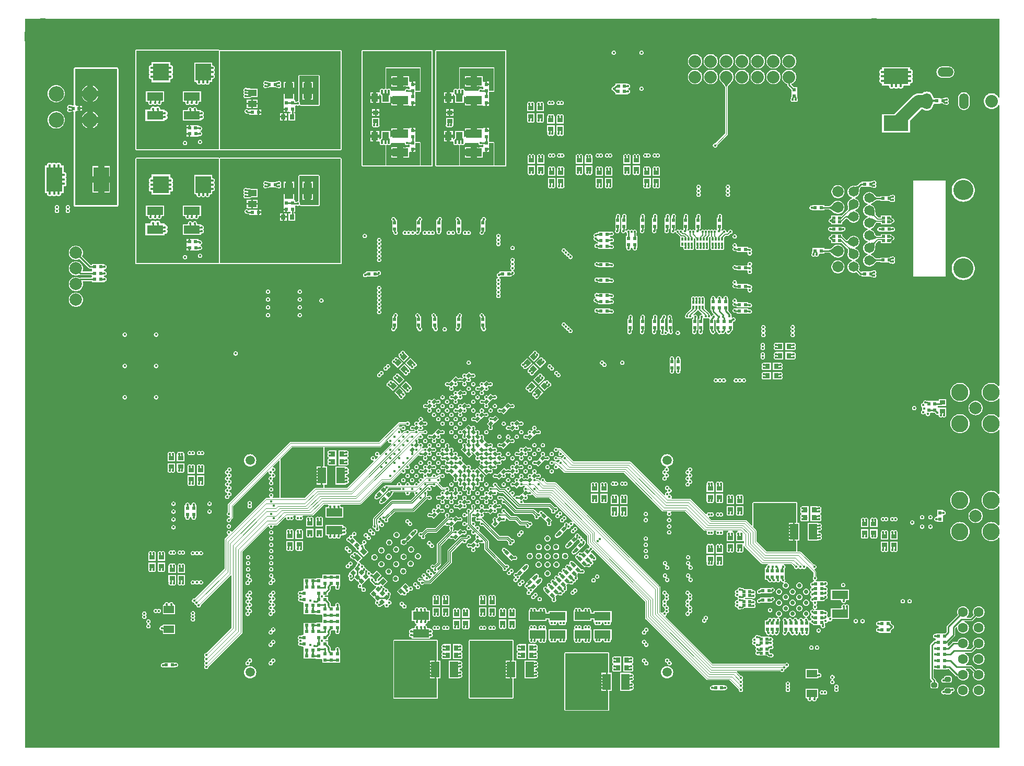
<source format=gbl>
G04 Layer_Physical_Order=8*
G04 Layer_Color=16711680*
%FSLAX44Y44*%
%MOMM*%
G71*
G01*
G75*
%ADD10R,0.6000X0.5000*%
%ADD11R,0.8000X0.9000*%
G04:AMPARAMS|DCode=17|XSize=0.5mm|YSize=0.6mm|CornerRadius=0mm|HoleSize=0mm|Usage=FLASHONLY|Rotation=135.000|XOffset=0mm|YOffset=0mm|HoleType=Round|Shape=Rectangle|*
%AMROTATEDRECTD17*
4,1,4,0.3889,0.0354,-0.0354,-0.3889,-0.3889,-0.0354,0.0354,0.3889,0.3889,0.0354,0.0*
%
%ADD17ROTATEDRECTD17*%

G04:AMPARAMS|DCode=18|XSize=0.5mm|YSize=0.6mm|CornerRadius=0mm|HoleSize=0mm|Usage=FLASHONLY|Rotation=45.000|XOffset=0mm|YOffset=0mm|HoleType=Round|Shape=Rectangle|*
%AMROTATEDRECTD18*
4,1,4,0.0354,-0.3889,-0.3889,0.0354,-0.0354,0.3889,0.3889,-0.0354,0.0354,-0.3889,0.0*
%
%ADD18ROTATEDRECTD18*%

%ADD19R,2.6000X1.4000*%
%ADD21R,0.6096X0.6000*%
G04:AMPARAMS|DCode=24|XSize=0.6096mm|YSize=0.6mm|CornerRadius=0mm|HoleSize=0mm|Usage=FLASHONLY|Rotation=45.000|XOffset=0mm|YOffset=0mm|HoleType=Round|Shape=Rectangle|*
%AMROTATEDRECTD24*
4,1,4,-0.0034,-0.4277,-0.4277,-0.0034,0.0034,0.4277,0.4277,0.0034,-0.0034,-0.4277,0.0*
%
%ADD24ROTATEDRECTD24*%

%ADD25R,0.6000X0.6096*%
%ADD26R,0.5500X0.5000*%
%ADD28R,0.5000X0.6000*%
G04:AMPARAMS|DCode=56|XSize=0.6096mm|YSize=0.6mm|CornerRadius=0mm|HoleSize=0mm|Usage=FLASHONLY|Rotation=315.000|XOffset=0mm|YOffset=0mm|HoleType=Round|Shape=Rectangle|*
%AMROTATEDRECTD56*
4,1,4,-0.4277,0.0034,-0.0034,0.4277,0.4277,-0.0034,0.0034,-0.4277,-0.4277,0.0034,0.0*
%
%ADD56ROTATEDRECTD56*%

%ADD59R,1.4000X2.6000*%
%ADD64R,0.9000X0.8000*%
%ADD65C,1.5000*%
%ADD66C,0.1800*%
%ADD67C,0.2500*%
%ADD68C,0.8000*%
%ADD69C,0.3500*%
%ADD70C,0.1000*%
%ADD71C,0.1500*%
%ADD73C,0.4000*%
%ADD74C,0.7000*%
%ADD75O,2.6000X1.5400*%
%ADD76O,1.5400X2.6000*%
%ADD77C,2.0320*%
%ADD78C,1.8288*%
%ADD79C,1.6510*%
%ADD80C,3.2512*%
%ADD81C,2.2860*%
%ADD82C,1.6000*%
%ADD83R,2.4000X3.1000*%
%ADD84R,2.7000X2.5000*%
%ADD85C,6.0000*%
%ADD86C,2.0000*%
%ADD87R,4.2000X3.0000*%
%ADD88C,2.8000*%
%ADD89C,2.5000*%
%ADD90R,4.0000X2.5000*%
%ADD91R,2.5000X4.0000*%
%ADD92R,1.7000X1.2500*%
%ADD93R,2.5000X2.8000*%
%ADD94R,1.1000X1.4000*%
%ADD95R,1.4000X1.1000*%
G04:AMPARAMS|DCode=96|XSize=0.9mm|YSize=0.8mm|CornerRadius=0mm|HoleSize=0mm|Usage=FLASHONLY|Rotation=315.000|XOffset=0mm|YOffset=0mm|HoleType=Round|Shape=Rectangle|*
%AMROTATEDRECTD96*
4,1,4,-0.6010,0.0354,-0.0354,0.6010,0.6010,-0.0354,0.0354,-0.6010,-0.6010,0.0354,0.0*
%
%ADD96ROTATEDRECTD96*%

G04:AMPARAMS|DCode=97|XSize=0.9mm|YSize=0.8mm|CornerRadius=0mm|HoleSize=0mm|Usage=FLASHONLY|Rotation=45.000|XOffset=0mm|YOffset=0mm|HoleType=Round|Shape=Rectangle|*
%AMROTATEDRECTD97*
4,1,4,-0.0354,-0.6010,-0.6010,-0.0354,0.0354,0.6010,0.6010,0.0354,-0.0354,-0.6010,0.0*
%
%ADD97ROTATEDRECTD97*%

%ADD98R,0.4000X0.5500*%
G04:AMPARAMS|DCode=99|XSize=0.8mm|YSize=1mm|CornerRadius=0.2mm|HoleSize=0mm|Usage=FLASHONLY|Rotation=90.000|XOffset=0mm|YOffset=0mm|HoleType=Round|Shape=RoundedRectangle|*
%AMROUNDEDRECTD99*
21,1,0.8000,0.6000,0,0,90.0*
21,1,0.4000,1.0000,0,0,90.0*
1,1,0.4000,0.3000,0.2000*
1,1,0.4000,0.3000,-0.2000*
1,1,0.4000,-0.3000,-0.2000*
1,1,0.4000,-0.3000,0.2000*
%
%ADD99ROUNDEDRECTD99*%
%ADD100C,2.0000*%
G36*
X2088750Y1564619D02*
X2087408Y1563839D01*
X2087250Y1563871D01*
X2086274Y1565464D01*
X2084980Y1566980D01*
X2083464Y1568274D01*
X2081765Y1569315D01*
X2079924Y1570078D01*
X2077987Y1570543D01*
X2076000Y1570699D01*
X2074013Y1570543D01*
X2072076Y1570078D01*
X2070235Y1569315D01*
X2068536Y1568274D01*
X2067020Y1566980D01*
X2065726Y1565464D01*
X2064685Y1563765D01*
X2063922Y1561924D01*
X2063457Y1559987D01*
X2063301Y1558000D01*
X2063457Y1556013D01*
X2063922Y1554076D01*
X2064685Y1552235D01*
X2065726Y1550536D01*
X2067020Y1549020D01*
X2068536Y1547726D01*
X2070235Y1546685D01*
X2072076Y1545922D01*
X2074013Y1545457D01*
X2076000Y1545301D01*
X2077987Y1545457D01*
X2079924Y1545922D01*
X2081765Y1546685D01*
X2083464Y1547726D01*
X2084980Y1549020D01*
X2086274Y1550536D01*
X2087250Y1552129D01*
X2087408Y1552161D01*
X2088750Y1551381D01*
X2088750Y1095945D01*
X2087250Y1095392D01*
X2086394Y1096394D01*
X2084539Y1097979D01*
X2082459Y1099253D01*
X2080205Y1100187D01*
X2077832Y1100757D01*
X2075400Y1100948D01*
X2072968Y1100757D01*
X2070595Y1100187D01*
X2068341Y1099253D01*
X2066261Y1097979D01*
X2064406Y1096394D01*
X2062822Y1094539D01*
X2061547Y1092459D01*
X2060613Y1090205D01*
X2060043Y1087832D01*
X2059852Y1085400D01*
X2060043Y1082968D01*
X2060613Y1080595D01*
X2061547Y1078341D01*
X2062822Y1076261D01*
X2064406Y1074406D01*
X2066261Y1072822D01*
X2068341Y1071547D01*
X2070595Y1070613D01*
X2072968Y1070043D01*
X2075400Y1069852D01*
X2077832Y1070043D01*
X2080205Y1070613D01*
X2082459Y1071547D01*
X2084539Y1072822D01*
X2086394Y1074406D01*
X2087250Y1075408D01*
X2088750Y1074855D01*
Y1045145D01*
X2087250Y1044592D01*
X2086394Y1045594D01*
X2084539Y1047178D01*
X2082459Y1048453D01*
X2080205Y1049387D01*
X2077832Y1049957D01*
X2075400Y1050148D01*
X2072968Y1049957D01*
X2070595Y1049387D01*
X2068341Y1048453D01*
X2066261Y1047178D01*
X2064406Y1045594D01*
X2062822Y1043739D01*
X2061547Y1041659D01*
X2060613Y1039405D01*
X2060043Y1037032D01*
X2059852Y1034600D01*
X2060043Y1032168D01*
X2060613Y1029795D01*
X2061547Y1027541D01*
X2062822Y1025461D01*
X2064406Y1023606D01*
X2066261Y1022021D01*
X2068341Y1020747D01*
X2070595Y1019813D01*
X2072968Y1019243D01*
X2075400Y1019052D01*
X2077832Y1019243D01*
X2080205Y1019813D01*
X2082459Y1020747D01*
X2084539Y1022021D01*
X2086394Y1023606D01*
X2087250Y1024608D01*
X2088750Y1024055D01*
Y920945D01*
X2087250Y920392D01*
X2086394Y921394D01*
X2084539Y922979D01*
X2082459Y924253D01*
X2080205Y925187D01*
X2077832Y925757D01*
X2075400Y925948D01*
X2072968Y925757D01*
X2070595Y925187D01*
X2068341Y924253D01*
X2066261Y922979D01*
X2064406Y921394D01*
X2062822Y919539D01*
X2061547Y917459D01*
X2060613Y915205D01*
X2060043Y912832D01*
X2059852Y910400D01*
X2060043Y907968D01*
X2060613Y905595D01*
X2061547Y903341D01*
X2062822Y901261D01*
X2064406Y899406D01*
X2066261Y897822D01*
X2068341Y896547D01*
X2070595Y895613D01*
X2072968Y895043D01*
X2075400Y894852D01*
X2077832Y895043D01*
X2080205Y895613D01*
X2082459Y896547D01*
X2084539Y897822D01*
X2086394Y899406D01*
X2087250Y900408D01*
X2088750Y899855D01*
Y870145D01*
X2087250Y869592D01*
X2086394Y870594D01*
X2084539Y872178D01*
X2082459Y873453D01*
X2080205Y874387D01*
X2077832Y874957D01*
X2075400Y875148D01*
X2072968Y874957D01*
X2070595Y874387D01*
X2068341Y873453D01*
X2066261Y872178D01*
X2064406Y870594D01*
X2062822Y868739D01*
X2061547Y866659D01*
X2060613Y864405D01*
X2060043Y862032D01*
X2059852Y859600D01*
X2060043Y857168D01*
X2060613Y854795D01*
X2061547Y852541D01*
X2062822Y850461D01*
X2064406Y848606D01*
X2066261Y847021D01*
X2068341Y845747D01*
X2070595Y844813D01*
X2072968Y844243D01*
X2075400Y844052D01*
X2077832Y844243D01*
X2080205Y844813D01*
X2082459Y845747D01*
X2084539Y847021D01*
X2086394Y848606D01*
X2087250Y849608D01*
X2088750Y849055D01*
X2088750Y508750D01*
X509750D01*
X509750Y1691750D01*
X2088750Y1691750D01*
X2088750Y1564619D01*
D02*
G37*
%LPC*%
G36*
X1508500Y1640280D02*
X1507586Y1640160D01*
X1506735Y1639807D01*
X1506004Y1639246D01*
X1505443Y1638515D01*
X1505090Y1637664D01*
X1504969Y1636750D01*
X1505090Y1635836D01*
X1505443Y1634985D01*
X1506004Y1634254D01*
X1506735Y1633693D01*
X1507586Y1633340D01*
X1508500Y1633220D01*
X1509413Y1633340D01*
X1510265Y1633693D01*
X1510996Y1634254D01*
X1511557Y1634985D01*
X1511910Y1635836D01*
X1512030Y1636750D01*
X1511910Y1637664D01*
X1511557Y1638515D01*
X1510996Y1639246D01*
X1510265Y1639807D01*
X1509413Y1640160D01*
X1508500Y1640280D01*
D02*
G37*
G36*
X1463500D02*
X1462586Y1640160D01*
X1461735Y1639807D01*
X1461004Y1639246D01*
X1460443Y1638515D01*
X1460090Y1637664D01*
X1459969Y1636750D01*
X1460090Y1635836D01*
X1460443Y1634985D01*
X1461004Y1634254D01*
X1461735Y1633693D01*
X1462586Y1633340D01*
X1463500Y1633220D01*
X1464413Y1633340D01*
X1465265Y1633693D01*
X1465996Y1634254D01*
X1466557Y1634985D01*
X1466910Y1635836D01*
X1467030Y1636750D01*
X1466910Y1637664D01*
X1466557Y1638515D01*
X1465996Y1639246D01*
X1465265Y1639807D01*
X1464413Y1640160D01*
X1463500Y1640280D01*
D02*
G37*
G36*
X1747700Y1634196D02*
X1745870Y1634052D01*
X1744086Y1633624D01*
X1742390Y1632921D01*
X1740825Y1631962D01*
X1739429Y1630770D01*
X1738237Y1629375D01*
X1737278Y1627810D01*
X1736576Y1626114D01*
X1736148Y1624330D01*
X1736004Y1622500D01*
X1736148Y1620670D01*
X1736576Y1618886D01*
X1737278Y1617190D01*
X1738237Y1615625D01*
X1739429Y1614230D01*
X1740825Y1613038D01*
X1742390Y1612079D01*
X1744086Y1611376D01*
X1745870Y1610948D01*
X1747700Y1610804D01*
X1749529Y1610948D01*
X1751314Y1611376D01*
X1753010Y1612079D01*
X1754574Y1613038D01*
X1755970Y1614230D01*
X1757162Y1615625D01*
X1758121Y1617190D01*
X1758823Y1618886D01*
X1759252Y1620670D01*
X1759396Y1622500D01*
X1759252Y1624330D01*
X1758823Y1626114D01*
X1758121Y1627810D01*
X1757162Y1629375D01*
X1755970Y1630770D01*
X1754574Y1631962D01*
X1753010Y1632921D01*
X1751314Y1633624D01*
X1749529Y1634052D01*
X1747700Y1634196D01*
D02*
G37*
G36*
X1722300D02*
X1720470Y1634052D01*
X1718685Y1633624D01*
X1716990Y1632921D01*
X1715425Y1631962D01*
X1714029Y1630770D01*
X1712838Y1629375D01*
X1711879Y1627810D01*
X1711176Y1626114D01*
X1710748Y1624330D01*
X1710604Y1622500D01*
X1710748Y1620670D01*
X1711176Y1618886D01*
X1711879Y1617190D01*
X1712838Y1615625D01*
X1714029Y1614230D01*
X1715425Y1613038D01*
X1716990Y1612079D01*
X1718685Y1611376D01*
X1720470Y1610948D01*
X1722300Y1610804D01*
X1724129Y1610948D01*
X1725914Y1611376D01*
X1727610Y1612079D01*
X1729174Y1613038D01*
X1730570Y1614230D01*
X1731762Y1615625D01*
X1732721Y1617190D01*
X1733423Y1618886D01*
X1733852Y1620670D01*
X1733996Y1622500D01*
X1733852Y1624330D01*
X1733423Y1626114D01*
X1732721Y1627810D01*
X1731762Y1629375D01*
X1730570Y1630770D01*
X1729174Y1631962D01*
X1727610Y1632921D01*
X1725914Y1633624D01*
X1724129Y1634052D01*
X1722300Y1634196D01*
D02*
G37*
G36*
X1696900D02*
X1695070Y1634052D01*
X1693286Y1633624D01*
X1691590Y1632921D01*
X1690025Y1631962D01*
X1688629Y1630770D01*
X1687437Y1629375D01*
X1686478Y1627810D01*
X1685776Y1626114D01*
X1685348Y1624330D01*
X1685204Y1622500D01*
X1685348Y1620670D01*
X1685776Y1618886D01*
X1686478Y1617190D01*
X1687437Y1615625D01*
X1688629Y1614230D01*
X1690025Y1613038D01*
X1691590Y1612079D01*
X1693286Y1611376D01*
X1695070Y1610948D01*
X1696900Y1610804D01*
X1698729Y1610948D01*
X1700514Y1611376D01*
X1702210Y1612079D01*
X1703775Y1613038D01*
X1705170Y1614230D01*
X1706362Y1615625D01*
X1707321Y1617190D01*
X1708023Y1618886D01*
X1708452Y1620670D01*
X1708596Y1622500D01*
X1708452Y1624330D01*
X1708023Y1626114D01*
X1707321Y1627810D01*
X1706362Y1629375D01*
X1705170Y1630770D01*
X1703775Y1631962D01*
X1702210Y1632921D01*
X1700514Y1633624D01*
X1698729Y1634052D01*
X1696900Y1634196D01*
D02*
G37*
G36*
X1671500D02*
X1669670Y1634052D01*
X1667885Y1633624D01*
X1666190Y1632921D01*
X1664625Y1631962D01*
X1663229Y1630770D01*
X1662038Y1629375D01*
X1661078Y1627810D01*
X1660376Y1626114D01*
X1659948Y1624330D01*
X1659804Y1622500D01*
X1659948Y1620670D01*
X1660376Y1618886D01*
X1661078Y1617190D01*
X1662038Y1615625D01*
X1663229Y1614230D01*
X1664625Y1613038D01*
X1666190Y1612079D01*
X1667885Y1611376D01*
X1669670Y1610948D01*
X1671500Y1610804D01*
X1673329Y1610948D01*
X1675114Y1611376D01*
X1676810Y1612079D01*
X1678374Y1613038D01*
X1679770Y1614230D01*
X1680962Y1615625D01*
X1681921Y1617190D01*
X1682623Y1618886D01*
X1683052Y1620670D01*
X1683196Y1622500D01*
X1683052Y1624330D01*
X1682623Y1626114D01*
X1681921Y1627810D01*
X1680962Y1629375D01*
X1679770Y1630770D01*
X1678374Y1631962D01*
X1676810Y1632921D01*
X1675114Y1633624D01*
X1673329Y1634052D01*
X1671500Y1634196D01*
D02*
G37*
G36*
X1646100D02*
X1644270Y1634052D01*
X1642486Y1633624D01*
X1640790Y1632921D01*
X1639225Y1631962D01*
X1637829Y1630770D01*
X1636638Y1629375D01*
X1635679Y1627810D01*
X1634976Y1626114D01*
X1634548Y1624330D01*
X1634404Y1622500D01*
X1634548Y1620670D01*
X1634976Y1618886D01*
X1635679Y1617190D01*
X1636638Y1615625D01*
X1637829Y1614230D01*
X1639225Y1613038D01*
X1640790Y1612079D01*
X1642486Y1611376D01*
X1644270Y1610948D01*
X1646100Y1610804D01*
X1647929Y1610948D01*
X1649714Y1611376D01*
X1651410Y1612079D01*
X1652975Y1613038D01*
X1654370Y1614230D01*
X1655562Y1615625D01*
X1656521Y1617190D01*
X1657223Y1618886D01*
X1657652Y1620670D01*
X1657796Y1622500D01*
X1657652Y1624330D01*
X1657223Y1626114D01*
X1656521Y1627810D01*
X1655562Y1629375D01*
X1654370Y1630770D01*
X1652975Y1631962D01*
X1651410Y1632921D01*
X1649714Y1633624D01*
X1647929Y1634052D01*
X1646100Y1634196D01*
D02*
G37*
G36*
X1620700D02*
X1618870Y1634052D01*
X1617086Y1633624D01*
X1615390Y1632921D01*
X1613825Y1631962D01*
X1612429Y1630770D01*
X1611237Y1629375D01*
X1610278Y1627810D01*
X1609576Y1626114D01*
X1609148Y1624330D01*
X1609004Y1622500D01*
X1609148Y1620670D01*
X1609576Y1618886D01*
X1610278Y1617190D01*
X1611237Y1615625D01*
X1612429Y1614230D01*
X1613825Y1613038D01*
X1615390Y1612079D01*
X1617086Y1611376D01*
X1618870Y1610948D01*
X1620700Y1610804D01*
X1622529Y1610948D01*
X1624314Y1611376D01*
X1626010Y1612079D01*
X1627574Y1613038D01*
X1628970Y1614230D01*
X1630162Y1615625D01*
X1631121Y1617190D01*
X1631823Y1618886D01*
X1632252Y1620670D01*
X1632396Y1622500D01*
X1632252Y1624330D01*
X1631823Y1626114D01*
X1631121Y1627810D01*
X1630162Y1629375D01*
X1628970Y1630770D01*
X1627574Y1631962D01*
X1626010Y1632921D01*
X1624314Y1633624D01*
X1622529Y1634052D01*
X1620700Y1634196D01*
D02*
G37*
G36*
X1595300D02*
X1593470Y1634052D01*
X1591685Y1633624D01*
X1589990Y1632921D01*
X1588425Y1631962D01*
X1587029Y1630770D01*
X1585838Y1629375D01*
X1584879Y1627810D01*
X1584176Y1626114D01*
X1583748Y1624330D01*
X1583604Y1622500D01*
X1583748Y1620670D01*
X1584176Y1618886D01*
X1584879Y1617190D01*
X1585838Y1615625D01*
X1587029Y1614230D01*
X1588425Y1613038D01*
X1589990Y1612079D01*
X1591685Y1611376D01*
X1593470Y1610948D01*
X1595300Y1610804D01*
X1597129Y1610948D01*
X1598914Y1611376D01*
X1600610Y1612079D01*
X1602175Y1613038D01*
X1603570Y1614230D01*
X1604762Y1615625D01*
X1605721Y1617190D01*
X1606423Y1618886D01*
X1606852Y1620670D01*
X1606996Y1622500D01*
X1606852Y1624330D01*
X1606423Y1626114D01*
X1605721Y1627810D01*
X1604762Y1629375D01*
X1603570Y1630770D01*
X1602175Y1631962D01*
X1600610Y1632921D01*
X1598914Y1633624D01*
X1597129Y1634052D01*
X1595300Y1634196D01*
D02*
G37*
G36*
X2006300Y1614245D02*
X1995700D01*
X1993896Y1614067D01*
X1992162Y1613541D01*
X1990564Y1612686D01*
X1989163Y1611537D01*
X1988013Y1610136D01*
X1987159Y1608538D01*
X1986633Y1606803D01*
X1986456Y1605000D01*
X1986633Y1603197D01*
X1987159Y1601462D01*
X1988013Y1599864D01*
X1989163Y1598463D01*
X1990564Y1597314D01*
X1992162Y1596459D01*
X1993896Y1595933D01*
X1995700Y1595755D01*
X2006300D01*
X2008103Y1595933D01*
X2009838Y1596459D01*
X2011436Y1597314D01*
X2012837Y1598463D01*
X2013987Y1599864D01*
X2014841Y1601462D01*
X2015367Y1603197D01*
X2015544Y1605000D01*
X2015367Y1606803D01*
X2014841Y1608538D01*
X2013987Y1610136D01*
X2012837Y1611537D01*
X2011436Y1612686D01*
X2009838Y1613541D01*
X2008103Y1614067D01*
X2006300Y1614245D01*
D02*
G37*
G36*
X1485500Y1586500D02*
X1485500Y1586500D01*
X1477000D01*
X1475500Y1586500D01*
X1475000Y1586500D01*
X1466500D01*
Y1584959D01*
X1466363Y1584902D01*
X1465789Y1584461D01*
X1463048Y1581721D01*
X1462586Y1581660D01*
X1461735Y1581307D01*
X1461004Y1580746D01*
X1460443Y1580015D01*
X1460090Y1579164D01*
X1459969Y1578250D01*
X1460090Y1577336D01*
X1460443Y1576485D01*
X1461004Y1575754D01*
X1461735Y1575193D01*
X1462586Y1574840D01*
X1463048Y1574779D01*
X1466288Y1571539D01*
X1466288Y1571539D01*
X1466420Y1571438D01*
Y1568952D01*
X1475080D01*
X1475420Y1568952D01*
X1476580D01*
X1476920Y1568952D01*
X1485580D01*
Y1568952D01*
X1486750Y1569970D01*
X1487663Y1570090D01*
X1488515Y1570443D01*
X1489246Y1571004D01*
X1489807Y1571735D01*
X1490160Y1572586D01*
X1490280Y1573500D01*
X1490160Y1574414D01*
X1489807Y1575265D01*
X1489246Y1575996D01*
X1488515Y1576557D01*
X1487663Y1576910D01*
X1487015Y1576995D01*
X1486610Y1577598D01*
X1487376Y1579063D01*
X1487583Y1579090D01*
X1488435Y1579443D01*
X1489166Y1580004D01*
X1489727Y1580735D01*
X1490080Y1581586D01*
X1490200Y1582500D01*
X1490080Y1583414D01*
X1489727Y1584265D01*
X1489166Y1584996D01*
X1488435Y1585557D01*
X1487583Y1585910D01*
X1486812Y1586012D01*
X1485500Y1586500D01*
X1485500Y1586500D01*
D02*
G37*
G36*
X1722300Y1608796D02*
X1720470Y1608652D01*
X1718685Y1608224D01*
X1716990Y1607521D01*
X1715425Y1606562D01*
X1714029Y1605370D01*
X1712838Y1603975D01*
X1711879Y1602410D01*
X1711176Y1600714D01*
X1710748Y1598930D01*
X1710604Y1597100D01*
X1710748Y1595270D01*
X1711176Y1593486D01*
X1711879Y1591790D01*
X1712838Y1590225D01*
X1714029Y1588830D01*
X1715425Y1587638D01*
X1716990Y1586679D01*
X1718685Y1585976D01*
X1720470Y1585548D01*
X1722300Y1585404D01*
X1724129Y1585548D01*
X1725914Y1585976D01*
X1727610Y1586679D01*
X1729174Y1587638D01*
X1730570Y1588830D01*
X1731762Y1590225D01*
X1732721Y1591790D01*
X1733423Y1593486D01*
X1733852Y1595270D01*
X1733996Y1597100D01*
X1733852Y1598930D01*
X1733423Y1600714D01*
X1732721Y1602410D01*
X1731762Y1603975D01*
X1730570Y1605370D01*
X1729174Y1606562D01*
X1727610Y1607521D01*
X1725914Y1608224D01*
X1724129Y1608652D01*
X1722300Y1608796D01*
D02*
G37*
G36*
X1696900D02*
X1695070Y1608652D01*
X1693286Y1608224D01*
X1691590Y1607521D01*
X1690025Y1606562D01*
X1688629Y1605370D01*
X1687437Y1603975D01*
X1686478Y1602410D01*
X1685776Y1600714D01*
X1685348Y1598930D01*
X1685204Y1597100D01*
X1685348Y1595270D01*
X1685776Y1593486D01*
X1686478Y1591790D01*
X1687437Y1590225D01*
X1688629Y1588830D01*
X1690025Y1587638D01*
X1691590Y1586679D01*
X1693286Y1585976D01*
X1695070Y1585548D01*
X1696900Y1585404D01*
X1698729Y1585548D01*
X1700514Y1585976D01*
X1702210Y1586679D01*
X1703775Y1587638D01*
X1705170Y1588830D01*
X1706362Y1590225D01*
X1707321Y1591790D01*
X1708023Y1593486D01*
X1708452Y1595270D01*
X1708596Y1597100D01*
X1708452Y1598930D01*
X1708023Y1600714D01*
X1707321Y1602410D01*
X1706362Y1603975D01*
X1705170Y1605370D01*
X1703775Y1606562D01*
X1702210Y1607521D01*
X1700514Y1608224D01*
X1698729Y1608652D01*
X1696900Y1608796D01*
D02*
G37*
G36*
X1671500D02*
X1669670Y1608652D01*
X1667885Y1608224D01*
X1666190Y1607521D01*
X1664625Y1606562D01*
X1663229Y1605370D01*
X1662038Y1603975D01*
X1661078Y1602410D01*
X1660376Y1600714D01*
X1659948Y1598930D01*
X1659804Y1597100D01*
X1659948Y1595270D01*
X1660376Y1593486D01*
X1661078Y1591790D01*
X1662038Y1590225D01*
X1663229Y1588830D01*
X1664625Y1587638D01*
X1666190Y1586679D01*
X1667885Y1585976D01*
X1669670Y1585548D01*
X1671500Y1585404D01*
X1673329Y1585548D01*
X1675114Y1585976D01*
X1676810Y1586679D01*
X1678374Y1587638D01*
X1679770Y1588830D01*
X1680962Y1590225D01*
X1681921Y1591790D01*
X1682623Y1593486D01*
X1683052Y1595270D01*
X1683196Y1597100D01*
X1683052Y1598930D01*
X1682623Y1600714D01*
X1681921Y1602410D01*
X1680962Y1603975D01*
X1679770Y1605370D01*
X1678374Y1606562D01*
X1676810Y1607521D01*
X1675114Y1608224D01*
X1673329Y1608652D01*
X1671500Y1608796D01*
D02*
G37*
G36*
X1620700D02*
X1618870Y1608652D01*
X1617086Y1608224D01*
X1615390Y1607521D01*
X1613825Y1606562D01*
X1612429Y1605370D01*
X1611237Y1603975D01*
X1610278Y1602410D01*
X1609576Y1600714D01*
X1609148Y1598930D01*
X1609004Y1597100D01*
X1609148Y1595270D01*
X1609576Y1593486D01*
X1610278Y1591790D01*
X1611237Y1590225D01*
X1612429Y1588830D01*
X1613825Y1587638D01*
X1615390Y1586679D01*
X1617086Y1585976D01*
X1618870Y1585548D01*
X1620700Y1585404D01*
X1622529Y1585548D01*
X1624314Y1585976D01*
X1626010Y1586679D01*
X1627574Y1587638D01*
X1628970Y1588830D01*
X1630162Y1590225D01*
X1631121Y1591790D01*
X1631823Y1593486D01*
X1632252Y1595270D01*
X1632396Y1597100D01*
X1632252Y1598930D01*
X1631823Y1600714D01*
X1631121Y1602410D01*
X1630162Y1603975D01*
X1628970Y1605370D01*
X1627574Y1606562D01*
X1626010Y1607521D01*
X1624314Y1608224D01*
X1622529Y1608652D01*
X1620700Y1608796D01*
D02*
G37*
G36*
X1595300D02*
X1593470Y1608652D01*
X1591685Y1608224D01*
X1589990Y1607521D01*
X1588425Y1606562D01*
X1587029Y1605370D01*
X1585838Y1603975D01*
X1584879Y1602410D01*
X1584176Y1600714D01*
X1583748Y1598930D01*
X1583604Y1597100D01*
X1583748Y1595270D01*
X1584176Y1593486D01*
X1584879Y1591790D01*
X1585838Y1590225D01*
X1587029Y1588830D01*
X1588425Y1587638D01*
X1589990Y1586679D01*
X1591685Y1585976D01*
X1593470Y1585548D01*
X1595300Y1585404D01*
X1597129Y1585548D01*
X1598914Y1585976D01*
X1600610Y1586679D01*
X1602175Y1587638D01*
X1603570Y1588830D01*
X1604762Y1590225D01*
X1605721Y1591790D01*
X1606423Y1593486D01*
X1606852Y1595270D01*
X1606996Y1597100D01*
X1606852Y1598930D01*
X1606423Y1600714D01*
X1605721Y1602410D01*
X1604762Y1603975D01*
X1603570Y1605370D01*
X1602175Y1606562D01*
X1600610Y1607521D01*
X1598914Y1608224D01*
X1597129Y1608652D01*
X1595300Y1608796D01*
D02*
G37*
G36*
X1943500Y1613100D02*
X1898500D01*
Y1610020D01*
X1898350Y1609889D01*
X1897175Y1609734D01*
X1896081Y1609281D01*
X1895141Y1608559D01*
X1894419Y1607619D01*
X1893966Y1606525D01*
X1893811Y1605350D01*
X1893966Y1604175D01*
X1894419Y1603081D01*
X1895141Y1602141D01*
Y1601309D01*
X1894419Y1600369D01*
X1893966Y1599275D01*
X1893811Y1598100D01*
X1893966Y1596925D01*
X1894419Y1595831D01*
X1894508Y1595715D01*
X1895010Y1594600D01*
X1894508Y1593485D01*
X1894419Y1593369D01*
X1893966Y1592275D01*
X1893811Y1591100D01*
X1893966Y1589925D01*
X1894419Y1588831D01*
X1895141Y1587891D01*
X1896081Y1587169D01*
X1897175Y1586716D01*
X1898350Y1586561D01*
X1898500Y1586430D01*
Y1583100D01*
X1909123D01*
X1909561Y1582600D01*
X1909716Y1581426D01*
X1910169Y1580331D01*
X1910891Y1579391D01*
X1911831Y1578670D01*
X1912925Y1578216D01*
X1914100Y1578062D01*
X1915275Y1578216D01*
X1916369Y1578670D01*
X1917309Y1579391D01*
X1917891D01*
X1918831Y1578670D01*
X1919925Y1578216D01*
X1921100Y1578062D01*
X1922275Y1578216D01*
X1923369Y1578670D01*
X1923800Y1579000D01*
X1924850Y1579258D01*
X1925900Y1579000D01*
X1926331Y1578670D01*
X1927425Y1578216D01*
X1928600Y1578062D01*
X1929775Y1578216D01*
X1930869Y1578670D01*
X1931809Y1579391D01*
X1932531Y1580331D01*
X1932984Y1581426D01*
X1933139Y1582600D01*
X1933577Y1583100D01*
X1943500D01*
Y1586254D01*
X1943850Y1586561D01*
X1945025Y1586716D01*
X1946119Y1587169D01*
X1947059Y1587891D01*
X1947781Y1588831D01*
X1948234Y1589925D01*
X1948389Y1591100D01*
X1948234Y1592275D01*
X1947781Y1593369D01*
X1947692Y1593485D01*
X1947190Y1594600D01*
X1947692Y1595715D01*
X1947781Y1595831D01*
X1948234Y1596925D01*
X1948389Y1598100D01*
X1948234Y1599275D01*
X1947781Y1600369D01*
X1947059Y1601309D01*
Y1602141D01*
X1947781Y1603081D01*
X1948234Y1604175D01*
X1948389Y1605350D01*
X1948234Y1606525D01*
X1947781Y1607619D01*
X1947059Y1608559D01*
X1946119Y1609281D01*
X1945025Y1609734D01*
X1943850Y1609889D01*
X1943500Y1610196D01*
Y1613100D01*
D02*
G37*
G36*
X1508500Y1581780D02*
X1507586Y1581660D01*
X1506735Y1581307D01*
X1506004Y1580746D01*
X1505443Y1580015D01*
X1505090Y1579164D01*
X1504969Y1578250D01*
X1505090Y1577336D01*
X1505443Y1576485D01*
X1506004Y1575754D01*
X1506735Y1575193D01*
X1507586Y1574840D01*
X1508500Y1574720D01*
X1509413Y1574840D01*
X1510265Y1575193D01*
X1510996Y1575754D01*
X1511557Y1576485D01*
X1511910Y1577336D01*
X1512030Y1578250D01*
X1511910Y1579164D01*
X1511557Y1580015D01*
X1510996Y1580746D01*
X1510265Y1581307D01*
X1509413Y1581660D01*
X1508500Y1581780D01*
D02*
G37*
G36*
X1379250Y1558530D02*
X1378336Y1558410D01*
X1377485Y1558057D01*
X1376750Y1557499D01*
X1376015Y1558057D01*
X1375163Y1558410D01*
X1374250Y1558530D01*
X1373336Y1558410D01*
X1372485Y1558057D01*
X1371754Y1557496D01*
X1371192Y1556765D01*
X1370840Y1555914D01*
X1370719Y1555000D01*
X1370840Y1554086D01*
X1371192Y1553235D01*
X1371754Y1552504D01*
X1372485Y1551943D01*
X1373336Y1551590D01*
X1374250Y1551470D01*
X1375163Y1551590D01*
X1376015Y1551943D01*
X1376750Y1552501D01*
X1377485Y1551943D01*
X1378336Y1551590D01*
X1379250Y1551470D01*
X1380163Y1551590D01*
X1381015Y1551943D01*
X1381746Y1552504D01*
X1382307Y1553235D01*
X1382660Y1554086D01*
X1382780Y1555000D01*
X1382660Y1555914D01*
X1382307Y1556765D01*
X1381746Y1557496D01*
X1381015Y1558057D01*
X1380163Y1558410D01*
X1379250Y1558530D01*
D02*
G37*
G36*
X1364250D02*
X1363336Y1558410D01*
X1362485Y1558057D01*
X1361750Y1557499D01*
X1361015Y1558057D01*
X1360163Y1558410D01*
X1359250Y1558530D01*
X1358336Y1558410D01*
X1357485Y1558057D01*
X1356754Y1557496D01*
X1356192Y1556765D01*
X1355840Y1555914D01*
X1355719Y1555000D01*
X1355840Y1554086D01*
X1356192Y1553235D01*
X1356754Y1552504D01*
X1357485Y1551943D01*
X1358336Y1551590D01*
X1359250Y1551470D01*
X1360163Y1551590D01*
X1361015Y1551943D01*
X1361750Y1552501D01*
X1362485Y1551943D01*
X1363336Y1551590D01*
X1364250Y1551470D01*
X1365163Y1551590D01*
X1366015Y1551943D01*
X1366746Y1552504D01*
X1367307Y1553235D01*
X1367660Y1554086D01*
X1367780Y1555000D01*
X1367660Y1555914D01*
X1367307Y1556765D01*
X1366746Y1557496D01*
X1366015Y1558057D01*
X1365163Y1558410D01*
X1364250Y1558530D01*
D02*
G37*
G36*
X1747700Y1608796D02*
X1745870Y1608652D01*
X1744086Y1608224D01*
X1742390Y1607521D01*
X1740825Y1606562D01*
X1739429Y1605370D01*
X1738237Y1603975D01*
X1737278Y1602410D01*
X1736576Y1600714D01*
X1736148Y1598930D01*
X1736004Y1597100D01*
X1736148Y1595270D01*
X1736576Y1593486D01*
X1737278Y1591790D01*
X1738237Y1590225D01*
X1739429Y1588830D01*
X1740825Y1587638D01*
X1742390Y1586679D01*
X1744086Y1585976D01*
X1744926Y1585775D01*
Y1584380D01*
X1745020Y1583662D01*
X1745298Y1582993D01*
X1745738Y1582419D01*
X1751452Y1576705D01*
Y1571920D01*
X1751452Y1571580D01*
Y1570420D01*
X1751452Y1570080D01*
Y1565254D01*
X1751146Y1564855D01*
X1750869Y1564186D01*
X1750774Y1563468D01*
Y1562232D01*
X1750491Y1561862D01*
X1750138Y1561011D01*
X1750018Y1560097D01*
X1750138Y1559183D01*
X1750491Y1558332D01*
X1751051Y1557601D01*
X1751783Y1557040D01*
X1752634Y1556687D01*
X1753548Y1556567D01*
X1754461Y1556687D01*
X1755313Y1557040D01*
X1756048Y1557598D01*
X1756783Y1557040D01*
X1757634Y1556687D01*
X1758548Y1556567D01*
X1759461Y1556687D01*
X1760313Y1557040D01*
X1761044Y1557601D01*
X1761605Y1558332D01*
X1761958Y1559183D01*
X1762078Y1560097D01*
X1761958Y1561011D01*
X1761605Y1561862D01*
X1761321Y1562232D01*
Y1563372D01*
X1761227Y1564090D01*
X1760950Y1564759D01*
X1760548Y1565283D01*
Y1570080D01*
X1760548Y1570420D01*
Y1571580D01*
X1760548Y1571920D01*
Y1580580D01*
X1755423D01*
X1751519Y1584483D01*
X1751476Y1584802D01*
X1751903Y1586221D01*
X1753010Y1586679D01*
X1754574Y1587638D01*
X1755970Y1588830D01*
X1757162Y1590225D01*
X1758121Y1591790D01*
X1758823Y1593486D01*
X1759252Y1595270D01*
X1759396Y1597100D01*
X1759252Y1598930D01*
X1758823Y1600714D01*
X1758121Y1602410D01*
X1757162Y1603975D01*
X1755970Y1605370D01*
X1754574Y1606562D01*
X1753010Y1607521D01*
X1751314Y1608224D01*
X1749529Y1608652D01*
X1747700Y1608796D01*
D02*
G37*
G36*
X1346750Y1557030D02*
X1345836Y1556910D01*
X1344985Y1556557D01*
X1344250Y1555999D01*
X1343515Y1556557D01*
X1342664Y1556910D01*
X1341750Y1557030D01*
X1340836Y1556910D01*
X1339985Y1556557D01*
X1339254Y1555996D01*
X1338693Y1555265D01*
X1338340Y1554414D01*
X1338220Y1553500D01*
X1338250Y1552500D01*
X1338250Y1552500D01*
Y1541500D01*
X1350250D01*
Y1552500D01*
X1350250Y1552500D01*
X1350280Y1553500D01*
X1350160Y1554414D01*
X1349807Y1555265D01*
X1349246Y1555996D01*
X1348515Y1556557D01*
X1347664Y1556910D01*
X1346750Y1557030D01*
D02*
G37*
G36*
X1331750D02*
X1330836Y1556910D01*
X1329985Y1556557D01*
X1329250Y1555999D01*
X1328515Y1556557D01*
X1327664Y1556910D01*
X1326750Y1557030D01*
X1325836Y1556910D01*
X1324985Y1556557D01*
X1324254Y1555996D01*
X1323693Y1555265D01*
X1323340Y1554414D01*
X1323220Y1553500D01*
X1323250Y1552500D01*
X1323250Y1552500D01*
Y1541500D01*
X1335250D01*
Y1552500D01*
X1335250Y1552500D01*
X1335280Y1553500D01*
X1335160Y1554414D01*
X1334807Y1555265D01*
X1334246Y1555996D01*
X1333515Y1556557D01*
X1332664Y1556910D01*
X1331750Y1557030D01*
D02*
G37*
G36*
X560000Y1584043D02*
X557803Y1583870D01*
X555660Y1583356D01*
X553624Y1582513D01*
X551746Y1581361D01*
X550070Y1579930D01*
X548639Y1578255D01*
X547487Y1576375D01*
X546644Y1574340D01*
X546130Y1572197D01*
X545957Y1570000D01*
X546130Y1567803D01*
X546644Y1565660D01*
X547487Y1563625D01*
X548639Y1561746D01*
X550070Y1560070D01*
X551746Y1558639D01*
X553624Y1557487D01*
X555660Y1556644D01*
X557803Y1556130D01*
X560000Y1555957D01*
X562197Y1556130D01*
X564340Y1556644D01*
X566376Y1557487D01*
X568254Y1558639D01*
X569930Y1560070D01*
X571361Y1561746D01*
X572513Y1563625D01*
X573356Y1565660D01*
X573870Y1567803D01*
X574043Y1570000D01*
X573870Y1572197D01*
X573356Y1574340D01*
X572513Y1576375D01*
X571361Y1578255D01*
X569930Y1579930D01*
X568254Y1581361D01*
X566376Y1582513D01*
X564340Y1583356D01*
X562197Y1583870D01*
X560000Y1584043D01*
D02*
G37*
G36*
X1971000Y1573549D02*
X1969001Y1573352D01*
X1967078Y1572769D01*
X1965306Y1571822D01*
X1963753Y1570547D01*
X1963746Y1570539D01*
X1957100D01*
X1955139Y1570384D01*
X1953225Y1569925D01*
X1951408Y1569172D01*
X1949730Y1568144D01*
X1948234Y1566866D01*
X1918268Y1536900D01*
X1898500D01*
Y1506900D01*
X1943500D01*
Y1526668D01*
X1962294Y1545461D01*
X1963746D01*
X1963753Y1545453D01*
X1965306Y1544178D01*
X1967078Y1543231D01*
X1969001Y1542648D01*
X1971000Y1542451D01*
X1973000Y1542648D01*
X1974922Y1543231D01*
X1976694Y1544178D01*
X1978247Y1545453D01*
X1979522Y1547006D01*
X1980469Y1548778D01*
X1980969Y1550425D01*
X1981144Y1550630D01*
X1982172Y1552308D01*
X1982562Y1553250D01*
X1992500Y1553250D01*
X1993585Y1554250D01*
X1996827D01*
X1997491Y1553586D01*
X1998065Y1553145D01*
X1998734Y1552868D01*
X1999452Y1552774D01*
X2000688D01*
X2001057Y1552490D01*
X2001909Y1552138D01*
X2002823Y1552017D01*
X2003736Y1552138D01*
X2004588Y1552490D01*
X2005319Y1553051D01*
X2005880Y1553783D01*
X2006232Y1554634D01*
X2006353Y1555548D01*
X2006232Y1556461D01*
X2005880Y1557313D01*
X2005319Y1558044D01*
Y1558051D01*
X2005880Y1558783D01*
X2006232Y1559634D01*
X2006353Y1560548D01*
X2006232Y1561461D01*
X2005880Y1562313D01*
X2005319Y1563044D01*
X2004588Y1563605D01*
X2003736Y1563958D01*
X2002823Y1564078D01*
X2001909Y1563958D01*
X2001057Y1563605D01*
X2000688Y1563321D01*
X1999547D01*
X1998829Y1563227D01*
X1998160Y1562950D01*
X1997586Y1562509D01*
X1997327Y1562250D01*
X1993585D01*
X1992500Y1563250D01*
X1991414Y1563250D01*
X1982355D01*
X1982172Y1563692D01*
X1981144Y1565370D01*
X1980969Y1565575D01*
X1980469Y1567222D01*
X1979522Y1568994D01*
X1978247Y1570547D01*
X1976694Y1571822D01*
X1974922Y1572769D01*
X1973000Y1573352D01*
X1971000Y1573549D01*
D02*
G37*
G36*
X590750Y1613049D02*
X589775Y1612855D01*
X588948Y1612302D01*
X588395Y1611475D01*
X588201Y1610500D01*
Y1552358D01*
X588214Y1552295D01*
X587149Y1551044D01*
X586283Y1550940D01*
X586008Y1551152D01*
X585339Y1551429D01*
X584621Y1551524D01*
X583385D01*
X583015Y1551807D01*
X582164Y1552160D01*
X581250Y1552280D01*
X580336Y1552160D01*
X579485Y1551807D01*
X578754Y1551246D01*
X578193Y1550515D01*
X577840Y1549664D01*
X577720Y1548750D01*
X577840Y1547836D01*
X578193Y1546985D01*
X578751Y1546250D01*
X578193Y1545515D01*
X577840Y1544664D01*
X577720Y1543750D01*
X577840Y1542836D01*
X578193Y1541985D01*
X578754Y1541254D01*
X579485Y1540693D01*
X580336Y1540340D01*
X581250Y1540220D01*
X582164Y1540340D01*
X583015Y1540693D01*
X583385Y1540976D01*
X584525D01*
X585243Y1541071D01*
X585912Y1541348D01*
X586286Y1541635D01*
X587146Y1541559D01*
X588058Y1541242D01*
X588313Y1540798D01*
X588201Y1540237D01*
Y1389500D01*
X588395Y1388524D01*
X588948Y1387697D01*
X589775Y1387145D01*
X590750Y1386951D01*
X658250Y1386951D01*
X659225Y1387145D01*
X660052Y1387697D01*
X660605Y1388524D01*
X660799Y1389500D01*
X660799Y1610500D01*
X660605Y1611475D01*
X660052Y1612302D01*
X659225Y1612855D01*
X658250Y1613049D01*
X590750Y1613049D01*
D02*
G37*
G36*
X2031000Y1572545D02*
X2029196Y1572367D01*
X2027462Y1571841D01*
X2025864Y1570986D01*
X2024463Y1569837D01*
X2023313Y1568436D01*
X2022459Y1566838D01*
X2021933Y1565103D01*
X2021756Y1563300D01*
Y1552700D01*
X2021933Y1550896D01*
X2022459Y1549162D01*
X2023313Y1547564D01*
X2024463Y1546163D01*
X2025864Y1545013D01*
X2027462Y1544159D01*
X2029196Y1543633D01*
X2031000Y1543456D01*
X2032803Y1543633D01*
X2034538Y1544159D01*
X2036136Y1545013D01*
X2037537Y1546163D01*
X2038687Y1547564D01*
X2039541Y1549162D01*
X2040067Y1550896D01*
X2040244Y1552700D01*
Y1563300D01*
X2040067Y1565103D01*
X2039541Y1566838D01*
X2038687Y1568436D01*
X2037537Y1569837D01*
X2036136Y1570986D01*
X2034538Y1571841D01*
X2032803Y1572367D01*
X2031000Y1572545D01*
D02*
G37*
G36*
X1379250Y1537030D02*
X1378336Y1536910D01*
X1377485Y1536557D01*
X1376750Y1535999D01*
X1376015Y1536557D01*
X1375164Y1536910D01*
X1374250Y1537030D01*
X1373336Y1536910D01*
X1372485Y1536557D01*
X1371754Y1535996D01*
X1371193Y1535265D01*
X1370840Y1534414D01*
X1370720Y1533500D01*
X1370750Y1532500D01*
X1370750Y1532500D01*
Y1521500D01*
X1382750D01*
Y1532500D01*
X1382750Y1532500D01*
X1382780Y1533500D01*
X1382660Y1534414D01*
X1382307Y1535265D01*
X1381746Y1535996D01*
X1381015Y1536557D01*
X1380164Y1536910D01*
X1379250Y1537030D01*
D02*
G37*
G36*
X1364250D02*
X1363336Y1536910D01*
X1362485Y1536557D01*
X1361750Y1535999D01*
X1361015Y1536557D01*
X1360164Y1536910D01*
X1359250Y1537030D01*
X1358336Y1536910D01*
X1357485Y1536557D01*
X1356754Y1535996D01*
X1356193Y1535265D01*
X1355840Y1534414D01*
X1355720Y1533500D01*
X1355750Y1532500D01*
X1355750Y1532500D01*
Y1521500D01*
X1367750D01*
Y1532500D01*
X1367750Y1532500D01*
X1367780Y1533500D01*
X1367660Y1534414D01*
X1367307Y1535265D01*
X1366746Y1535996D01*
X1366015Y1536557D01*
X1365164Y1536910D01*
X1364250Y1537030D01*
D02*
G37*
G36*
X1350250Y1538500D02*
X1338250D01*
Y1527500D01*
X1338250Y1527500D01*
X1338220Y1526500D01*
X1338340Y1525586D01*
X1338693Y1524735D01*
X1339254Y1524004D01*
X1339985Y1523443D01*
X1340836Y1523090D01*
X1341750Y1522970D01*
X1342664Y1523090D01*
X1343515Y1523443D01*
X1344250Y1524001D01*
X1344985Y1523443D01*
X1345836Y1523090D01*
X1346750Y1522970D01*
X1347664Y1523090D01*
X1348515Y1523443D01*
X1349246Y1524004D01*
X1349807Y1524735D01*
X1350160Y1525586D01*
X1350280Y1526500D01*
X1350250Y1527500D01*
X1350250Y1527500D01*
Y1538500D01*
D02*
G37*
G36*
X1335250D02*
X1323250D01*
Y1527500D01*
X1323250Y1527500D01*
X1323220Y1526500D01*
X1323340Y1525586D01*
X1323693Y1524735D01*
X1324254Y1524004D01*
X1324985Y1523443D01*
X1325836Y1523090D01*
X1326750Y1522970D01*
X1327664Y1523090D01*
X1328515Y1523443D01*
X1329250Y1524001D01*
X1329985Y1523443D01*
X1330836Y1523090D01*
X1331750Y1522970D01*
X1332664Y1523090D01*
X1333515Y1523443D01*
X1334246Y1524004D01*
X1334807Y1524735D01*
X1335160Y1525586D01*
X1335280Y1526500D01*
X1335250Y1527500D01*
X1335250Y1527500D01*
Y1538500D01*
D02*
G37*
G36*
X560000Y1541543D02*
X557803Y1541370D01*
X555660Y1540856D01*
X553624Y1540013D01*
X551746Y1538861D01*
X550070Y1537430D01*
X548639Y1535755D01*
X547487Y1533875D01*
X546644Y1531840D01*
X546130Y1529697D01*
X545957Y1527500D01*
X546130Y1525303D01*
X546644Y1523160D01*
X547487Y1521125D01*
X548639Y1519246D01*
X550070Y1517570D01*
X551746Y1516139D01*
X553624Y1514987D01*
X555660Y1514144D01*
X557803Y1513630D01*
X560000Y1513457D01*
X562197Y1513630D01*
X564340Y1514144D01*
X566376Y1514987D01*
X568254Y1516139D01*
X569930Y1517570D01*
X571361Y1519246D01*
X572513Y1521125D01*
X573356Y1523160D01*
X573870Y1525303D01*
X574043Y1527500D01*
X573870Y1529697D01*
X573356Y1531840D01*
X572513Y1533875D01*
X571361Y1535755D01*
X569930Y1537430D01*
X568254Y1538861D01*
X566376Y1540013D01*
X564340Y1540856D01*
X562197Y1541370D01*
X560000Y1541543D01*
D02*
G37*
G36*
X1382750Y1518500D02*
X1370750D01*
Y1507500D01*
X1370750Y1507500D01*
X1370876Y1506000D01*
X1370840Y1505914D01*
X1370720Y1505000D01*
X1370840Y1504086D01*
X1371193Y1503235D01*
X1371754Y1502504D01*
X1372485Y1501943D01*
X1373336Y1501590D01*
X1374250Y1501470D01*
X1375164Y1501590D01*
X1376015Y1501943D01*
X1376750Y1502501D01*
X1377485Y1501943D01*
X1378336Y1501590D01*
X1379250Y1501470D01*
X1380164Y1501590D01*
X1381015Y1501943D01*
X1381746Y1502504D01*
X1382307Y1503235D01*
X1382660Y1504086D01*
X1382780Y1505000D01*
X1382660Y1505914D01*
X1382624Y1506000D01*
X1382750Y1507500D01*
X1382750D01*
Y1518500D01*
D02*
G37*
G36*
X1367750D02*
X1355750D01*
Y1507500D01*
X1355750Y1507500D01*
X1355876Y1506000D01*
X1355840Y1505914D01*
X1355720Y1505000D01*
X1355840Y1504086D01*
X1356193Y1503235D01*
X1356754Y1502504D01*
X1357485Y1501943D01*
X1358336Y1501590D01*
X1359250Y1501470D01*
X1360164Y1501590D01*
X1361015Y1501943D01*
X1361750Y1502501D01*
X1362485Y1501943D01*
X1363336Y1501590D01*
X1364250Y1501470D01*
X1365164Y1501590D01*
X1366015Y1501943D01*
X1366746Y1502504D01*
X1367307Y1503235D01*
X1367660Y1504086D01*
X1367780Y1505000D01*
X1367660Y1505914D01*
X1367624Y1506000D01*
X1367750Y1507500D01*
X1367750D01*
Y1518500D01*
D02*
G37*
G36*
X1646100Y1608796D02*
X1644270Y1608652D01*
X1642486Y1608224D01*
X1640790Y1607521D01*
X1639225Y1606562D01*
X1637829Y1605370D01*
X1636638Y1603975D01*
X1635679Y1602410D01*
X1634976Y1600714D01*
X1634548Y1598930D01*
X1634404Y1597100D01*
X1634548Y1595270D01*
X1634976Y1593486D01*
X1635679Y1591790D01*
X1636638Y1590225D01*
X1637829Y1588830D01*
X1637899Y1588770D01*
X1640245Y1586372D01*
X1642039Y1584322D01*
X1642713Y1583452D01*
X1643254Y1582671D01*
X1643653Y1582000D01*
X1643909Y1581456D01*
X1644033Y1581069D01*
X1644061Y1580843D01*
Y1505444D01*
X1628321Y1489705D01*
X1627750Y1489780D01*
X1626836Y1489660D01*
X1625985Y1489307D01*
X1625254Y1488746D01*
X1624693Y1488015D01*
X1624340Y1487164D01*
X1624220Y1486250D01*
X1624340Y1485336D01*
X1624693Y1484485D01*
X1625254Y1483754D01*
X1625985Y1483193D01*
X1626836Y1482840D01*
X1627750Y1482720D01*
X1628664Y1482840D01*
X1629515Y1483193D01*
X1630246Y1483754D01*
X1630807Y1484485D01*
X1631160Y1485336D01*
X1631280Y1486250D01*
X1631205Y1486821D01*
X1647542Y1503158D01*
X1647542Y1503158D01*
X1647984Y1503819D01*
X1648139Y1504600D01*
X1648139Y1504600D01*
Y1580843D01*
X1648167Y1581069D01*
X1648290Y1581456D01*
X1648547Y1582000D01*
X1648945Y1582671D01*
X1649461Y1583415D01*
X1653073Y1587543D01*
X1654293Y1588763D01*
X1654295Y1588766D01*
X1654370Y1588830D01*
X1655562Y1590225D01*
X1656521Y1591790D01*
X1657223Y1593486D01*
X1657652Y1595270D01*
X1657796Y1597100D01*
X1657652Y1598930D01*
X1657223Y1600714D01*
X1656521Y1602410D01*
X1655562Y1603975D01*
X1654370Y1605370D01*
X1652975Y1606562D01*
X1651410Y1607521D01*
X1649714Y1608224D01*
X1647929Y1608652D01*
X1646100Y1608796D01*
D02*
G37*
G36*
X823500Y1641529D02*
X690000D01*
X689415Y1641413D01*
X688919Y1641081D01*
X688587Y1640585D01*
X688471Y1640000D01*
Y1480000D01*
X688587Y1479415D01*
X688919Y1478919D01*
X689415Y1478587D01*
X690000Y1478471D01*
X823500D01*
X824085Y1478587D01*
X824265Y1478707D01*
X824444Y1478587D01*
X825029Y1478471D01*
X826529Y1478471D01*
X1021000Y1478471D01*
X1021585Y1478587D01*
X1022081Y1478919D01*
X1022413Y1479415D01*
X1022529Y1480000D01*
X1022529Y1639500D01*
X1022413Y1640085D01*
X1022081Y1640581D01*
X1021585Y1640913D01*
X1021000Y1641029D01*
X825029Y1641029D01*
X824665Y1640957D01*
X824581Y1641081D01*
X824085Y1641413D01*
X823500Y1641529D01*
D02*
G37*
G36*
X1457750Y1473530D02*
X1456836Y1473410D01*
X1455985Y1473057D01*
X1455250Y1472499D01*
X1454515Y1473057D01*
X1453663Y1473410D01*
X1452750Y1473530D01*
X1451836Y1473410D01*
X1450985Y1473057D01*
X1450254Y1472496D01*
X1449693Y1471765D01*
X1449340Y1470914D01*
X1449220Y1470000D01*
X1449340Y1469086D01*
X1449693Y1468235D01*
X1450254Y1467504D01*
X1450985Y1466943D01*
X1451836Y1466590D01*
X1452750Y1466470D01*
X1453663Y1466590D01*
X1454515Y1466943D01*
X1455250Y1467501D01*
X1455985Y1466943D01*
X1456836Y1466590D01*
X1457750Y1466470D01*
X1458663Y1466590D01*
X1459515Y1466943D01*
X1460246Y1467504D01*
X1460807Y1468235D01*
X1461160Y1469086D01*
X1461280Y1470000D01*
X1461160Y1470914D01*
X1460807Y1471765D01*
X1460246Y1472496D01*
X1459515Y1473057D01*
X1458663Y1473410D01*
X1457750Y1473530D01*
D02*
G37*
G36*
X1442750D02*
X1441836Y1473410D01*
X1440985Y1473057D01*
X1440250Y1472499D01*
X1439515Y1473057D01*
X1438663Y1473410D01*
X1437750Y1473530D01*
X1436836Y1473410D01*
X1435985Y1473057D01*
X1435254Y1472496D01*
X1434693Y1471765D01*
X1434340Y1470914D01*
X1434220Y1470000D01*
X1434340Y1469086D01*
X1434693Y1468235D01*
X1435254Y1467504D01*
X1435985Y1466943D01*
X1436836Y1466590D01*
X1437750Y1466470D01*
X1438663Y1466590D01*
X1439515Y1466943D01*
X1440250Y1467501D01*
X1440985Y1466943D01*
X1441836Y1466590D01*
X1442750Y1466470D01*
X1443663Y1466590D01*
X1444515Y1466943D01*
X1445246Y1467504D01*
X1445807Y1468235D01*
X1446160Y1469086D01*
X1446280Y1470000D01*
X1446160Y1470914D01*
X1445807Y1471765D01*
X1445246Y1472496D01*
X1444515Y1473057D01*
X1443663Y1473410D01*
X1442750Y1473530D01*
D02*
G37*
G36*
X1380250Y1473530D02*
X1379336Y1473410D01*
X1378485Y1473057D01*
X1377750Y1472499D01*
X1377015Y1473057D01*
X1376163Y1473410D01*
X1375250Y1473530D01*
X1374336Y1473410D01*
X1373485Y1473057D01*
X1372754Y1472496D01*
X1372193Y1471765D01*
X1371840Y1470914D01*
X1371720Y1470000D01*
X1371840Y1469086D01*
X1372193Y1468235D01*
X1372754Y1467504D01*
X1373485Y1466943D01*
X1374336Y1466590D01*
X1375250Y1466470D01*
X1376163Y1466590D01*
X1377015Y1466943D01*
X1377750Y1467501D01*
X1378485Y1466943D01*
X1379336Y1466590D01*
X1380250Y1466470D01*
X1381163Y1466590D01*
X1382015Y1466943D01*
X1382746Y1467504D01*
X1383307Y1468235D01*
X1383660Y1469086D01*
X1383780Y1470000D01*
X1383660Y1470914D01*
X1383307Y1471765D01*
X1382746Y1472496D01*
X1382015Y1473057D01*
X1381163Y1473410D01*
X1380250Y1473530D01*
D02*
G37*
G36*
X1365250D02*
X1364336Y1473410D01*
X1363485Y1473057D01*
X1362750Y1472499D01*
X1362015Y1473057D01*
X1361163Y1473410D01*
X1360250Y1473530D01*
X1359336Y1473410D01*
X1358485Y1473057D01*
X1357754Y1472496D01*
X1357193Y1471765D01*
X1356840Y1470914D01*
X1356720Y1470000D01*
X1356840Y1469086D01*
X1357193Y1468235D01*
X1357754Y1467504D01*
X1358485Y1466943D01*
X1359336Y1466590D01*
X1360250Y1466470D01*
X1361163Y1466590D01*
X1362015Y1466943D01*
X1362750Y1467501D01*
X1363485Y1466943D01*
X1364336Y1466590D01*
X1365250Y1466470D01*
X1366163Y1466590D01*
X1367015Y1466943D01*
X1367746Y1467504D01*
X1368307Y1468235D01*
X1368660Y1469086D01*
X1368780Y1470000D01*
X1368660Y1470914D01*
X1368307Y1471765D01*
X1367746Y1472496D01*
X1367015Y1473057D01*
X1366163Y1473410D01*
X1365250Y1473530D01*
D02*
G37*
G36*
X1535000Y1473530D02*
X1534086Y1473410D01*
X1533235Y1473057D01*
X1532500Y1472499D01*
X1531765Y1473057D01*
X1530914Y1473410D01*
X1530000Y1473530D01*
X1529086Y1473410D01*
X1528235Y1473057D01*
X1527504Y1472496D01*
X1526943Y1471765D01*
X1526590Y1470914D01*
X1526470Y1470000D01*
X1526590Y1469086D01*
X1526943Y1468235D01*
X1527504Y1467504D01*
X1528235Y1466943D01*
X1529086Y1466590D01*
X1530000Y1466470D01*
X1530914Y1466590D01*
X1531765Y1466943D01*
X1532500Y1467501D01*
X1533235Y1466943D01*
X1534086Y1466590D01*
X1535000Y1466470D01*
X1535914Y1466590D01*
X1536765Y1466943D01*
X1537496Y1467504D01*
X1538057Y1468235D01*
X1538410Y1469086D01*
X1538530Y1470000D01*
X1538410Y1470914D01*
X1538057Y1471765D01*
X1537496Y1472496D01*
X1536765Y1473057D01*
X1535914Y1473410D01*
X1535000Y1473530D01*
D02*
G37*
G36*
X1520000D02*
X1519086Y1473410D01*
X1518235Y1473057D01*
X1517500Y1472499D01*
X1516765Y1473057D01*
X1515914Y1473410D01*
X1515000Y1473530D01*
X1514086Y1473410D01*
X1513235Y1473057D01*
X1512504Y1472496D01*
X1511943Y1471765D01*
X1511590Y1470914D01*
X1511470Y1470000D01*
X1511590Y1469086D01*
X1511943Y1468235D01*
X1512504Y1467504D01*
X1513235Y1466943D01*
X1514086Y1466590D01*
X1515000Y1466470D01*
X1515914Y1466590D01*
X1516765Y1466943D01*
X1517500Y1467501D01*
X1518235Y1466943D01*
X1519086Y1466590D01*
X1520000Y1466470D01*
X1520914Y1466590D01*
X1521765Y1466943D01*
X1522496Y1467504D01*
X1523057Y1468235D01*
X1523410Y1469086D01*
X1523530Y1470000D01*
X1523410Y1470914D01*
X1523057Y1471765D01*
X1522496Y1472496D01*
X1521765Y1473057D01*
X1520914Y1473410D01*
X1520000Y1473530D01*
D02*
G37*
G36*
X1425250Y1472030D02*
X1424336Y1471910D01*
X1423485Y1471557D01*
X1422750Y1470999D01*
X1422015Y1471557D01*
X1421164Y1471910D01*
X1420250Y1472030D01*
X1419336Y1471910D01*
X1418485Y1471557D01*
X1417754Y1470996D01*
X1417193Y1470265D01*
X1416840Y1469414D01*
X1416720Y1468500D01*
X1416750Y1467500D01*
X1416750Y1467500D01*
Y1456500D01*
X1428750D01*
Y1467500D01*
X1428750Y1467500D01*
X1428780Y1468500D01*
X1428660Y1469414D01*
X1428307Y1470265D01*
X1427746Y1470996D01*
X1427015Y1471557D01*
X1426164Y1471910D01*
X1425250Y1472030D01*
D02*
G37*
G36*
X1410250D02*
X1409336Y1471910D01*
X1408485Y1471557D01*
X1407750Y1470999D01*
X1407015Y1471557D01*
X1406164Y1471910D01*
X1405250Y1472030D01*
X1404336Y1471910D01*
X1403485Y1471557D01*
X1402754Y1470996D01*
X1402193Y1470265D01*
X1401840Y1469414D01*
X1401720Y1468500D01*
X1401750Y1467500D01*
X1401750Y1467500D01*
Y1456500D01*
X1413750D01*
Y1467500D01*
X1413750Y1467500D01*
X1413780Y1468500D01*
X1413660Y1469414D01*
X1413307Y1470265D01*
X1412746Y1470996D01*
X1412015Y1471557D01*
X1411164Y1471910D01*
X1410250Y1472030D01*
D02*
G37*
G36*
X1347750Y1472030D02*
X1346836Y1471910D01*
X1345985Y1471557D01*
X1345250Y1470999D01*
X1344515Y1471557D01*
X1343664Y1471910D01*
X1342750Y1472030D01*
X1341836Y1471910D01*
X1340985Y1471557D01*
X1340254Y1470996D01*
X1339693Y1470265D01*
X1339340Y1469414D01*
X1339220Y1468500D01*
X1339250Y1467500D01*
X1339250Y1467500D01*
Y1456500D01*
X1351250D01*
Y1467500D01*
X1351250Y1467500D01*
X1351280Y1468500D01*
X1351160Y1469414D01*
X1350807Y1470265D01*
X1350246Y1470996D01*
X1349515Y1471557D01*
X1348664Y1471910D01*
X1347750Y1472030D01*
D02*
G37*
G36*
X1332750D02*
X1331836Y1471910D01*
X1330985Y1471557D01*
X1330250Y1470999D01*
X1329515Y1471557D01*
X1328664Y1471910D01*
X1327750Y1472030D01*
X1326836Y1471910D01*
X1325985Y1471557D01*
X1325254Y1470996D01*
X1324693Y1470265D01*
X1324340Y1469414D01*
X1324220Y1468500D01*
X1324250Y1467500D01*
X1324250Y1467500D01*
Y1456500D01*
X1336250D01*
Y1467500D01*
X1336250Y1467500D01*
X1336280Y1468500D01*
X1336160Y1469414D01*
X1335807Y1470265D01*
X1335246Y1470996D01*
X1334515Y1471557D01*
X1333664Y1471910D01*
X1332750Y1472030D01*
D02*
G37*
G36*
X1502500Y1472030D02*
X1501586Y1471910D01*
X1500735Y1471557D01*
X1500000Y1470999D01*
X1499265Y1471557D01*
X1498414Y1471910D01*
X1497500Y1472030D01*
X1496586Y1471910D01*
X1495735Y1471557D01*
X1495004Y1470996D01*
X1494443Y1470265D01*
X1494090Y1469414D01*
X1493970Y1468500D01*
X1494000Y1467500D01*
X1494000Y1467500D01*
Y1456500D01*
X1506000D01*
Y1467500D01*
X1506000Y1467500D01*
X1506030Y1468500D01*
X1505910Y1469414D01*
X1505557Y1470265D01*
X1504996Y1470996D01*
X1504265Y1471557D01*
X1503414Y1471910D01*
X1502500Y1472030D01*
D02*
G37*
G36*
X1487500D02*
X1486586Y1471910D01*
X1485735Y1471557D01*
X1485000Y1470999D01*
X1484265Y1471557D01*
X1483414Y1471910D01*
X1482500Y1472030D01*
X1481586Y1471910D01*
X1480735Y1471557D01*
X1480004Y1470996D01*
X1479443Y1470265D01*
X1479090Y1469414D01*
X1478970Y1468500D01*
X1479000Y1467500D01*
X1479000Y1467500D01*
Y1456500D01*
X1491000D01*
Y1467500D01*
X1491000Y1467500D01*
X1491030Y1468500D01*
X1490910Y1469414D01*
X1490557Y1470265D01*
X1489996Y1470996D01*
X1489265Y1471557D01*
X1488414Y1471910D01*
X1487500Y1472030D01*
D02*
G37*
G36*
X825029Y1466029D02*
X824444Y1465913D01*
X824265Y1465793D01*
X824085Y1465913D01*
X823500Y1466029D01*
X690000D01*
X689415Y1465913D01*
X688919Y1465581D01*
X688587Y1465085D01*
X688471Y1464500D01*
Y1295000D01*
X688587Y1294415D01*
X688919Y1293919D01*
X689415Y1293587D01*
X690000Y1293471D01*
X823500D01*
X824085Y1293587D01*
X824265Y1293707D01*
X824444Y1293587D01*
X825029Y1293471D01*
X1021000Y1293471D01*
X1021585Y1293587D01*
X1022081Y1293918D01*
X1022413Y1294415D01*
X1022529Y1295000D01*
X1022529Y1464500D01*
X1022413Y1465085D01*
X1022081Y1465581D01*
X1021585Y1465913D01*
X1021000Y1466029D01*
X825029Y1466029D01*
D02*
G37*
G36*
X563750Y1458289D02*
X562576Y1458134D01*
X561481Y1457681D01*
X560541Y1456959D01*
X559960D01*
X559020Y1457681D01*
X557925Y1458134D01*
X556750Y1458289D01*
X555576Y1458134D01*
X554481Y1457681D01*
X554208Y1457471D01*
X553125Y1457101D01*
X552043Y1457471D01*
X551770Y1457681D01*
X550675Y1458134D01*
X549500Y1458289D01*
X548326Y1458134D01*
X547231Y1457681D01*
X546291Y1456959D01*
X545570Y1456019D01*
X545116Y1454925D01*
X544962Y1453750D01*
X544742Y1453500D01*
X541900D01*
Y1408500D01*
X544742D01*
X544962Y1408250D01*
X545116Y1407075D01*
X545570Y1405981D01*
X546291Y1405041D01*
X547231Y1404319D01*
X548326Y1403866D01*
X549500Y1403711D01*
X550675Y1403866D01*
X551770Y1404319D01*
X552043Y1404529D01*
X553125Y1404899D01*
X554208Y1404529D01*
X554481Y1404319D01*
X555576Y1403866D01*
X556750Y1403711D01*
X557925Y1403866D01*
X559020Y1404319D01*
X559960Y1405041D01*
X560541D01*
X561481Y1404319D01*
X562576Y1403866D01*
X563750Y1403711D01*
X564925Y1403866D01*
X566020Y1404319D01*
X566960Y1405041D01*
X567681Y1405981D01*
X568135Y1407075D01*
X568289Y1408250D01*
X568508Y1408500D01*
X571900D01*
Y1419154D01*
X572250Y1419461D01*
X573425Y1419616D01*
X574519Y1420069D01*
X575460Y1420791D01*
X576181Y1421731D01*
X576634Y1422825D01*
X576789Y1424000D01*
X576634Y1425175D01*
X576181Y1426269D01*
X576092Y1426385D01*
X575590Y1427500D01*
X576092Y1428615D01*
X576181Y1428731D01*
X576634Y1429825D01*
X576789Y1431000D01*
X576634Y1432175D01*
X576181Y1433269D01*
X575460Y1434209D01*
Y1435291D01*
X576181Y1436231D01*
X576634Y1437325D01*
X576789Y1438500D01*
X576634Y1439675D01*
X576181Y1440769D01*
X575460Y1441709D01*
X574519Y1442431D01*
X573425Y1442884D01*
X572250Y1443039D01*
X571900Y1443346D01*
Y1453500D01*
X568508D01*
X568289Y1453750D01*
X568135Y1454925D01*
X567681Y1456019D01*
X566960Y1456959D01*
X566020Y1457681D01*
X564925Y1458134D01*
X563750Y1458289D01*
D02*
G37*
G36*
X1168500Y1641029D02*
X1056500D01*
X1055915Y1640913D01*
X1055419Y1640581D01*
X1055087Y1640085D01*
X1054971Y1639500D01*
Y1453500D01*
X1055087Y1452915D01*
X1055419Y1452419D01*
X1055915Y1452087D01*
X1056500Y1451971D01*
X1093471D01*
X1094056Y1452087D01*
X1094235Y1452207D01*
X1094415Y1452087D01*
X1095000Y1451971D01*
X1149250D01*
X1149835Y1452087D01*
X1150015Y1452207D01*
X1150194Y1452087D01*
X1150779Y1451971D01*
X1168500D01*
X1169085Y1452087D01*
X1169581Y1452419D01*
X1169913Y1452915D01*
X1170029Y1453500D01*
Y1639500D01*
X1169913Y1640085D01*
X1169581Y1640581D01*
X1169085Y1640913D01*
X1168500Y1641029D01*
D02*
G37*
G36*
X1287920Y1641029D02*
X1175920D01*
X1175335Y1640913D01*
X1174839Y1640581D01*
X1174507Y1640085D01*
X1174391Y1639500D01*
Y1453500D01*
X1174507Y1452915D01*
X1174839Y1452419D01*
X1175335Y1452087D01*
X1175920Y1451971D01*
X1212891D01*
X1213039Y1452000D01*
X1213191Y1452000D01*
X1213329Y1452058D01*
X1213476Y1452087D01*
X1213602Y1452171D01*
X1213668Y1452199D01*
X1213835Y1452087D01*
X1214420Y1451971D01*
X1268670D01*
X1269255Y1452087D01*
X1269422Y1452199D01*
X1269488Y1452171D01*
X1269614Y1452087D01*
X1269761Y1452058D01*
X1269900Y1452000D01*
X1270051Y1452000D01*
X1270200Y1451971D01*
X1287920D01*
X1288505Y1452087D01*
X1289002Y1452419D01*
X1289333Y1452915D01*
X1289449Y1453500D01*
Y1639500D01*
X1289333Y1640085D01*
X1289002Y1640581D01*
X1288505Y1640913D01*
X1287920Y1641029D01*
D02*
G37*
G36*
X1457750Y1452030D02*
X1456836Y1451910D01*
X1455985Y1451557D01*
X1455250Y1450999D01*
X1454515Y1451557D01*
X1453664Y1451910D01*
X1452750Y1452030D01*
X1451836Y1451910D01*
X1450985Y1451557D01*
X1450254Y1450996D01*
X1449693Y1450265D01*
X1449340Y1449414D01*
X1449220Y1448500D01*
X1449250Y1447500D01*
X1449250Y1447500D01*
Y1436500D01*
X1461250D01*
Y1447500D01*
X1461250Y1447500D01*
X1461280Y1448500D01*
X1461160Y1449414D01*
X1460807Y1450265D01*
X1460246Y1450996D01*
X1459515Y1451557D01*
X1458664Y1451910D01*
X1457750Y1452030D01*
D02*
G37*
G36*
X1442750D02*
X1441836Y1451910D01*
X1440985Y1451557D01*
X1440250Y1450999D01*
X1439515Y1451557D01*
X1438664Y1451910D01*
X1437750Y1452030D01*
X1436836Y1451910D01*
X1435985Y1451557D01*
X1435254Y1450996D01*
X1434693Y1450265D01*
X1434340Y1449414D01*
X1434220Y1448500D01*
X1434250Y1447500D01*
X1434250Y1447500D01*
Y1436500D01*
X1446250D01*
Y1447500D01*
X1446250Y1447500D01*
X1446280Y1448500D01*
X1446160Y1449414D01*
X1445807Y1450265D01*
X1445246Y1450996D01*
X1444515Y1451557D01*
X1443664Y1451910D01*
X1442750Y1452030D01*
D02*
G37*
G36*
X1380250Y1452030D02*
X1379336Y1451910D01*
X1378485Y1451557D01*
X1377750Y1450999D01*
X1377015Y1451557D01*
X1376164Y1451910D01*
X1375250Y1452030D01*
X1374336Y1451910D01*
X1373485Y1451557D01*
X1372754Y1450996D01*
X1372193Y1450265D01*
X1371840Y1449414D01*
X1371720Y1448500D01*
X1371750Y1447500D01*
X1371750Y1447500D01*
Y1436500D01*
X1383750D01*
Y1447500D01*
X1383750Y1447500D01*
X1383780Y1448500D01*
X1383660Y1449414D01*
X1383307Y1450265D01*
X1382746Y1450996D01*
X1382015Y1451557D01*
X1381164Y1451910D01*
X1380250Y1452030D01*
D02*
G37*
G36*
X1365250D02*
X1364336Y1451910D01*
X1363485Y1451557D01*
X1362750Y1450999D01*
X1362015Y1451557D01*
X1361164Y1451910D01*
X1360250Y1452030D01*
X1359336Y1451910D01*
X1358485Y1451557D01*
X1357754Y1450996D01*
X1357193Y1450265D01*
X1356840Y1449414D01*
X1356720Y1448500D01*
X1356750Y1447500D01*
X1356750Y1447500D01*
Y1436500D01*
X1368750D01*
Y1447500D01*
X1368750Y1447500D01*
X1368780Y1448500D01*
X1368660Y1449414D01*
X1368307Y1450265D01*
X1367746Y1450996D01*
X1367015Y1451557D01*
X1366164Y1451910D01*
X1365250Y1452030D01*
D02*
G37*
G36*
X1535000Y1452030D02*
X1534086Y1451910D01*
X1533235Y1451557D01*
X1532500Y1450999D01*
X1531765Y1451557D01*
X1530914Y1451910D01*
X1530000Y1452030D01*
X1529086Y1451910D01*
X1528235Y1451557D01*
X1527504Y1450996D01*
X1526943Y1450265D01*
X1526590Y1449414D01*
X1526470Y1448500D01*
X1526500Y1447500D01*
X1526500Y1447500D01*
Y1436500D01*
X1538500D01*
Y1447500D01*
X1538500Y1447500D01*
X1538530Y1448500D01*
X1538410Y1449414D01*
X1538057Y1450265D01*
X1537496Y1450996D01*
X1536765Y1451557D01*
X1535914Y1451910D01*
X1535000Y1452030D01*
D02*
G37*
G36*
X1520000D02*
X1519086Y1451910D01*
X1518235Y1451557D01*
X1517500Y1450999D01*
X1516765Y1451557D01*
X1515914Y1451910D01*
X1515000Y1452030D01*
X1514086Y1451910D01*
X1513235Y1451557D01*
X1512504Y1450996D01*
X1511943Y1450265D01*
X1511590Y1449414D01*
X1511470Y1448500D01*
X1511500Y1447500D01*
X1511500Y1447500D01*
Y1436500D01*
X1523500D01*
Y1447500D01*
X1523500Y1447500D01*
X1523530Y1448500D01*
X1523410Y1449414D01*
X1523057Y1450265D01*
X1522496Y1450996D01*
X1521765Y1451557D01*
X1520914Y1451910D01*
X1520000Y1452030D01*
D02*
G37*
G36*
X1428750Y1453500D02*
X1416750D01*
Y1442500D01*
X1416750Y1442500D01*
X1416720Y1441500D01*
X1416840Y1440586D01*
X1417193Y1439735D01*
X1417754Y1439004D01*
X1418485Y1438443D01*
X1419336Y1438090D01*
X1420250Y1437970D01*
X1421164Y1438090D01*
X1422015Y1438443D01*
X1422750Y1439001D01*
X1423485Y1438443D01*
X1424336Y1438090D01*
X1425250Y1437970D01*
X1426164Y1438090D01*
X1427015Y1438443D01*
X1427746Y1439004D01*
X1428307Y1439735D01*
X1428660Y1440586D01*
X1428780Y1441500D01*
X1428750Y1442500D01*
X1428750Y1442500D01*
Y1453500D01*
D02*
G37*
G36*
X1413750D02*
X1401750D01*
Y1442500D01*
X1401750Y1442500D01*
X1401720Y1441500D01*
X1401840Y1440586D01*
X1402193Y1439735D01*
X1402754Y1439004D01*
X1403485Y1438443D01*
X1404336Y1438090D01*
X1405250Y1437970D01*
X1406164Y1438090D01*
X1407015Y1438443D01*
X1407750Y1439001D01*
X1408485Y1438443D01*
X1409336Y1438090D01*
X1410250Y1437970D01*
X1411164Y1438090D01*
X1412015Y1438443D01*
X1412746Y1439004D01*
X1413307Y1439735D01*
X1413660Y1440586D01*
X1413780Y1441500D01*
X1413750Y1442500D01*
X1413750Y1442500D01*
Y1453500D01*
D02*
G37*
G36*
X1351250Y1453500D02*
X1339250D01*
Y1442500D01*
X1339250Y1442500D01*
X1339220Y1441500D01*
X1339340Y1440586D01*
X1339693Y1439735D01*
X1340254Y1439004D01*
X1340985Y1438443D01*
X1341836Y1438090D01*
X1342750Y1437970D01*
X1343664Y1438090D01*
X1344515Y1438443D01*
X1345250Y1439001D01*
X1345985Y1438443D01*
X1346836Y1438090D01*
X1347750Y1437970D01*
X1348664Y1438090D01*
X1349515Y1438443D01*
X1350246Y1439004D01*
X1350807Y1439735D01*
X1351160Y1440586D01*
X1351280Y1441500D01*
X1351250Y1442500D01*
X1351250Y1442500D01*
Y1453500D01*
D02*
G37*
G36*
X1336250D02*
X1324250D01*
Y1442500D01*
X1324250Y1442500D01*
X1324220Y1441500D01*
X1324340Y1440586D01*
X1324693Y1439735D01*
X1325254Y1439004D01*
X1325985Y1438443D01*
X1326836Y1438090D01*
X1327750Y1437970D01*
X1328664Y1438090D01*
X1329515Y1438443D01*
X1330250Y1439001D01*
X1330985Y1438443D01*
X1331836Y1438090D01*
X1332750Y1437970D01*
X1333664Y1438090D01*
X1334515Y1438443D01*
X1335246Y1439004D01*
X1335807Y1439735D01*
X1336160Y1440586D01*
X1336280Y1441500D01*
X1336250Y1442500D01*
X1336250Y1442500D01*
Y1453500D01*
D02*
G37*
G36*
X1506000D02*
X1494000D01*
Y1442500D01*
X1494000Y1442500D01*
X1493970Y1441500D01*
X1494090Y1440586D01*
X1494443Y1439735D01*
X1495004Y1439004D01*
X1495735Y1438443D01*
X1496586Y1438090D01*
X1497500Y1437970D01*
X1498414Y1438090D01*
X1499265Y1438443D01*
X1500000Y1439001D01*
X1500735Y1438443D01*
X1501586Y1438090D01*
X1502500Y1437970D01*
X1503414Y1438090D01*
X1504265Y1438443D01*
X1504996Y1439004D01*
X1505557Y1439735D01*
X1505910Y1440586D01*
X1506030Y1441500D01*
X1506000Y1442500D01*
X1506000Y1442500D01*
Y1453500D01*
D02*
G37*
G36*
X1491000D02*
X1479000D01*
Y1442500D01*
X1479000Y1442500D01*
X1478970Y1441500D01*
X1479090Y1440586D01*
X1479443Y1439735D01*
X1480004Y1439004D01*
X1480735Y1438443D01*
X1481586Y1438090D01*
X1482500Y1437970D01*
X1483414Y1438090D01*
X1484265Y1438443D01*
X1485000Y1439001D01*
X1485735Y1438443D01*
X1486586Y1438090D01*
X1487500Y1437970D01*
X1488414Y1438090D01*
X1489265Y1438443D01*
X1489996Y1439004D01*
X1490557Y1439735D01*
X1490910Y1440586D01*
X1491030Y1441500D01*
X1491000Y1442500D01*
X1491000Y1442500D01*
Y1453500D01*
D02*
G37*
G36*
X1885823Y1429078D02*
X1884909Y1428958D01*
X1884058Y1428605D01*
X1883688Y1428322D01*
X1882548D01*
X1881830Y1428227D01*
X1881161Y1427950D01*
X1880586Y1427509D01*
X1880077Y1427000D01*
X1874500Y1427000D01*
X1874000Y1427000D01*
X1865500D01*
Y1426427D01*
X1864240Y1425774D01*
X1863522Y1425679D01*
X1862853Y1425402D01*
X1862279Y1424961D01*
X1862279Y1424961D01*
X1859599Y1422281D01*
X1859595Y1422279D01*
X1859241Y1421977D01*
X1858886Y1421752D01*
X1858427Y1421533D01*
X1857859Y1421330D01*
X1857186Y1421149D01*
X1856407Y1420998D01*
X1855543Y1420882D01*
X1853455Y1420751D01*
X1852379Y1420745D01*
X1852200Y1420762D01*
X1850288Y1420574D01*
X1848449Y1420016D01*
X1846754Y1419110D01*
X1845269Y1417891D01*
X1844050Y1416406D01*
X1843144Y1414711D01*
X1842586Y1412872D01*
X1842398Y1410960D01*
X1842586Y1409048D01*
X1843144Y1407209D01*
X1844050Y1405514D01*
X1845269Y1404029D01*
X1846754Y1402810D01*
X1848449Y1401904D01*
X1849504Y1401584D01*
Y1400016D01*
X1848449Y1399696D01*
X1846754Y1398790D01*
X1845269Y1397571D01*
X1844050Y1396086D01*
X1843144Y1394391D01*
X1842586Y1392552D01*
X1842398Y1390640D01*
X1842586Y1388728D01*
X1842693Y1388375D01*
X1842695Y1388322D01*
X1842947Y1387202D01*
X1843123Y1386203D01*
X1843231Y1385297D01*
X1843273Y1384488D01*
X1843255Y1383779D01*
X1843181Y1383174D01*
X1843062Y1382673D01*
X1842908Y1382274D01*
X1842728Y1381963D01*
X1842608Y1381818D01*
X1832989Y1372200D01*
X1826250D01*
X1825250Y1372200D01*
X1823750Y1372200D01*
X1816250D01*
Y1369173D01*
X1814798Y1367721D01*
X1814336Y1367660D01*
X1813485Y1367307D01*
X1812754Y1366746D01*
X1812193Y1366015D01*
X1811840Y1365164D01*
X1811720Y1364250D01*
X1811840Y1363336D01*
X1812193Y1362485D01*
X1812754Y1361754D01*
X1813485Y1361193D01*
X1814336Y1360840D01*
X1814798Y1360779D01*
X1815739Y1359839D01*
X1816250Y1359446D01*
Y1357800D01*
X1823750D01*
X1824750Y1357800D01*
X1826250Y1357800D01*
X1833750D01*
Y1360789D01*
X1840698Y1367738D01*
X1840952Y1367651D01*
X1841367Y1367451D01*
X1841804Y1367180D01*
X1842262Y1366832D01*
X1842740Y1366403D01*
X1843232Y1365891D01*
X1843737Y1365295D01*
X1844039Y1364895D01*
X1844050Y1364874D01*
X1844109Y1364802D01*
X1844273Y1364585D01*
X1844325Y1364539D01*
X1844385Y1364466D01*
X1844411Y1364426D01*
X1844425Y1364417D01*
X1845269Y1363389D01*
X1846754Y1362170D01*
X1848449Y1361264D01*
X1850288Y1360706D01*
X1852200Y1360518D01*
X1854112Y1360706D01*
X1855951Y1361264D01*
X1857646Y1362170D01*
X1859131Y1363389D01*
X1860350Y1364874D01*
X1861256Y1366569D01*
X1861814Y1368408D01*
X1862002Y1370320D01*
X1861814Y1372232D01*
X1861256Y1374071D01*
X1860350Y1375766D01*
X1859131Y1377251D01*
X1857646Y1378470D01*
X1855951Y1379376D01*
X1854896Y1379696D01*
Y1381264D01*
X1855951Y1381584D01*
X1857646Y1382490D01*
X1859131Y1383709D01*
X1860350Y1385194D01*
X1861256Y1386889D01*
X1861814Y1388728D01*
X1862002Y1390640D01*
X1861814Y1392552D01*
X1861256Y1394391D01*
X1860350Y1396086D01*
X1859131Y1397571D01*
X1857646Y1398790D01*
X1855951Y1399696D01*
X1854896Y1400016D01*
Y1401584D01*
X1855951Y1401904D01*
X1857646Y1402810D01*
X1859131Y1404029D01*
X1860350Y1405514D01*
X1861256Y1407209D01*
X1861814Y1409048D01*
X1862002Y1410960D01*
X1861985Y1411138D01*
X1861991Y1412215D01*
X1862122Y1414303D01*
X1862238Y1415167D01*
X1862390Y1415946D01*
X1862570Y1416620D01*
X1862773Y1417187D01*
X1862992Y1417646D01*
X1863217Y1418001D01*
X1863519Y1418356D01*
X1863521Y1418358D01*
X1864048Y1418885D01*
X1865500Y1419000D01*
Y1419000D01*
X1874000D01*
X1875500Y1419000D01*
X1876000Y1419000D01*
X1880077D01*
X1880491Y1418586D01*
X1881065Y1418146D01*
X1881734Y1417869D01*
X1882452Y1417774D01*
X1883688D01*
X1884058Y1417491D01*
X1884909Y1417138D01*
X1885823Y1417018D01*
X1886737Y1417138D01*
X1887588Y1417491D01*
X1888319Y1418052D01*
X1888880Y1418783D01*
X1889233Y1419634D01*
X1889353Y1420548D01*
X1889233Y1421461D01*
X1888880Y1422313D01*
X1888319Y1423044D01*
Y1423052D01*
X1888880Y1423783D01*
X1889233Y1424634D01*
X1889353Y1425548D01*
X1889233Y1426461D01*
X1888880Y1427313D01*
X1888319Y1428044D01*
X1887588Y1428605D01*
X1886737Y1428958D01*
X1885823Y1429078D01*
D02*
G37*
G36*
X1461250Y1433500D02*
X1449250D01*
Y1422500D01*
X1449250Y1422500D01*
X1449376Y1421000D01*
X1449340Y1420914D01*
X1449220Y1420000D01*
X1449340Y1419086D01*
X1449693Y1418235D01*
X1450254Y1417504D01*
X1450985Y1416943D01*
X1451836Y1416590D01*
X1452750Y1416470D01*
X1453664Y1416590D01*
X1454515Y1416943D01*
X1455250Y1417501D01*
X1455985Y1416943D01*
X1456836Y1416590D01*
X1457750Y1416470D01*
X1458664Y1416590D01*
X1459515Y1416943D01*
X1460246Y1417504D01*
X1460807Y1418235D01*
X1461160Y1419086D01*
X1461280Y1420000D01*
X1461160Y1420914D01*
X1461124Y1421000D01*
X1461250Y1422500D01*
X1461250D01*
Y1433500D01*
D02*
G37*
G36*
X1446250D02*
X1434250D01*
Y1422500D01*
X1434250Y1422500D01*
X1434376Y1421000D01*
X1434340Y1420914D01*
X1434220Y1420000D01*
X1434340Y1419086D01*
X1434693Y1418235D01*
X1435254Y1417504D01*
X1435985Y1416943D01*
X1436836Y1416590D01*
X1437750Y1416470D01*
X1438664Y1416590D01*
X1439515Y1416943D01*
X1440250Y1417501D01*
X1440985Y1416943D01*
X1441836Y1416590D01*
X1442750Y1416470D01*
X1443664Y1416590D01*
X1444515Y1416943D01*
X1445246Y1417504D01*
X1445807Y1418235D01*
X1446160Y1419086D01*
X1446280Y1420000D01*
X1446160Y1420914D01*
X1446124Y1421000D01*
X1446250Y1422500D01*
X1446250D01*
Y1433500D01*
D02*
G37*
G36*
X1383750D02*
X1371750D01*
Y1422500D01*
X1371750Y1422500D01*
X1371876Y1421000D01*
X1371840Y1420914D01*
X1371720Y1420000D01*
X1371840Y1419086D01*
X1372193Y1418235D01*
X1372754Y1417504D01*
X1373485Y1416943D01*
X1374336Y1416590D01*
X1375250Y1416470D01*
X1376164Y1416590D01*
X1377015Y1416943D01*
X1377750Y1417501D01*
X1378485Y1416943D01*
X1379336Y1416590D01*
X1380250Y1416470D01*
X1381164Y1416590D01*
X1382015Y1416943D01*
X1382746Y1417504D01*
X1383307Y1418235D01*
X1383660Y1419086D01*
X1383780Y1420000D01*
X1383660Y1420914D01*
X1383624Y1421000D01*
X1383750Y1422500D01*
X1383750D01*
Y1433500D01*
D02*
G37*
G36*
X1368750D02*
X1356750D01*
Y1422500D01*
X1356750Y1422500D01*
X1356876Y1421000D01*
X1356840Y1420914D01*
X1356720Y1420000D01*
X1356840Y1419086D01*
X1357193Y1418235D01*
X1357754Y1417504D01*
X1358485Y1416943D01*
X1359336Y1416590D01*
X1360250Y1416470D01*
X1361164Y1416590D01*
X1362015Y1416943D01*
X1362750Y1417501D01*
X1363485Y1416943D01*
X1364336Y1416590D01*
X1365250Y1416470D01*
X1366164Y1416590D01*
X1367015Y1416943D01*
X1367746Y1417504D01*
X1368307Y1418235D01*
X1368660Y1419086D01*
X1368780Y1420000D01*
X1368660Y1420914D01*
X1368624Y1421000D01*
X1368750Y1422500D01*
X1368750D01*
Y1433500D01*
D02*
G37*
G36*
X1538500Y1433500D02*
X1526500D01*
Y1422500D01*
X1526500Y1422500D01*
X1526626Y1421000D01*
X1526590Y1420914D01*
X1526470Y1420000D01*
X1526590Y1419086D01*
X1526943Y1418235D01*
X1527504Y1417504D01*
X1528235Y1416943D01*
X1529086Y1416590D01*
X1530000Y1416470D01*
X1530914Y1416590D01*
X1531765Y1416943D01*
X1532500Y1417501D01*
X1533235Y1416943D01*
X1534086Y1416590D01*
X1535000Y1416470D01*
X1535914Y1416590D01*
X1536765Y1416943D01*
X1537496Y1417504D01*
X1538057Y1418235D01*
X1538410Y1419086D01*
X1538530Y1420000D01*
X1538410Y1420914D01*
X1538374Y1421000D01*
X1538500Y1422500D01*
X1538500D01*
Y1433500D01*
D02*
G37*
G36*
X1523500D02*
X1511500D01*
Y1422500D01*
X1511500Y1422500D01*
X1511626Y1421000D01*
X1511590Y1420914D01*
X1511470Y1420000D01*
X1511590Y1419086D01*
X1511943Y1418235D01*
X1512504Y1417504D01*
X1513235Y1416943D01*
X1514086Y1416590D01*
X1515000Y1416470D01*
X1515914Y1416590D01*
X1516765Y1416943D01*
X1517500Y1417501D01*
X1518235Y1416943D01*
X1519086Y1416590D01*
X1520000Y1416470D01*
X1520914Y1416590D01*
X1521765Y1416943D01*
X1522496Y1417504D01*
X1523057Y1418235D01*
X1523410Y1419086D01*
X1523530Y1420000D01*
X1523410Y1420914D01*
X1523374Y1421000D01*
X1523500Y1422500D01*
X1523500D01*
Y1433500D01*
D02*
G37*
G36*
X1648739Y1422530D02*
X1647826Y1422409D01*
X1646974Y1422057D01*
X1646243Y1421496D01*
X1645682Y1420764D01*
X1645330Y1419913D01*
X1645209Y1418999D01*
X1645330Y1418086D01*
X1645682Y1417234D01*
X1646116Y1416669D01*
X1646243Y1416502D01*
X1646233Y1414996D01*
X1645672Y1414265D01*
X1645320Y1413414D01*
X1645199Y1412500D01*
X1645320Y1411586D01*
X1645672Y1410735D01*
X1646233Y1410004D01*
X1646243Y1408498D01*
X1646116Y1408331D01*
X1645682Y1407766D01*
X1645330Y1406914D01*
X1645209Y1406001D01*
X1645330Y1405087D01*
X1645682Y1404236D01*
X1646243Y1403504D01*
X1646974Y1402943D01*
X1647826Y1402591D01*
X1648739Y1402470D01*
X1649653Y1402591D01*
X1650504Y1402943D01*
X1651236Y1403504D01*
X1651797Y1404236D01*
X1652149Y1405087D01*
X1652270Y1406001D01*
X1652149Y1406914D01*
X1651797Y1407766D01*
X1651236Y1408497D01*
X1651226Y1410003D01*
X1651353Y1410169D01*
X1651787Y1410735D01*
X1652139Y1411586D01*
X1652260Y1412500D01*
X1652139Y1413414D01*
X1651787Y1414265D01*
X1651353Y1414831D01*
X1651226Y1414997D01*
X1651236Y1416503D01*
X1651797Y1417234D01*
X1652149Y1418086D01*
X1652270Y1418999D01*
X1652149Y1419913D01*
X1651797Y1420764D01*
X1651236Y1421496D01*
X1650504Y1422057D01*
X1649653Y1422409D01*
X1648739Y1422530D01*
D02*
G37*
G36*
X1601261D02*
X1600347Y1422409D01*
X1599496Y1422057D01*
X1598764Y1421496D01*
X1598203Y1420764D01*
X1597851Y1419913D01*
X1597730Y1418999D01*
X1597851Y1418086D01*
X1598203Y1417234D01*
X1598764Y1416503D01*
X1598774Y1414997D01*
X1598647Y1414831D01*
X1598213Y1414265D01*
X1597861Y1413414D01*
X1597740Y1412500D01*
X1597861Y1411586D01*
X1598213Y1410735D01*
X1598647Y1410169D01*
X1598774Y1410003D01*
X1598764Y1408497D01*
X1598203Y1407766D01*
X1597851Y1406914D01*
X1597730Y1406001D01*
X1597851Y1405087D01*
X1598203Y1404236D01*
X1598764Y1403504D01*
X1599496Y1402943D01*
X1600347Y1402591D01*
X1601261Y1402470D01*
X1602174Y1402591D01*
X1603026Y1402943D01*
X1603757Y1403504D01*
X1604318Y1404236D01*
X1604671Y1405087D01*
X1604791Y1406001D01*
X1604671Y1406914D01*
X1604318Y1407766D01*
X1603884Y1408331D01*
X1603757Y1408498D01*
X1603767Y1410004D01*
X1604328Y1410735D01*
X1604680Y1411586D01*
X1604801Y1412500D01*
X1604680Y1413414D01*
X1604328Y1414265D01*
X1603767Y1414996D01*
X1603757Y1416502D01*
X1603884Y1416669D01*
X1604318Y1417234D01*
X1604671Y1418086D01*
X1604791Y1418999D01*
X1604671Y1419913D01*
X1604318Y1420764D01*
X1603757Y1421496D01*
X1603026Y1422057D01*
X1602174Y1422409D01*
X1601261Y1422530D01*
D02*
G37*
G36*
X1826800Y1421637D02*
X1825130Y1421505D01*
X1823501Y1421114D01*
X1821953Y1420473D01*
X1820524Y1419598D01*
X1819250Y1418510D01*
X1818162Y1417236D01*
X1817287Y1415807D01*
X1816646Y1414259D01*
X1816254Y1412630D01*
X1816123Y1410960D01*
X1816254Y1409290D01*
X1816646Y1407661D01*
X1817287Y1406113D01*
X1818162Y1404684D01*
X1819250Y1403410D01*
X1820524Y1402322D01*
X1821953Y1401447D01*
X1823501Y1400806D01*
X1825130Y1400414D01*
X1826800Y1400283D01*
X1828470Y1400414D01*
X1830099Y1400806D01*
X1831647Y1401447D01*
X1833076Y1402322D01*
X1834350Y1403410D01*
X1835438Y1404684D01*
X1836313Y1406113D01*
X1836954Y1407661D01*
X1837345Y1409290D01*
X1837477Y1410960D01*
X1837345Y1412630D01*
X1836954Y1414259D01*
X1836313Y1415807D01*
X1835438Y1417236D01*
X1834350Y1418510D01*
X1833076Y1419598D01*
X1831647Y1420473D01*
X1830099Y1421114D01*
X1828470Y1421505D01*
X1826800Y1421637D01*
D02*
G37*
G36*
X2030000Y1432296D02*
X2027547Y1432135D01*
X2025135Y1431656D01*
X2022807Y1430865D01*
X2020602Y1429778D01*
X2018558Y1428412D01*
X2016709Y1426791D01*
X2015088Y1424942D01*
X2013722Y1422898D01*
X2012635Y1420693D01*
X2011844Y1418365D01*
X2011365Y1415953D01*
X2011204Y1413500D01*
X2011365Y1411047D01*
X2011844Y1408635D01*
X2012635Y1406307D01*
X2013722Y1404102D01*
X2015088Y1402058D01*
X2016709Y1400209D01*
X2018558Y1398588D01*
X2020602Y1397222D01*
X2022807Y1396134D01*
X2025135Y1395344D01*
X2027547Y1394865D01*
X2030000Y1394704D01*
X2032453Y1394865D01*
X2034865Y1395344D01*
X2037193Y1396134D01*
X2039398Y1397222D01*
X2041442Y1398588D01*
X2043291Y1400209D01*
X2044912Y1402058D01*
X2046278Y1404102D01*
X2047366Y1406307D01*
X2048156Y1408635D01*
X2048635Y1411047D01*
X2048796Y1413500D01*
X2048635Y1415953D01*
X2048156Y1418365D01*
X2047366Y1420693D01*
X2046278Y1422898D01*
X2044912Y1424942D01*
X2043291Y1426791D01*
X2041442Y1428412D01*
X2039398Y1429778D01*
X2037193Y1430865D01*
X2034865Y1431656D01*
X2032453Y1432135D01*
X2030000Y1432296D01*
D02*
G37*
G36*
X1877600Y1410602D02*
X1875688Y1410414D01*
X1873849Y1409856D01*
X1872154Y1408950D01*
X1870669Y1407731D01*
X1869450Y1406246D01*
X1868544Y1404551D01*
X1867986Y1402712D01*
X1867798Y1400800D01*
X1867986Y1398888D01*
X1868544Y1397049D01*
X1869450Y1395354D01*
X1870669Y1393869D01*
X1872154Y1392650D01*
X1873849Y1391744D01*
X1874904Y1391424D01*
Y1389856D01*
X1873849Y1389536D01*
X1872154Y1388630D01*
X1870669Y1387411D01*
X1869450Y1385926D01*
X1868544Y1384231D01*
X1867986Y1382392D01*
X1867798Y1380480D01*
X1867986Y1378568D01*
X1868544Y1376729D01*
X1869450Y1375034D01*
X1870669Y1373549D01*
X1872154Y1372330D01*
X1873849Y1371424D01*
X1874904Y1371104D01*
Y1369536D01*
X1873849Y1369216D01*
X1872154Y1368310D01*
X1870669Y1367091D01*
X1869450Y1365606D01*
X1868544Y1363911D01*
X1867986Y1362072D01*
X1867798Y1360160D01*
X1867986Y1358248D01*
X1868544Y1356409D01*
X1869450Y1354714D01*
X1870669Y1353229D01*
X1872154Y1352010D01*
X1873849Y1351104D01*
X1874904Y1350784D01*
Y1349216D01*
X1873849Y1348896D01*
X1872154Y1347990D01*
X1870669Y1346771D01*
X1869450Y1345286D01*
X1868544Y1343591D01*
X1867986Y1341752D01*
X1867798Y1339840D01*
X1867986Y1337928D01*
X1868544Y1336089D01*
X1869450Y1334394D01*
X1870669Y1332909D01*
X1872154Y1331690D01*
X1873849Y1330784D01*
X1874904Y1330464D01*
Y1328896D01*
X1873849Y1328576D01*
X1872154Y1327670D01*
X1870669Y1326451D01*
X1869450Y1324966D01*
X1868544Y1323271D01*
X1867986Y1321432D01*
X1867798Y1319520D01*
X1867986Y1317608D01*
X1868544Y1315769D01*
X1869450Y1314074D01*
X1870669Y1312589D01*
X1872154Y1311370D01*
X1873849Y1310464D01*
X1874904Y1310144D01*
Y1308576D01*
X1873849Y1308256D01*
X1872154Y1307350D01*
X1870669Y1306131D01*
X1869450Y1304646D01*
X1868544Y1302951D01*
X1867986Y1301112D01*
X1867798Y1299200D01*
X1867986Y1297288D01*
X1868544Y1295449D01*
X1869450Y1293754D01*
X1870669Y1292269D01*
X1872154Y1291050D01*
X1873849Y1290144D01*
X1875688Y1289586D01*
X1877600Y1289398D01*
X1879512Y1289586D01*
X1881351Y1290144D01*
X1883046Y1291050D01*
X1884531Y1292269D01*
X1885079Y1292936D01*
X1885178Y1293013D01*
X1886632Y1294673D01*
X1887279Y1295311D01*
X1887907Y1295861D01*
X1888500Y1296311D01*
X1889053Y1296664D01*
X1889561Y1296922D01*
X1890020Y1297093D01*
X1890429Y1297187D01*
X1890916Y1297225D01*
X1890919Y1297226D01*
X1895500D01*
Y1296000D01*
X1904000D01*
X1905500Y1296000D01*
X1906000Y1296000D01*
X1910077D01*
X1910491Y1295586D01*
X1911065Y1295146D01*
X1911734Y1294868D01*
X1912452Y1294774D01*
X1913688D01*
X1914058Y1294491D01*
X1914909Y1294138D01*
X1915823Y1294017D01*
X1916737Y1294138D01*
X1917588Y1294491D01*
X1918319Y1295052D01*
X1918880Y1295783D01*
X1919233Y1296634D01*
X1919353Y1297548D01*
X1919233Y1298461D01*
X1918880Y1299313D01*
X1918319Y1300044D01*
Y1300052D01*
X1918880Y1300783D01*
X1919233Y1301634D01*
X1919353Y1302548D01*
X1919233Y1303461D01*
X1918880Y1304313D01*
X1918319Y1305044D01*
X1917588Y1305605D01*
X1916737Y1305958D01*
X1915823Y1306078D01*
X1914909Y1305958D01*
X1914058Y1305605D01*
X1913688Y1305321D01*
X1912548D01*
X1911830Y1305227D01*
X1911161Y1304950D01*
X1910586Y1304509D01*
X1910077Y1304000D01*
X1904500Y1304000D01*
X1904000Y1304000D01*
X1895500D01*
Y1302774D01*
X1890674D01*
X1890671Y1302775D01*
X1890239Y1302809D01*
X1889834Y1302897D01*
X1889339Y1303064D01*
X1888760Y1303315D01*
X1888107Y1303655D01*
X1887413Y1304068D01*
X1884832Y1305925D01*
X1883876Y1306707D01*
X1883746Y1306775D01*
X1883046Y1307350D01*
X1881351Y1308256D01*
X1880296Y1308576D01*
Y1310144D01*
X1881351Y1310464D01*
X1883046Y1311370D01*
X1884531Y1312589D01*
X1885750Y1314074D01*
X1886656Y1315769D01*
X1887214Y1317608D01*
X1887402Y1319520D01*
X1887384Y1319701D01*
X1887388Y1320889D01*
X1887427Y1322037D01*
X1887610Y1324061D01*
X1887743Y1324867D01*
X1887905Y1325569D01*
X1888088Y1326145D01*
X1888279Y1326591D01*
X1888464Y1326905D01*
X1888553Y1327012D01*
X1892344Y1330803D01*
X1896250D01*
Y1327800D01*
X1903750D01*
X1904750Y1327800D01*
X1906250Y1327800D01*
X1913750D01*
Y1330827D01*
X1915202Y1332279D01*
X1915664Y1332340D01*
X1916515Y1332693D01*
X1917246Y1333254D01*
X1917807Y1333985D01*
X1918160Y1334836D01*
X1918280Y1335750D01*
X1918160Y1336664D01*
X1917807Y1337515D01*
X1917246Y1338246D01*
X1916515Y1338807D01*
X1915664Y1339160D01*
X1915202Y1339221D01*
X1914261Y1340161D01*
X1913750Y1340554D01*
Y1342200D01*
X1906250D01*
X1905250Y1342200D01*
X1903750Y1342200D01*
X1896250D01*
Y1339197D01*
X1890379D01*
X1890176Y1339215D01*
X1889845Y1339305D01*
X1889501Y1339466D01*
X1889133Y1339714D01*
X1888740Y1340065D01*
X1888329Y1340530D01*
X1887908Y1341113D01*
X1887483Y1341815D01*
X1887060Y1342637D01*
X1886698Y1343454D01*
X1886656Y1343591D01*
X1885750Y1345286D01*
X1884531Y1346771D01*
X1883046Y1347990D01*
X1881351Y1348896D01*
X1880296Y1349216D01*
Y1350784D01*
X1881351Y1351104D01*
X1883046Y1352010D01*
X1884531Y1353229D01*
X1885750Y1354714D01*
X1886656Y1356409D01*
X1886698Y1356546D01*
X1887060Y1357363D01*
X1887483Y1358185D01*
X1887908Y1358887D01*
X1888329Y1359470D01*
X1888740Y1359935D01*
X1889133Y1360286D01*
X1889501Y1360534D01*
X1889845Y1360695D01*
X1890176Y1360785D01*
X1890379Y1360803D01*
X1896250D01*
Y1357800D01*
X1903750D01*
X1904750Y1357800D01*
X1906250Y1357800D01*
X1913750D01*
Y1359446D01*
X1914261Y1359839D01*
X1915202Y1360779D01*
X1915664Y1360840D01*
X1916515Y1361193D01*
X1917246Y1361754D01*
X1917807Y1362485D01*
X1918160Y1363336D01*
X1918280Y1364250D01*
X1918160Y1365164D01*
X1917807Y1366015D01*
X1917246Y1366746D01*
X1916515Y1367307D01*
X1915664Y1367660D01*
X1915202Y1367721D01*
X1913750Y1369173D01*
Y1372200D01*
X1906250D01*
X1905250Y1372200D01*
X1903750Y1372200D01*
X1896250D01*
Y1369197D01*
X1892344D01*
X1888553Y1372988D01*
X1888464Y1373095D01*
X1888279Y1373409D01*
X1888088Y1373855D01*
X1887905Y1374431D01*
X1887743Y1375133D01*
X1887612Y1375923D01*
X1887388Y1379138D01*
X1887384Y1380299D01*
X1887402Y1380480D01*
X1887214Y1382392D01*
X1886656Y1384231D01*
X1885750Y1385926D01*
X1884531Y1387411D01*
X1883046Y1388630D01*
X1881351Y1389536D01*
X1880296Y1389856D01*
Y1391424D01*
X1881351Y1391744D01*
X1883046Y1392650D01*
X1883738Y1393218D01*
X1883859Y1393280D01*
X1885754Y1394787D01*
X1887400Y1395924D01*
X1888108Y1396345D01*
X1888760Y1396685D01*
X1889339Y1396936D01*
X1889834Y1397103D01*
X1890239Y1397191D01*
X1890671Y1397225D01*
X1890674Y1397226D01*
X1895500D01*
Y1396000D01*
X1904000D01*
X1905500Y1396000D01*
X1906000Y1396000D01*
X1910077D01*
X1910491Y1395586D01*
X1911065Y1395146D01*
X1911734Y1394868D01*
X1912452Y1394774D01*
X1913688D01*
X1914058Y1394491D01*
X1914909Y1394138D01*
X1915823Y1394017D01*
X1916737Y1394138D01*
X1917588Y1394491D01*
X1918319Y1395052D01*
X1918880Y1395783D01*
X1919233Y1396634D01*
X1919353Y1397548D01*
X1919233Y1398461D01*
X1918880Y1399313D01*
X1918319Y1400044D01*
Y1400052D01*
X1918880Y1400783D01*
X1919233Y1401634D01*
X1919353Y1402548D01*
X1919233Y1403461D01*
X1918880Y1404313D01*
X1918319Y1405044D01*
X1917588Y1405605D01*
X1916737Y1405958D01*
X1915823Y1406078D01*
X1914909Y1405958D01*
X1914058Y1405605D01*
X1913688Y1405321D01*
X1912548D01*
X1911830Y1405227D01*
X1911161Y1404950D01*
X1910586Y1404509D01*
X1910077Y1404000D01*
X1904500Y1404000D01*
X1904000Y1404000D01*
X1895500D01*
Y1402774D01*
X1890919D01*
X1890916Y1402775D01*
X1890429Y1402813D01*
X1890020Y1402907D01*
X1889561Y1403078D01*
X1889053Y1403336D01*
X1888500Y1403689D01*
X1887907Y1404139D01*
X1887294Y1404675D01*
X1885920Y1406104D01*
X1885199Y1406963D01*
X1885089Y1407051D01*
X1884531Y1407731D01*
X1883046Y1408950D01*
X1881351Y1409856D01*
X1879512Y1410414D01*
X1877600Y1410602D01*
D02*
G37*
G36*
X1826800Y1396237D02*
X1825130Y1396105D01*
X1823501Y1395714D01*
X1821953Y1395073D01*
X1820524Y1394198D01*
X1819250Y1393110D01*
X1818866Y1392660D01*
X1818771Y1392591D01*
X1817028Y1390720D01*
X1816250Y1389988D01*
X1815504Y1389356D01*
X1814804Y1388837D01*
X1814157Y1388428D01*
X1813569Y1388126D01*
X1813044Y1387926D01*
X1812588Y1387817D01*
X1812068Y1387774D01*
X1812067Y1387774D01*
X1804580D01*
Y1389548D01*
X1795920D01*
X1795580Y1389548D01*
X1794420D01*
X1794080Y1389548D01*
X1785420D01*
Y1389548D01*
X1784250Y1388530D01*
X1783336Y1388410D01*
X1782485Y1388057D01*
X1781754Y1387496D01*
X1781193Y1386765D01*
X1780840Y1385914D01*
X1780720Y1385000D01*
X1780840Y1384086D01*
X1781193Y1383235D01*
X1781754Y1382504D01*
X1782485Y1381943D01*
X1783336Y1381590D01*
X1784250Y1381470D01*
X1785420Y1380452D01*
Y1380452D01*
X1794080D01*
X1794420Y1380452D01*
X1795580D01*
X1795920Y1380452D01*
X1804580D01*
Y1382226D01*
X1812221D01*
X1812222Y1382226D01*
X1812700Y1382186D01*
X1813150Y1382081D01*
X1813698Y1381885D01*
X1814335Y1381590D01*
X1815051Y1381191D01*
X1815814Y1380705D01*
X1818625Y1378536D01*
X1819664Y1377623D01*
X1819788Y1377551D01*
X1820524Y1376922D01*
X1821953Y1376047D01*
X1823501Y1375406D01*
X1825130Y1375014D01*
X1826800Y1374883D01*
X1828470Y1375014D01*
X1830099Y1375406D01*
X1831647Y1376047D01*
X1833076Y1376922D01*
X1834350Y1378010D01*
X1835438Y1379284D01*
X1836313Y1380713D01*
X1836954Y1382261D01*
X1837345Y1383890D01*
X1837477Y1385560D01*
X1837345Y1387230D01*
X1836954Y1388859D01*
X1836313Y1390407D01*
X1835438Y1391836D01*
X1834350Y1393110D01*
X1833076Y1394198D01*
X1831647Y1395073D01*
X1830099Y1395714D01*
X1828470Y1396105D01*
X1826800Y1396237D01*
D02*
G37*
G36*
X578876Y1389530D02*
X577962Y1389410D01*
X577111Y1389057D01*
X576380Y1388496D01*
X575819Y1387765D01*
X575466Y1386914D01*
X575346Y1386000D01*
X575466Y1385086D01*
X575819Y1384235D01*
X576380Y1383504D01*
Y1382496D01*
X575819Y1381765D01*
X575466Y1380914D01*
X575346Y1380000D01*
X575466Y1379086D01*
X575819Y1378235D01*
X576380Y1377504D01*
X577111Y1376943D01*
X577962Y1376590D01*
X578876Y1376470D01*
X579790Y1376590D01*
X580641Y1376943D01*
X581372Y1377504D01*
X581933Y1378235D01*
X582286Y1379086D01*
X582406Y1380000D01*
X582286Y1380914D01*
X581933Y1381765D01*
X581372Y1382496D01*
Y1383504D01*
X581933Y1384235D01*
X582286Y1385086D01*
X582406Y1386000D01*
X582286Y1386914D01*
X581933Y1387765D01*
X581372Y1388496D01*
X580641Y1389057D01*
X579790Y1389410D01*
X578876Y1389530D01*
D02*
G37*
G36*
X561250D02*
X560336Y1389410D01*
X559485Y1389057D01*
X558754Y1388496D01*
X558193Y1387765D01*
X557840Y1386914D01*
X557720Y1386000D01*
X557840Y1385086D01*
X558193Y1384235D01*
X558754Y1383504D01*
Y1382496D01*
X558193Y1381765D01*
X557840Y1380914D01*
X557720Y1380000D01*
X557840Y1379086D01*
X558193Y1378235D01*
X558754Y1377504D01*
X559485Y1376943D01*
X560336Y1376590D01*
X561250Y1376470D01*
X562164Y1376590D01*
X563015Y1376943D01*
X563746Y1377504D01*
X564307Y1378235D01*
X564660Y1379086D01*
X564780Y1380000D01*
X564660Y1380914D01*
X564307Y1381765D01*
X563746Y1382496D01*
Y1383504D01*
X564307Y1384235D01*
X564660Y1385086D01*
X564780Y1386000D01*
X564660Y1386914D01*
X564307Y1387765D01*
X563746Y1388496D01*
X563015Y1389057D01*
X562164Y1389410D01*
X561250Y1389530D01*
D02*
G37*
G36*
X1914500Y1354000D02*
X1914500Y1354000D01*
X1906000D01*
X1904500Y1354000D01*
X1904000Y1354000D01*
X1895500D01*
Y1354000D01*
X1894202Y1353513D01*
X1893416Y1353410D01*
X1892565Y1353057D01*
X1891834Y1352496D01*
X1891273Y1351765D01*
X1890920Y1350914D01*
X1890800Y1350000D01*
X1890920Y1349086D01*
X1891273Y1348235D01*
X1891834Y1347504D01*
X1892565Y1346943D01*
X1893416Y1346590D01*
X1894188Y1346488D01*
X1895500Y1346000D01*
X1895500Y1346000D01*
X1895500Y1346000D01*
X1904000D01*
X1905500Y1346000D01*
X1906000Y1346000D01*
X1914500D01*
Y1346000D01*
X1915798Y1346487D01*
X1916584Y1346590D01*
X1917435Y1346943D01*
X1918166Y1347504D01*
X1918727Y1348235D01*
X1919080Y1349086D01*
X1919200Y1350000D01*
X1919080Y1350914D01*
X1918727Y1351765D01*
X1918166Y1352496D01*
X1917435Y1353057D01*
X1916584Y1353410D01*
X1915812Y1353512D01*
X1914500Y1354000D01*
X1914500Y1354000D01*
D02*
G37*
G36*
X1835500Y1354280D02*
X1834586Y1354160D01*
X1834200Y1354000D01*
X1826000D01*
X1824500Y1354000D01*
X1824000Y1354000D01*
X1815800D01*
X1815414Y1354160D01*
X1814500Y1354280D01*
X1813586Y1354160D01*
X1812735Y1353807D01*
X1812004Y1353246D01*
X1811443Y1352515D01*
X1811090Y1351664D01*
X1810970Y1350750D01*
X1811090Y1349836D01*
X1811443Y1348985D01*
X1812004Y1348254D01*
X1812735Y1347693D01*
X1813586Y1347340D01*
X1814500Y1347220D01*
X1815500Y1346000D01*
Y1346000D01*
X1824000D01*
X1825500Y1346000D01*
X1826000Y1346000D01*
X1834500D01*
Y1346000D01*
X1835500Y1347220D01*
X1836414Y1347340D01*
X1837265Y1347693D01*
X1837996Y1348254D01*
X1838557Y1348985D01*
X1838910Y1349836D01*
X1839030Y1350750D01*
X1838910Y1351664D01*
X1838557Y1352515D01*
X1837996Y1353246D01*
X1837265Y1353807D01*
X1836414Y1354160D01*
X1835500Y1354280D01*
D02*
G37*
G36*
X1635750Y1375280D02*
X1634836Y1375160D01*
X1633985Y1374807D01*
X1633254Y1374246D01*
X1632693Y1373515D01*
X1632340Y1372664D01*
X1632220Y1371750D01*
X1632272Y1371350D01*
X1632226Y1371000D01*
Y1369000D01*
X1631000D01*
Y1360500D01*
X1631000Y1359000D01*
X1631000Y1358500D01*
Y1350000D01*
X1631000Y1350000D01*
X1630988Y1349021D01*
X1630934Y1348993D01*
X1629509Y1348870D01*
X1629265Y1349057D01*
X1628414Y1349410D01*
X1627500Y1349530D01*
X1626586Y1349410D01*
X1625735Y1349057D01*
X1625000Y1348499D01*
X1624265Y1349057D01*
X1623414Y1349410D01*
X1622500Y1349530D01*
X1621586Y1349410D01*
X1620735Y1349057D01*
X1620000Y1348499D01*
X1619265Y1349057D01*
X1618414Y1349410D01*
X1617500Y1349530D01*
X1616586Y1349410D01*
X1615735Y1349057D01*
X1615000Y1348499D01*
X1614265Y1349057D01*
X1613414Y1349410D01*
X1612500Y1349530D01*
X1611586Y1349410D01*
X1610735Y1349057D01*
X1610000Y1348499D01*
X1609265Y1349057D01*
X1608414Y1349410D01*
X1607500Y1349530D01*
X1606586Y1349410D01*
X1605735Y1349057D01*
X1605004Y1348496D01*
X1604443Y1347765D01*
X1602889Y1347933D01*
X1602774Y1348000D01*
Y1350000D01*
X1604000D01*
Y1358500D01*
X1604000Y1360000D01*
X1604000Y1360500D01*
Y1369000D01*
X1604000Y1369000D01*
X1604017Y1370493D01*
X1604160Y1370836D01*
X1604280Y1371750D01*
X1604160Y1372664D01*
X1603807Y1373515D01*
X1603246Y1374246D01*
X1602515Y1374807D01*
X1601664Y1375160D01*
X1600750Y1375280D01*
X1599836Y1375160D01*
X1598985Y1374807D01*
X1598254Y1374246D01*
X1597693Y1373515D01*
X1597340Y1372664D01*
X1597220Y1371750D01*
X1597272Y1371350D01*
X1597226Y1371000D01*
Y1369000D01*
X1596000D01*
Y1360500D01*
X1596000Y1359000D01*
X1596000Y1358500D01*
Y1350000D01*
X1596000Y1350000D01*
X1595988Y1349021D01*
X1595934Y1348993D01*
X1594509Y1348870D01*
X1594265Y1349057D01*
X1593414Y1349410D01*
X1592500Y1349530D01*
X1591586Y1349410D01*
X1590735Y1349057D01*
X1590000Y1348499D01*
X1589265Y1349057D01*
X1588414Y1349410D01*
X1587500Y1349530D01*
X1586586Y1349410D01*
X1585735Y1349057D01*
X1585004Y1348496D01*
X1584443Y1347765D01*
X1582889Y1347933D01*
X1582774Y1348000D01*
Y1350000D01*
X1584000D01*
Y1358500D01*
X1584000Y1360000D01*
X1584000Y1360500D01*
Y1369000D01*
X1584000Y1369000D01*
X1584018Y1370493D01*
X1584160Y1370836D01*
X1584280Y1371750D01*
X1584160Y1372664D01*
X1583807Y1373515D01*
X1583246Y1374246D01*
X1582515Y1374807D01*
X1581664Y1375160D01*
X1580750Y1375280D01*
X1579836Y1375160D01*
X1578985Y1374807D01*
X1578254Y1374246D01*
X1577693Y1373515D01*
X1577340Y1372664D01*
X1577220Y1371750D01*
X1577272Y1371350D01*
X1577226Y1371000D01*
Y1369000D01*
X1576000D01*
Y1360500D01*
X1576000Y1359000D01*
X1576000Y1358500D01*
Y1350000D01*
X1576000Y1350000D01*
X1575988Y1349021D01*
X1575934Y1348993D01*
X1574509Y1348870D01*
X1574265Y1349057D01*
X1573414Y1349410D01*
X1572500Y1349530D01*
X1571586Y1349410D01*
X1570735Y1349057D01*
X1570000Y1348499D01*
X1569265Y1349057D01*
X1568414Y1349410D01*
X1567500Y1349530D01*
X1566586Y1349410D01*
X1565735Y1349057D01*
X1565004Y1348496D01*
X1564443Y1347765D01*
X1562889Y1347933D01*
X1562774Y1348000D01*
Y1350000D01*
X1564000D01*
Y1358500D01*
X1564000Y1360000D01*
X1564000Y1360500D01*
Y1369000D01*
X1564000Y1369000D01*
X1564017Y1370493D01*
X1564160Y1370836D01*
X1564280Y1371750D01*
X1564160Y1372664D01*
X1563807Y1373515D01*
X1563246Y1374246D01*
X1562515Y1374807D01*
X1561664Y1375160D01*
X1560750Y1375280D01*
X1559836Y1375160D01*
X1558985Y1374807D01*
X1558254Y1374246D01*
X1557693Y1373515D01*
X1557340Y1372664D01*
X1557220Y1371750D01*
X1557272Y1371350D01*
X1557226Y1371000D01*
Y1369000D01*
X1556000D01*
Y1360500D01*
X1556000Y1359000D01*
X1556000Y1358500D01*
Y1350000D01*
X1556000Y1350000D01*
X1555982Y1348507D01*
X1555840Y1348164D01*
X1555720Y1347250D01*
X1555840Y1346336D01*
X1556193Y1345485D01*
X1556754Y1344754D01*
X1557485Y1344193D01*
X1558336Y1343840D01*
X1559250Y1343720D01*
X1560164Y1343840D01*
X1561015Y1344193D01*
X1561746Y1344754D01*
X1561917Y1344976D01*
X1562848Y1346017D01*
X1563586Y1345803D01*
X1564322Y1344526D01*
X1564443Y1344235D01*
X1565004Y1343504D01*
X1565735Y1342943D01*
X1566586Y1342590D01*
X1566987Y1342537D01*
X1571500Y1338024D01*
Y1331250D01*
X1571500Y1330250D01*
X1571500Y1328750D01*
Y1321250D01*
X1575282D01*
X1576470Y1319830D01*
X1576590Y1318916D01*
X1576943Y1318065D01*
X1577504Y1317334D01*
X1578235Y1316773D01*
X1579086Y1316420D01*
X1580000Y1316300D01*
X1580914Y1316420D01*
X1581765Y1316773D01*
X1582500Y1317331D01*
X1583235Y1316773D01*
X1584086Y1316420D01*
X1585000Y1316300D01*
X1585914Y1316420D01*
X1586765Y1316773D01*
X1587500Y1317331D01*
X1588235Y1316773D01*
X1589086Y1316420D01*
X1590000Y1316300D01*
X1590914Y1316420D01*
X1591765Y1316773D01*
X1592496Y1317334D01*
X1593057Y1318065D01*
X1593410Y1318916D01*
X1593530Y1319830D01*
X1593500Y1321250D01*
X1593500Y1321250D01*
Y1328750D01*
X1593500Y1329750D01*
X1593500Y1331250D01*
Y1335079D01*
X1594886Y1335654D01*
X1596000Y1334539D01*
X1596000Y1330250D01*
X1596000Y1328750D01*
Y1321250D01*
X1596000Y1321250D01*
X1595970Y1319830D01*
X1595979Y1319759D01*
X1596090Y1318916D01*
X1596443Y1318065D01*
X1597004Y1317334D01*
X1597735Y1316773D01*
X1598586Y1316420D01*
X1599500Y1316300D01*
X1600414Y1316420D01*
X1601265Y1316773D01*
X1602000Y1317331D01*
X1602735Y1316773D01*
X1603586Y1316420D01*
X1604500Y1316300D01*
X1605414Y1316420D01*
X1606265Y1316773D01*
X1607000Y1317331D01*
X1607735Y1316773D01*
X1608586Y1316420D01*
X1609500Y1316300D01*
X1610414Y1316420D01*
X1611265Y1316773D01*
X1612000Y1317331D01*
X1612735Y1316773D01*
X1613586Y1316420D01*
X1614500Y1316300D01*
X1615414Y1316420D01*
X1616265Y1316773D01*
X1616996Y1317334D01*
X1617557Y1318065D01*
X1617910Y1318916D01*
X1618030Y1319830D01*
X1618000Y1321250D01*
X1618000Y1321250D01*
Y1328750D01*
X1618000Y1329750D01*
X1618000Y1331250D01*
Y1336951D01*
X1619205Y1337753D01*
X1620500Y1337258D01*
Y1331250D01*
X1620500Y1330250D01*
X1620500Y1328750D01*
Y1321250D01*
X1620500Y1321250D01*
X1620470Y1319830D01*
X1620479Y1319759D01*
X1620590Y1318916D01*
X1620943Y1318065D01*
X1621504Y1317334D01*
X1622235Y1316773D01*
X1623087Y1316420D01*
X1624000Y1316300D01*
X1624914Y1316420D01*
X1625765Y1316773D01*
X1626500Y1317331D01*
X1627235Y1316773D01*
X1628087Y1316420D01*
X1629000Y1316300D01*
X1629914Y1316420D01*
X1630765Y1316773D01*
X1631500Y1317331D01*
X1632235Y1316773D01*
X1633087Y1316420D01*
X1634000Y1316300D01*
X1634914Y1316420D01*
X1635765Y1316773D01*
X1636500Y1317331D01*
X1637235Y1316773D01*
X1638087Y1316420D01*
X1639000Y1316300D01*
X1639914Y1316420D01*
X1640765Y1316773D01*
X1641496Y1317334D01*
X1642057Y1318065D01*
X1642410Y1318916D01*
X1642530Y1319830D01*
X1642500Y1321250D01*
X1642500Y1321250D01*
Y1328750D01*
X1642500Y1329750D01*
X1642500Y1331250D01*
Y1337040D01*
X1645014Y1339553D01*
X1648500D01*
X1649436Y1339739D01*
X1650230Y1340270D01*
X1652439Y1342478D01*
X1652500Y1342470D01*
X1653414Y1342590D01*
X1654265Y1342943D01*
X1654996Y1343504D01*
X1655557Y1344235D01*
X1655910Y1345086D01*
X1656030Y1346000D01*
X1655910Y1346914D01*
X1655557Y1347765D01*
X1654996Y1348496D01*
X1654265Y1349057D01*
X1653414Y1349410D01*
X1652500Y1349530D01*
X1651586Y1349410D01*
X1650735Y1349057D01*
X1650004Y1348496D01*
X1649443Y1347765D01*
X1649090Y1346914D01*
X1648970Y1346000D01*
X1647715Y1345355D01*
X1647298Y1345383D01*
X1646030Y1346000D01*
X1645910Y1346914D01*
X1645557Y1347765D01*
X1644996Y1348496D01*
X1644265Y1349057D01*
X1643414Y1349410D01*
X1642500Y1349530D01*
X1641586Y1349410D01*
X1640735Y1349057D01*
X1640004Y1348496D01*
X1639443Y1347765D01*
X1637889Y1347933D01*
X1637774Y1348000D01*
Y1350000D01*
X1639000D01*
Y1358500D01*
X1639000Y1360000D01*
X1639000Y1360500D01*
Y1369000D01*
X1639000Y1369000D01*
X1639018Y1370493D01*
X1639160Y1370836D01*
X1639280Y1371750D01*
X1639160Y1372664D01*
X1638807Y1373515D01*
X1638246Y1374246D01*
X1637515Y1374807D01*
X1636664Y1375160D01*
X1635750Y1375280D01*
D02*
G37*
G36*
X1228750Y1347780D02*
X1227836Y1347660D01*
X1226985Y1347307D01*
X1226254Y1346746D01*
X1224746D01*
X1224015Y1347307D01*
X1223164Y1347660D01*
X1222250Y1347780D01*
X1221336Y1347660D01*
X1220485Y1347307D01*
X1219754Y1346746D01*
X1219193Y1346015D01*
X1218840Y1345164D01*
X1218720Y1344250D01*
X1218840Y1343336D01*
X1219193Y1342485D01*
X1219754Y1341754D01*
X1220485Y1341193D01*
X1221336Y1340840D01*
X1222250Y1340720D01*
X1223164Y1340840D01*
X1224015Y1341193D01*
X1224746Y1341754D01*
X1226254D01*
X1226985Y1341193D01*
X1227836Y1340840D01*
X1228750Y1340720D01*
X1229664Y1340840D01*
X1230515Y1341193D01*
X1231246Y1341754D01*
X1231807Y1342485D01*
X1232160Y1343336D01*
X1232280Y1344250D01*
X1232160Y1345164D01*
X1231807Y1346015D01*
X1231246Y1346746D01*
X1230515Y1347307D01*
X1229664Y1347660D01*
X1228750Y1347780D01*
D02*
G37*
G36*
X1202750D02*
X1201836Y1347660D01*
X1200985Y1347307D01*
X1200254Y1346746D01*
X1198746D01*
X1198015Y1347307D01*
X1197164Y1347660D01*
X1196250Y1347780D01*
X1195336Y1347660D01*
X1194485Y1347307D01*
X1193754Y1346746D01*
X1193193Y1346015D01*
X1192840Y1345164D01*
X1192720Y1344250D01*
X1192840Y1343336D01*
X1193193Y1342485D01*
X1193754Y1341754D01*
X1194485Y1341193D01*
X1195336Y1340840D01*
X1196250Y1340720D01*
X1197164Y1340840D01*
X1198015Y1341193D01*
X1198746Y1341754D01*
X1200254D01*
X1200985Y1341193D01*
X1201836Y1340840D01*
X1202750Y1340720D01*
X1203664Y1340840D01*
X1204515Y1341193D01*
X1205246Y1341754D01*
X1205807Y1342485D01*
X1206160Y1343336D01*
X1206280Y1344250D01*
X1206160Y1345164D01*
X1205807Y1346015D01*
X1205246Y1346746D01*
X1204515Y1347307D01*
X1203664Y1347660D01*
X1202750Y1347780D01*
D02*
G37*
G36*
X1170250D02*
X1169336Y1347660D01*
X1168485Y1347307D01*
X1167754Y1346746D01*
X1166246D01*
X1165515Y1347307D01*
X1164664Y1347660D01*
X1163750Y1347780D01*
X1162836Y1347660D01*
X1161985Y1347307D01*
X1161254Y1346746D01*
X1159746D01*
X1159015Y1347307D01*
X1158164Y1347660D01*
X1157250Y1347780D01*
X1156336Y1347660D01*
X1155485Y1347307D01*
X1154754Y1346746D01*
X1154193Y1346015D01*
X1153840Y1345164D01*
X1153720Y1344250D01*
X1153840Y1343336D01*
X1154193Y1342485D01*
X1154754Y1341754D01*
X1155485Y1341193D01*
X1156336Y1340840D01*
X1157250Y1340720D01*
X1158164Y1340840D01*
X1159015Y1341193D01*
X1159746Y1341754D01*
X1161254D01*
X1161985Y1341193D01*
X1162836Y1340840D01*
X1163750Y1340720D01*
X1164664Y1340840D01*
X1165515Y1341193D01*
X1166246Y1341754D01*
X1167754D01*
X1168485Y1341193D01*
X1169336Y1340840D01*
X1170250Y1340720D01*
X1171164Y1340840D01*
X1172015Y1341193D01*
X1172746Y1341754D01*
X1173307Y1342485D01*
X1173660Y1343336D01*
X1173780Y1344250D01*
X1173660Y1345164D01*
X1173307Y1346015D01*
X1172746Y1346746D01*
X1172015Y1347307D01*
X1171164Y1347660D01*
X1170250Y1347780D01*
D02*
G37*
G36*
X1149250Y1370280D02*
X1148336Y1370160D01*
X1147485Y1369807D01*
X1146754Y1369246D01*
X1146193Y1368515D01*
X1145840Y1367664D01*
X1145779Y1367202D01*
X1145539Y1366961D01*
X1145098Y1366387D01*
X1144821Y1365718D01*
X1144759Y1365250D01*
X1143500D01*
Y1356750D01*
X1143500Y1355250D01*
X1143500Y1354750D01*
Y1347435D01*
X1143254Y1347246D01*
X1142693Y1346515D01*
X1142458Y1345949D01*
X1141562Y1345777D01*
X1140864Y1345878D01*
X1140807Y1346015D01*
X1140246Y1346746D01*
X1139515Y1347307D01*
X1138664Y1347660D01*
X1137750Y1347780D01*
X1136836Y1347660D01*
X1135985Y1347307D01*
X1135254Y1346746D01*
X1133746D01*
X1133015Y1347307D01*
X1132164Y1347660D01*
X1131250Y1347780D01*
X1130336Y1347660D01*
X1129485Y1347307D01*
X1128754Y1346746D01*
X1127246D01*
X1126515Y1347307D01*
X1125664Y1347660D01*
X1124750Y1347780D01*
X1123836Y1347660D01*
X1122985Y1347307D01*
X1122254Y1346746D01*
X1121693Y1346015D01*
X1121340Y1345164D01*
X1121220Y1344250D01*
X1121340Y1343336D01*
X1121693Y1342485D01*
X1122254Y1341754D01*
X1122985Y1341193D01*
X1123836Y1340840D01*
X1124750Y1340720D01*
X1125664Y1340840D01*
X1126515Y1341193D01*
X1127246Y1341754D01*
X1128754D01*
X1129485Y1341193D01*
X1130336Y1340840D01*
X1131250Y1340720D01*
X1132164Y1340840D01*
X1133015Y1341193D01*
X1133746Y1341754D01*
X1135254D01*
X1135985Y1341193D01*
X1136836Y1340840D01*
X1137750Y1340720D01*
X1138664Y1340840D01*
X1139515Y1341193D01*
X1140246Y1341754D01*
X1140807Y1342485D01*
X1141042Y1343051D01*
X1141938Y1343223D01*
X1142636Y1343122D01*
X1142693Y1342985D01*
X1143254Y1342254D01*
X1143985Y1341693D01*
X1144836Y1341340D01*
X1145750Y1341220D01*
X1146664Y1341340D01*
X1147515Y1341693D01*
X1148246Y1342254D01*
X1148807Y1342985D01*
X1149160Y1343836D01*
X1149221Y1344298D01*
X1149461Y1344539D01*
X1149461Y1344539D01*
X1149902Y1345113D01*
X1150179Y1345782D01*
X1150241Y1346250D01*
X1151500D01*
Y1354750D01*
X1151500Y1356250D01*
X1151500Y1356750D01*
Y1364065D01*
X1151746Y1364254D01*
X1152307Y1364985D01*
X1152660Y1365836D01*
X1152780Y1366750D01*
X1152660Y1367664D01*
X1152307Y1368515D01*
X1151746Y1369246D01*
X1151015Y1369807D01*
X1150164Y1370160D01*
X1149250Y1370280D01*
D02*
G37*
G36*
X1550750Y1375280D02*
X1549836Y1375160D01*
X1548985Y1374807D01*
X1548254Y1374246D01*
X1547693Y1373515D01*
X1547340Y1372664D01*
X1547220Y1371750D01*
X1547272Y1371350D01*
X1547226Y1371000D01*
Y1369000D01*
X1546000D01*
Y1360500D01*
X1546000Y1359000D01*
X1546000Y1358500D01*
Y1350000D01*
X1546000Y1350000D01*
X1545982Y1348507D01*
X1545840Y1348164D01*
X1545720Y1347250D01*
X1545840Y1346336D01*
X1546193Y1345485D01*
X1546754Y1344754D01*
X1547485Y1344193D01*
X1548336Y1343840D01*
X1549250Y1343720D01*
X1550164Y1343840D01*
X1551015Y1344193D01*
X1551746Y1344754D01*
X1552307Y1345485D01*
X1552660Y1346336D01*
X1552780Y1347250D01*
X1552728Y1347650D01*
X1552774Y1348000D01*
Y1350000D01*
X1554000D01*
Y1358500D01*
X1554000Y1360000D01*
X1554000Y1360500D01*
Y1369000D01*
X1554000Y1369000D01*
X1554017Y1370493D01*
X1554160Y1370836D01*
X1554280Y1371750D01*
X1554160Y1372664D01*
X1553807Y1373515D01*
X1553246Y1374246D01*
X1552515Y1374807D01*
X1551664Y1375160D01*
X1550750Y1375280D01*
D02*
G37*
G36*
X1530750D02*
X1529836Y1375160D01*
X1528985Y1374807D01*
X1528254Y1374246D01*
X1527693Y1373515D01*
X1527340Y1372664D01*
X1527220Y1371750D01*
X1527272Y1371350D01*
X1527226Y1371000D01*
Y1369000D01*
X1526000D01*
Y1360500D01*
X1526000Y1359000D01*
X1526000Y1358500D01*
Y1350000D01*
X1526000Y1350000D01*
X1525982Y1348507D01*
X1525840Y1348164D01*
X1525720Y1347250D01*
X1525840Y1346336D01*
X1526193Y1345485D01*
X1526754Y1344754D01*
X1527485Y1344193D01*
X1528336Y1343840D01*
X1529250Y1343720D01*
X1530164Y1343840D01*
X1531015Y1344193D01*
X1531746Y1344754D01*
X1532307Y1345485D01*
X1532660Y1346336D01*
X1532780Y1347250D01*
X1532728Y1347650D01*
X1532774Y1348000D01*
Y1350000D01*
X1534000D01*
Y1358500D01*
X1534000Y1360000D01*
X1534000Y1360500D01*
Y1369000D01*
X1534000Y1369000D01*
X1534018Y1370493D01*
X1534160Y1370836D01*
X1534280Y1371750D01*
X1534160Y1372664D01*
X1533807Y1373515D01*
X1533246Y1374246D01*
X1532515Y1374807D01*
X1531664Y1375160D01*
X1530750Y1375280D01*
D02*
G37*
G36*
X1510750D02*
X1509836Y1375160D01*
X1508985Y1374807D01*
X1508254Y1374246D01*
X1507693Y1373515D01*
X1507340Y1372664D01*
X1507220Y1371750D01*
X1507272Y1371350D01*
X1507226Y1371000D01*
Y1369000D01*
X1506000D01*
Y1360500D01*
X1506000Y1359000D01*
X1506000Y1358500D01*
Y1350000D01*
X1506000Y1350000D01*
X1505982Y1348507D01*
X1505840Y1348164D01*
X1505720Y1347250D01*
X1505840Y1346336D01*
X1506193Y1345485D01*
X1506754Y1344754D01*
X1507485Y1344193D01*
X1508336Y1343840D01*
X1509250Y1343720D01*
X1510164Y1343840D01*
X1511015Y1344193D01*
X1511746Y1344754D01*
X1512307Y1345485D01*
X1512660Y1346336D01*
X1512780Y1347250D01*
X1512728Y1347650D01*
X1512774Y1348000D01*
Y1350000D01*
X1514000D01*
Y1358500D01*
X1514000Y1360000D01*
X1514000Y1360500D01*
Y1369000D01*
X1514000Y1369000D01*
X1514017Y1370493D01*
X1514160Y1370836D01*
X1514280Y1371750D01*
X1514160Y1372664D01*
X1513807Y1373515D01*
X1513246Y1374246D01*
X1512515Y1374807D01*
X1511664Y1375160D01*
X1510750Y1375280D01*
D02*
G37*
G36*
X1470750D02*
X1469836Y1375160D01*
X1468985Y1374807D01*
X1468254Y1374246D01*
X1467693Y1373515D01*
X1467340Y1372664D01*
X1467220Y1371750D01*
X1467272Y1371350D01*
X1467226Y1371000D01*
Y1369000D01*
X1466000D01*
Y1360500D01*
X1466000Y1359000D01*
X1466000Y1358500D01*
Y1350000D01*
X1466000Y1350000D01*
X1465982Y1348507D01*
X1465840Y1348164D01*
X1465720Y1347250D01*
X1465840Y1346336D01*
X1466193Y1345485D01*
X1466754Y1344754D01*
X1467485Y1344193D01*
X1468336Y1343840D01*
X1469250Y1343720D01*
X1470164Y1343840D01*
X1471015Y1344193D01*
X1471746Y1344754D01*
X1472307Y1345485D01*
X1472660Y1346336D01*
X1472780Y1347250D01*
X1472728Y1347650D01*
X1472774Y1348000D01*
Y1350000D01*
X1474000D01*
Y1358500D01*
X1474000Y1360000D01*
X1474000Y1360500D01*
Y1369000D01*
X1474000Y1369000D01*
X1474017Y1370493D01*
X1474160Y1370836D01*
X1474280Y1371750D01*
X1474160Y1372664D01*
X1473807Y1373515D01*
X1473246Y1374246D01*
X1472515Y1374807D01*
X1471664Y1375160D01*
X1470750Y1375280D01*
D02*
G37*
G36*
X1210750Y1370280D02*
X1209836Y1370160D01*
X1208985Y1369807D01*
X1208254Y1369246D01*
X1207693Y1368515D01*
X1207340Y1367664D01*
X1207220Y1366750D01*
X1207340Y1365836D01*
X1207693Y1364985D01*
X1208254Y1364254D01*
X1208500Y1364065D01*
Y1356750D01*
X1208500Y1355250D01*
X1208500Y1354750D01*
Y1346250D01*
X1208500D01*
X1209036Y1344972D01*
X1209090Y1344558D01*
X1209443Y1343707D01*
X1210004Y1342976D01*
X1210735Y1342415D01*
X1211586Y1342062D01*
X1212500Y1341942D01*
X1213414Y1342062D01*
X1214265Y1342415D01*
X1214996Y1342976D01*
X1215557Y1343707D01*
X1215910Y1344558D01*
X1215960Y1344940D01*
X1216500Y1346250D01*
X1216500Y1346250D01*
X1216500Y1346250D01*
Y1354750D01*
X1216500Y1356250D01*
X1216500Y1356750D01*
Y1365250D01*
X1215241D01*
X1215179Y1365718D01*
X1214902Y1366387D01*
X1214461Y1366961D01*
X1214461Y1366961D01*
X1214221Y1367202D01*
X1214160Y1367664D01*
X1213807Y1368515D01*
X1213246Y1369246D01*
X1212515Y1369807D01*
X1211664Y1370160D01*
X1210750Y1370280D01*
D02*
G37*
G36*
X1181750D02*
X1180836Y1370160D01*
X1179985Y1369807D01*
X1179254Y1369246D01*
X1178693Y1368515D01*
X1178340Y1367664D01*
X1178279Y1367202D01*
X1178039Y1366961D01*
X1177598Y1366387D01*
X1177321Y1365718D01*
X1177259Y1365250D01*
X1176000D01*
Y1356750D01*
X1176000Y1355250D01*
X1176000Y1354750D01*
Y1346250D01*
X1176000D01*
X1176536Y1344972D01*
X1176590Y1344558D01*
X1176943Y1343707D01*
X1177504Y1342976D01*
X1178235Y1342415D01*
X1179086Y1342062D01*
X1180000Y1341942D01*
X1180914Y1342062D01*
X1181765Y1342415D01*
X1182496Y1342976D01*
X1183057Y1343707D01*
X1183410Y1344558D01*
X1183460Y1344940D01*
X1184000Y1346250D01*
X1184000Y1346250D01*
X1184000Y1346250D01*
Y1354750D01*
X1184000Y1356250D01*
X1184000Y1356750D01*
Y1364065D01*
X1184246Y1364254D01*
X1184807Y1364985D01*
X1185160Y1365836D01*
X1185280Y1366750D01*
X1185160Y1367664D01*
X1184807Y1368515D01*
X1184246Y1369246D01*
X1183515Y1369807D01*
X1182664Y1370160D01*
X1181750Y1370280D01*
D02*
G37*
G36*
X1253250D02*
X1252336Y1370160D01*
X1251485Y1369807D01*
X1250754Y1369246D01*
X1250193Y1368515D01*
X1249840Y1367664D01*
X1249779Y1367202D01*
X1249539Y1366961D01*
X1249098Y1366387D01*
X1248821Y1365718D01*
X1248759Y1365250D01*
X1247500D01*
Y1356750D01*
X1247500Y1355250D01*
X1247500Y1354750D01*
Y1347435D01*
X1247254Y1347246D01*
X1246693Y1346515D01*
X1246340Y1345664D01*
X1246220Y1344750D01*
X1246340Y1343836D01*
X1246693Y1342985D01*
X1247254Y1342254D01*
X1247985Y1341693D01*
X1248836Y1341340D01*
X1249750Y1341220D01*
X1250664Y1341340D01*
X1251515Y1341693D01*
X1252246Y1342254D01*
X1252807Y1342985D01*
X1253160Y1343836D01*
X1253221Y1344298D01*
X1253461Y1344539D01*
X1253461Y1344539D01*
X1253902Y1345113D01*
X1254179Y1345782D01*
X1254241Y1346250D01*
X1255500D01*
Y1354750D01*
X1255500Y1356250D01*
X1255500Y1356750D01*
Y1364065D01*
X1255746Y1364254D01*
X1256307Y1364985D01*
X1256660Y1365836D01*
X1256780Y1366750D01*
X1256660Y1367664D01*
X1256307Y1368515D01*
X1255746Y1369246D01*
X1255015Y1369807D01*
X1254164Y1370160D01*
X1253250Y1370280D01*
D02*
G37*
G36*
X1106750D02*
X1105836Y1370160D01*
X1104985Y1369807D01*
X1104254Y1369246D01*
X1103693Y1368515D01*
X1103340Y1367664D01*
X1103220Y1366750D01*
X1103340Y1365836D01*
X1103693Y1364985D01*
X1104254Y1364254D01*
X1104500Y1364065D01*
Y1356750D01*
X1104500Y1355250D01*
X1104500Y1354750D01*
Y1346250D01*
X1105759D01*
X1105821Y1345782D01*
X1106098Y1345113D01*
X1106539Y1344539D01*
X1106779Y1344298D01*
X1106840Y1343836D01*
X1107193Y1342985D01*
X1107754Y1342254D01*
X1108485Y1341693D01*
X1109336Y1341340D01*
X1110250Y1341220D01*
X1111164Y1341340D01*
X1112015Y1341693D01*
X1112746Y1342254D01*
X1113307Y1342985D01*
X1113660Y1343836D01*
X1113780Y1344750D01*
X1113660Y1345664D01*
X1113307Y1346515D01*
X1112746Y1347246D01*
X1112500Y1347435D01*
Y1354750D01*
X1112500Y1356250D01*
X1112500Y1356750D01*
Y1365250D01*
X1111241D01*
X1111179Y1365718D01*
X1110902Y1366387D01*
X1110461Y1366961D01*
X1110461Y1366961D01*
X1110221Y1367202D01*
X1110160Y1367664D01*
X1109807Y1368515D01*
X1109246Y1369246D01*
X1108515Y1369807D01*
X1107664Y1370160D01*
X1106750Y1370280D01*
D02*
G37*
G36*
X1448580Y1346548D02*
X1447420D01*
X1447080Y1346548D01*
X1438420D01*
Y1344774D01*
X1436500D01*
X1435782Y1344679D01*
X1435113Y1344402D01*
X1434539Y1343961D01*
X1434048Y1343471D01*
X1433586Y1343410D01*
X1432735Y1343057D01*
X1432004Y1342496D01*
X1431443Y1341765D01*
X1431090Y1340914D01*
X1430970Y1340000D01*
X1431090Y1339086D01*
X1431443Y1338235D01*
X1432004Y1337504D01*
Y1337496D01*
X1431443Y1336765D01*
X1431090Y1335914D01*
X1430970Y1335000D01*
X1431090Y1334086D01*
X1431443Y1333235D01*
X1432004Y1332504D01*
X1432735Y1331943D01*
X1433586Y1331590D01*
X1434048Y1331529D01*
X1435539Y1330039D01*
X1435539Y1330039D01*
X1436113Y1329598D01*
X1436782Y1329321D01*
X1437500Y1329226D01*
X1438420Y1328157D01*
Y1328001D01*
X1437309Y1326514D01*
X1437007Y1326518D01*
X1436664Y1326660D01*
X1435750Y1326780D01*
X1434836Y1326660D01*
X1433985Y1326307D01*
X1433254Y1325746D01*
X1432693Y1325015D01*
X1432340Y1324164D01*
X1432220Y1323250D01*
X1432340Y1322336D01*
X1432693Y1321485D01*
X1433254Y1320754D01*
X1433985Y1320193D01*
X1434836Y1319840D01*
X1435750Y1319720D01*
X1436150Y1319772D01*
X1436500Y1319726D01*
X1438500D01*
Y1318500D01*
X1447000D01*
X1448500Y1318500D01*
X1449000Y1318500D01*
X1457500D01*
X1457500Y1318500D01*
X1458993Y1318483D01*
X1459336Y1318340D01*
X1460250Y1318220D01*
X1461164Y1318340D01*
X1462015Y1318693D01*
X1462746Y1319254D01*
X1463307Y1319985D01*
X1463660Y1320836D01*
X1463780Y1321750D01*
X1463660Y1322664D01*
X1463307Y1323515D01*
X1462746Y1324246D01*
X1462015Y1324807D01*
X1461164Y1325160D01*
X1460250Y1325280D01*
X1459850Y1325228D01*
X1459500Y1325274D01*
X1458696D01*
X1457543Y1326774D01*
X1457580Y1327452D01*
X1457580Y1328366D01*
X1457820Y1328647D01*
X1459080Y1329291D01*
X1459408Y1329155D01*
X1460321Y1329035D01*
X1461235Y1329155D01*
X1462086Y1329508D01*
X1462818Y1330069D01*
X1463378Y1330800D01*
X1463731Y1331651D01*
X1463851Y1332565D01*
X1463731Y1333479D01*
X1463378Y1334330D01*
X1462818Y1335061D01*
X1462086Y1335622D01*
X1461235Y1335975D01*
X1460321Y1336095D01*
X1459408Y1335975D01*
X1459080Y1335839D01*
X1457580Y1336548D01*
Y1337452D01*
X1457580Y1338048D01*
Y1338750D01*
X1457756Y1338983D01*
X1459080Y1339696D01*
X1459336Y1339590D01*
X1460250Y1339470D01*
X1461164Y1339590D01*
X1462015Y1339943D01*
X1462746Y1340504D01*
X1463307Y1341235D01*
X1463660Y1342086D01*
X1463780Y1343000D01*
X1463660Y1343914D01*
X1463307Y1344765D01*
X1462746Y1345496D01*
X1462015Y1346057D01*
X1461164Y1346410D01*
X1460250Y1346530D01*
X1459336Y1346410D01*
X1459080Y1346304D01*
X1457580Y1346548D01*
Y1346548D01*
X1448920D01*
X1448580Y1346548D01*
D02*
G37*
G36*
X1060250Y1342780D02*
X1059336Y1342660D01*
X1058485Y1342307D01*
X1057754Y1341746D01*
X1057193Y1341015D01*
X1056840Y1340164D01*
X1056720Y1339250D01*
X1056840Y1338336D01*
X1057193Y1337485D01*
X1057754Y1336754D01*
X1058485Y1336193D01*
X1059336Y1335840D01*
X1060250Y1335720D01*
X1061164Y1335840D01*
X1062015Y1336193D01*
X1062746Y1336754D01*
X1063307Y1337485D01*
X1063660Y1338336D01*
X1063780Y1339250D01*
X1063660Y1340164D01*
X1063307Y1341015D01*
X1062746Y1341746D01*
X1062015Y1342307D01*
X1061164Y1342660D01*
X1060250Y1342780D01*
D02*
G37*
G36*
X1659750Y1341780D02*
X1658836Y1341660D01*
X1657985Y1341307D01*
X1657254Y1340746D01*
X1656693Y1340015D01*
X1656340Y1339164D01*
X1656220Y1338250D01*
X1656340Y1337336D01*
X1656693Y1336485D01*
X1657254Y1335754D01*
X1657985Y1335193D01*
X1658836Y1334840D01*
X1659750Y1334720D01*
X1660664Y1334840D01*
X1661515Y1335193D01*
X1662246Y1335754D01*
X1662807Y1336485D01*
X1663160Y1337336D01*
X1663280Y1338250D01*
X1663160Y1339164D01*
X1662807Y1340015D01*
X1662246Y1340746D01*
X1661515Y1341307D01*
X1660664Y1341660D01*
X1659750Y1341780D01*
D02*
G37*
G36*
X1276750Y1342780D02*
X1275836Y1342660D01*
X1274985Y1342307D01*
X1274254Y1341746D01*
X1273693Y1341015D01*
X1273340Y1340164D01*
X1273220Y1339250D01*
X1273340Y1338336D01*
X1273693Y1337485D01*
X1274254Y1336754D01*
Y1335246D01*
X1273693Y1334515D01*
X1273340Y1333664D01*
X1273220Y1332750D01*
X1273340Y1331836D01*
X1273693Y1330985D01*
X1274254Y1330254D01*
Y1328746D01*
X1273693Y1328015D01*
X1273340Y1327164D01*
X1273220Y1326250D01*
X1273340Y1325336D01*
X1273693Y1324485D01*
X1274254Y1323754D01*
X1274985Y1323193D01*
X1275836Y1322840D01*
X1276750Y1322720D01*
X1277664Y1322840D01*
X1278515Y1323193D01*
X1279246Y1323754D01*
X1279807Y1324485D01*
X1280160Y1325336D01*
X1280280Y1326250D01*
X1280160Y1327164D01*
X1279807Y1328015D01*
X1279246Y1328746D01*
Y1330254D01*
X1279807Y1330985D01*
X1280160Y1331836D01*
X1280280Y1332750D01*
X1280160Y1333664D01*
X1279807Y1334515D01*
X1279246Y1335246D01*
Y1336754D01*
X1279807Y1337485D01*
X1280160Y1338336D01*
X1280280Y1339250D01*
X1280160Y1340164D01*
X1279807Y1341015D01*
X1279246Y1341746D01*
X1278515Y1342307D01*
X1277664Y1342660D01*
X1276750Y1342780D01*
D02*
G37*
G36*
X1826800Y1325117D02*
X1825130Y1324986D01*
X1823501Y1324594D01*
X1821953Y1323953D01*
X1820524Y1323078D01*
X1819788Y1322449D01*
X1819665Y1322377D01*
X1818605Y1321446D01*
X1817632Y1320641D01*
X1815827Y1319303D01*
X1815051Y1318809D01*
X1814335Y1318410D01*
X1813698Y1318115D01*
X1813150Y1317919D01*
X1812700Y1317814D01*
X1812222Y1317774D01*
X1812221Y1317774D01*
X1804580D01*
Y1319548D01*
X1795580D01*
X1795580Y1319548D01*
X1794420D01*
Y1319548D01*
X1794080Y1319548D01*
X1785420D01*
Y1314397D01*
X1785066Y1313935D01*
X1784789Y1313266D01*
X1784694Y1312548D01*
Y1311312D01*
X1784411Y1310942D01*
X1784058Y1310091D01*
X1783938Y1309177D01*
X1784058Y1308263D01*
X1784411Y1307412D01*
X1784971Y1306681D01*
X1785703Y1306120D01*
X1786554Y1305767D01*
X1787468Y1305647D01*
X1788381Y1305767D01*
X1789233Y1306120D01*
X1789968Y1306678D01*
X1790703Y1306120D01*
X1791554Y1305767D01*
X1792468Y1305647D01*
X1793381Y1305767D01*
X1794233Y1306120D01*
X1794964Y1306681D01*
X1795525Y1307412D01*
X1795878Y1308263D01*
X1795998Y1309177D01*
X1797269Y1310452D01*
X1804580D01*
Y1312226D01*
X1812067D01*
X1812068Y1312226D01*
X1812588Y1312183D01*
X1813044Y1312074D01*
X1813568Y1311874D01*
X1814157Y1311572D01*
X1814805Y1311163D01*
X1815504Y1310644D01*
X1816236Y1310024D01*
X1817879Y1308402D01*
X1818752Y1307430D01*
X1818857Y1307351D01*
X1819250Y1306890D01*
X1820524Y1305802D01*
X1821953Y1304927D01*
X1823501Y1304286D01*
X1825130Y1303895D01*
X1826800Y1303763D01*
X1828470Y1303895D01*
X1830099Y1304286D01*
X1831647Y1304927D01*
X1833076Y1305802D01*
X1834350Y1306890D01*
X1835438Y1308164D01*
X1836313Y1309593D01*
X1836954Y1311141D01*
X1837345Y1312770D01*
X1837477Y1314440D01*
X1837345Y1316110D01*
X1836954Y1317739D01*
X1836313Y1319287D01*
X1835438Y1320716D01*
X1834350Y1321990D01*
X1833076Y1323078D01*
X1831647Y1323953D01*
X1830099Y1324594D01*
X1828470Y1324986D01*
X1826800Y1325117D01*
D02*
G37*
G36*
X1299750Y1323280D02*
X1298836Y1323160D01*
X1297985Y1322807D01*
X1297254Y1322246D01*
X1296693Y1321515D01*
X1296340Y1320664D01*
X1296220Y1319750D01*
X1296340Y1318836D01*
X1296693Y1317985D01*
X1297254Y1317254D01*
X1297985Y1316693D01*
X1298836Y1316340D01*
X1299750Y1316220D01*
X1300664Y1316340D01*
X1301515Y1316693D01*
X1302246Y1317254D01*
X1302807Y1317985D01*
X1303160Y1318836D01*
X1303280Y1319750D01*
X1303160Y1320664D01*
X1302807Y1321515D01*
X1302246Y1322246D01*
X1301515Y1322807D01*
X1300664Y1323160D01*
X1299750Y1323280D01*
D02*
G37*
G36*
X1480750Y1375280D02*
X1479836Y1375160D01*
X1478985Y1374807D01*
X1478254Y1374246D01*
X1477693Y1373515D01*
X1477340Y1372664D01*
X1477220Y1371750D01*
X1477272Y1371350D01*
X1477226Y1371000D01*
Y1369000D01*
X1476000D01*
Y1360500D01*
X1476000Y1359000D01*
X1476000Y1358500D01*
Y1350000D01*
X1476000Y1350000D01*
X1475983Y1348507D01*
X1475840Y1348164D01*
X1475720Y1347250D01*
X1475840Y1346336D01*
X1476193Y1345485D01*
X1476754Y1344754D01*
X1477485Y1344193D01*
X1478336Y1343840D01*
X1479250Y1343720D01*
X1480164Y1343840D01*
X1481015Y1344193D01*
X1481746Y1344754D01*
X1481917Y1344976D01*
X1482848Y1346017D01*
X1483586Y1345803D01*
X1484322Y1344526D01*
X1484443Y1344235D01*
X1484726Y1343865D01*
Y1339580D01*
X1483202D01*
Y1330920D01*
X1483202Y1330580D01*
Y1329420D01*
X1483202Y1329080D01*
Y1320420D01*
X1483202D01*
X1484220Y1319250D01*
X1484340Y1318336D01*
X1484693Y1317485D01*
X1485254Y1316754D01*
X1485985Y1316193D01*
X1486836Y1315840D01*
X1487750Y1315720D01*
X1488664Y1315840D01*
X1489515Y1316193D01*
X1490246Y1316754D01*
X1490807Y1317485D01*
X1491160Y1318336D01*
X1491280Y1319250D01*
X1491896Y1319957D01*
X1493605D01*
X1494220Y1319250D01*
X1494340Y1318336D01*
X1494693Y1317485D01*
X1495254Y1316754D01*
X1495985Y1316193D01*
X1496836Y1315840D01*
X1497750Y1315720D01*
X1498664Y1315840D01*
X1499515Y1316193D01*
X1500246Y1316754D01*
X1500807Y1317485D01*
X1501160Y1318336D01*
X1501280Y1319250D01*
X1502298Y1320420D01*
X1502298D01*
Y1329080D01*
X1502298Y1329420D01*
Y1330580D01*
X1502298Y1330920D01*
Y1339580D01*
X1500274D01*
Y1343865D01*
X1500557Y1344235D01*
X1500910Y1345086D01*
X1501030Y1346000D01*
X1500910Y1346914D01*
X1500557Y1347765D01*
X1499996Y1348496D01*
X1499265Y1349057D01*
X1498414Y1349410D01*
X1497500Y1349530D01*
X1496586Y1349410D01*
X1495735Y1349057D01*
X1495000Y1348499D01*
X1494265Y1349057D01*
X1493414Y1349410D01*
X1492500Y1349530D01*
X1491586Y1349410D01*
X1490735Y1349057D01*
X1490000Y1348499D01*
X1489265Y1349057D01*
X1488414Y1349410D01*
X1487500Y1349530D01*
X1486586Y1349410D01*
X1485735Y1349057D01*
X1485004Y1348496D01*
X1484443Y1347765D01*
X1482889Y1347933D01*
X1482774Y1348000D01*
Y1350000D01*
X1484000D01*
Y1358500D01*
X1484000Y1360000D01*
X1484000Y1360500D01*
Y1369000D01*
X1484000Y1369000D01*
X1484018Y1370493D01*
X1484160Y1370836D01*
X1484280Y1371750D01*
X1484160Y1372664D01*
X1483807Y1373515D01*
X1483246Y1374246D01*
X1482515Y1374807D01*
X1481664Y1375160D01*
X1480750Y1375280D01*
D02*
G37*
G36*
X1659750Y1327530D02*
X1658836Y1327410D01*
X1657985Y1327057D01*
X1657254Y1326496D01*
X1656693Y1325765D01*
X1656340Y1324914D01*
X1656220Y1324000D01*
X1656340Y1323086D01*
X1656693Y1322235D01*
X1657254Y1321504D01*
Y1320746D01*
X1656693Y1320015D01*
X1656340Y1319164D01*
X1656220Y1318250D01*
X1656340Y1317336D01*
X1656693Y1316485D01*
X1657254Y1315754D01*
X1657985Y1315193D01*
X1658836Y1314840D01*
X1659750Y1314720D01*
X1660150Y1314772D01*
X1660500Y1314726D01*
X1662500D01*
Y1313500D01*
X1671000D01*
X1672500Y1313500D01*
X1673000Y1313500D01*
X1679955D01*
X1679975Y1313488D01*
X1680876Y1312000D01*
X1680840Y1311914D01*
X1680720Y1311000D01*
X1680840Y1310086D01*
X1681193Y1309235D01*
X1681754Y1308504D01*
X1682485Y1307943D01*
X1683336Y1307590D01*
X1684250Y1307470D01*
X1685164Y1307590D01*
X1686015Y1307943D01*
X1686746Y1308504D01*
X1687307Y1309235D01*
X1687660Y1310086D01*
X1687780Y1311000D01*
X1687660Y1311914D01*
X1687307Y1312765D01*
X1686746Y1313496D01*
Y1314254D01*
X1687307Y1314985D01*
X1687660Y1315836D01*
X1687780Y1316750D01*
X1687660Y1317664D01*
X1687307Y1318515D01*
X1686746Y1319246D01*
X1686015Y1319807D01*
X1685164Y1320160D01*
X1684250Y1320280D01*
X1683850Y1320228D01*
X1683500Y1320274D01*
X1681500D01*
Y1321500D01*
X1673000D01*
X1671500Y1321500D01*
X1671000Y1321500D01*
X1664045D01*
X1664025Y1321512D01*
X1663124Y1323000D01*
X1663160Y1323086D01*
X1663280Y1324000D01*
X1663160Y1324914D01*
X1662807Y1325765D01*
X1662246Y1326496D01*
X1661515Y1327057D01*
X1660664Y1327410D01*
X1659750Y1327530D01*
D02*
G37*
G36*
X1382643Y1319280D02*
X1381730Y1319160D01*
X1380878Y1318807D01*
X1380147Y1318246D01*
X1379586Y1317515D01*
X1379234Y1316664D01*
X1379113Y1315750D01*
X1379234Y1314836D01*
X1379586Y1313985D01*
X1380147Y1313254D01*
X1380878Y1312693D01*
X1381730Y1312340D01*
X1382644Y1312215D01*
X1382769Y1311301D01*
X1383122Y1310449D01*
X1383683Y1309718D01*
X1384414Y1309157D01*
X1385265Y1308804D01*
X1386180Y1308680D01*
X1386305Y1307765D01*
X1386657Y1306914D01*
X1387218Y1306183D01*
X1387949Y1305622D01*
X1388801Y1305269D01*
X1389720Y1305143D01*
X1389840Y1304230D01*
X1390193Y1303378D01*
X1390754Y1302647D01*
X1391485Y1302086D01*
X1392336Y1301734D01*
X1393250Y1301613D01*
X1394164Y1301734D01*
X1395015Y1302086D01*
X1395746Y1302647D01*
X1396307Y1303378D01*
X1396660Y1304230D01*
X1396780Y1305143D01*
X1396660Y1306057D01*
X1396307Y1306909D01*
X1395746Y1307640D01*
X1395015Y1308201D01*
X1394164Y1308553D01*
X1393245Y1308679D01*
X1393124Y1309593D01*
X1392772Y1310444D01*
X1392211Y1311175D01*
X1391480Y1311736D01*
X1390628Y1312089D01*
X1389714Y1312214D01*
X1389589Y1313128D01*
X1389236Y1313979D01*
X1388675Y1314711D01*
X1387944Y1315272D01*
X1387093Y1315624D01*
X1386178Y1315749D01*
X1386053Y1316664D01*
X1385701Y1317515D01*
X1385140Y1318246D01*
X1384409Y1318807D01*
X1383557Y1319160D01*
X1382643Y1319280D01*
D02*
G37*
G36*
X1083250Y1336280D02*
X1082336Y1336160D01*
X1081485Y1335807D01*
X1080754Y1335246D01*
X1080193Y1334515D01*
X1079840Y1333664D01*
X1079720Y1332750D01*
X1079840Y1331836D01*
X1080193Y1330985D01*
X1080754Y1330254D01*
Y1328746D01*
X1080193Y1328015D01*
X1079840Y1327164D01*
X1079720Y1326250D01*
X1079840Y1325336D01*
X1080193Y1324485D01*
X1080754Y1323754D01*
Y1322246D01*
X1080193Y1321515D01*
X1079840Y1320664D01*
X1079720Y1319750D01*
X1079840Y1318836D01*
X1080193Y1317985D01*
X1080754Y1317254D01*
Y1315746D01*
X1080193Y1315015D01*
X1079840Y1314164D01*
X1079720Y1313250D01*
X1079840Y1312336D01*
X1080193Y1311485D01*
X1080754Y1310754D01*
Y1309246D01*
X1080193Y1308515D01*
X1079840Y1307664D01*
X1079720Y1306750D01*
X1079840Y1305836D01*
X1080193Y1304985D01*
X1080754Y1304254D01*
Y1302746D01*
X1080193Y1302015D01*
X1079840Y1301164D01*
X1079720Y1300250D01*
X1079840Y1299336D01*
X1080193Y1298485D01*
X1080754Y1297754D01*
X1081485Y1297193D01*
X1082336Y1296840D01*
X1083250Y1296720D01*
X1084164Y1296840D01*
X1085015Y1297193D01*
X1085746Y1297754D01*
X1086307Y1298485D01*
X1086660Y1299336D01*
X1086780Y1300250D01*
X1086660Y1301164D01*
X1086307Y1302015D01*
X1085746Y1302746D01*
Y1304254D01*
X1086307Y1304985D01*
X1086660Y1305836D01*
X1086780Y1306750D01*
X1086660Y1307664D01*
X1086307Y1308515D01*
X1085746Y1309246D01*
Y1310754D01*
X1086307Y1311485D01*
X1086660Y1312336D01*
X1086780Y1313250D01*
X1086660Y1314164D01*
X1086307Y1315015D01*
X1085746Y1315746D01*
Y1317254D01*
X1086307Y1317985D01*
X1086660Y1318836D01*
X1086780Y1319750D01*
X1086660Y1320664D01*
X1086307Y1321515D01*
X1085746Y1322246D01*
Y1323754D01*
X1086307Y1324485D01*
X1086660Y1325336D01*
X1086780Y1326250D01*
X1086660Y1327164D01*
X1086307Y1328015D01*
X1085746Y1328746D01*
Y1330254D01*
X1086307Y1330985D01*
X1086660Y1331836D01*
X1086780Y1332750D01*
X1086660Y1333664D01*
X1086307Y1334515D01*
X1085746Y1335246D01*
X1085015Y1335807D01*
X1084164Y1336160D01*
X1083250Y1336280D01*
D02*
G37*
G36*
X1684250Y1297530D02*
X1683336Y1297410D01*
X1682485Y1297057D01*
X1681754Y1296496D01*
X1681193Y1295765D01*
X1680840Y1294914D01*
X1680720Y1294000D01*
X1680840Y1293086D01*
X1680876Y1293000D01*
X1679975Y1291512D01*
X1679955Y1291500D01*
X1673000D01*
X1671500Y1291500D01*
X1671000Y1291500D01*
X1662500D01*
X1662500Y1291500D01*
X1661007Y1291518D01*
X1660664Y1291660D01*
X1659750Y1291780D01*
X1658836Y1291660D01*
X1657985Y1291307D01*
X1657254Y1290746D01*
X1656693Y1290015D01*
X1656340Y1289164D01*
X1656220Y1288250D01*
X1656340Y1287336D01*
X1656693Y1286485D01*
X1657254Y1285754D01*
X1657985Y1285193D01*
X1658836Y1284840D01*
X1659750Y1284720D01*
X1660150Y1284772D01*
X1660500Y1284726D01*
X1662500D01*
Y1283500D01*
X1671000D01*
X1672500Y1283500D01*
X1673000Y1283500D01*
X1679955D01*
X1679975Y1283488D01*
X1680876Y1282000D01*
X1680840Y1281914D01*
X1680720Y1281000D01*
X1680840Y1280086D01*
X1681193Y1279235D01*
X1681754Y1278504D01*
X1682485Y1277943D01*
X1683336Y1277590D01*
X1684250Y1277470D01*
X1685164Y1277590D01*
X1686015Y1277943D01*
X1686746Y1278504D01*
X1687307Y1279235D01*
X1687660Y1280086D01*
X1687780Y1281000D01*
X1687660Y1281914D01*
X1687307Y1282765D01*
X1687294Y1282783D01*
X1686887Y1283875D01*
X1687294Y1284967D01*
X1687307Y1284985D01*
X1687660Y1285836D01*
X1687780Y1286750D01*
X1687660Y1287664D01*
X1687307Y1288515D01*
X1686746Y1289246D01*
X1686428Y1289490D01*
X1686304Y1289927D01*
Y1290824D01*
X1686428Y1291260D01*
X1686746Y1291504D01*
X1687307Y1292235D01*
X1687660Y1293086D01*
X1687780Y1294000D01*
X1687660Y1294914D01*
X1687307Y1295765D01*
X1686746Y1296496D01*
X1686015Y1297057D01*
X1685164Y1297410D01*
X1684250Y1297530D01*
D02*
G37*
G36*
X1435750Y1296780D02*
X1434836Y1296660D01*
X1433985Y1296307D01*
X1433254Y1295746D01*
X1432693Y1295015D01*
X1432340Y1294164D01*
X1432220Y1293250D01*
X1432340Y1292336D01*
X1432693Y1291485D01*
X1433254Y1290754D01*
X1433985Y1290193D01*
X1434836Y1289840D01*
X1435750Y1289720D01*
X1436150Y1289772D01*
X1436500Y1289726D01*
X1438500D01*
Y1288500D01*
X1447000D01*
X1448500Y1288500D01*
X1449000Y1288500D01*
X1457500D01*
X1457500Y1288500D01*
X1458993Y1288483D01*
X1459336Y1288340D01*
X1460250Y1288220D01*
X1461164Y1288340D01*
X1462015Y1288693D01*
X1462746Y1289254D01*
X1463307Y1289985D01*
X1463660Y1290836D01*
X1463780Y1291750D01*
X1463660Y1292664D01*
X1463307Y1293515D01*
X1462746Y1294246D01*
X1462015Y1294807D01*
X1461164Y1295160D01*
X1460250Y1295280D01*
X1459850Y1295228D01*
X1459500Y1295274D01*
X1457500D01*
Y1296500D01*
X1449000D01*
X1447500Y1296500D01*
X1447000Y1296500D01*
X1438500D01*
X1438500Y1296500D01*
X1437007Y1296518D01*
X1436664Y1296660D01*
X1435750Y1296780D01*
D02*
G37*
G36*
X592000Y1323383D02*
X590195Y1323241D01*
X588435Y1322818D01*
X586763Y1322125D01*
X585220Y1321179D01*
X583843Y1320004D01*
X582668Y1318627D01*
X581722Y1317084D01*
X581029Y1315412D01*
X580606Y1313651D01*
X580464Y1311847D01*
X580606Y1310042D01*
X581029Y1308282D01*
X581722Y1306610D01*
X582668Y1305067D01*
X583843Y1303690D01*
X585220Y1302514D01*
X586763Y1301569D01*
X588435Y1300876D01*
X590195Y1300453D01*
X592000Y1300311D01*
X593805Y1300453D01*
X595565Y1300876D01*
X597237Y1301569D01*
X597931Y1301994D01*
X612886Y1287039D01*
X613460Y1286598D01*
X614129Y1286321D01*
X614847Y1286226D01*
X617754D01*
X617920Y1284726D01*
X617920Y1284452D01*
X617920Y1283021D01*
X617754Y1281521D01*
X603757D01*
X603078Y1282537D01*
X603004Y1283021D01*
X603394Y1284642D01*
X603535Y1286447D01*
X603394Y1288251D01*
X602971Y1290012D01*
X602278Y1291684D01*
X601333Y1293227D01*
X600157Y1294604D01*
X598780Y1295779D01*
X597237Y1296725D01*
X595565Y1297418D01*
X593805Y1297841D01*
X592000Y1297982D01*
X590195Y1297841D01*
X588435Y1297418D01*
X586763Y1296725D01*
X585220Y1295779D01*
X583843Y1294604D01*
X582668Y1293227D01*
X581722Y1291684D01*
X581029Y1290012D01*
X580606Y1288251D01*
X580464Y1286447D01*
X580606Y1284642D01*
X581029Y1282882D01*
X581722Y1281210D01*
X582668Y1279667D01*
X583843Y1278290D01*
X585220Y1277114D01*
X586763Y1276169D01*
X588435Y1275476D01*
X590195Y1275053D01*
X592000Y1274911D01*
X593805Y1275053D01*
X595565Y1275476D01*
X597237Y1276169D01*
X597963Y1276613D01*
X598313Y1276345D01*
X598982Y1276068D01*
X599700Y1275973D01*
X616859D01*
X617920Y1274913D01*
X617920Y1273021D01*
X617143Y1271521D01*
X599700D01*
X598982Y1271426D01*
X598313Y1271149D01*
X597963Y1270880D01*
X597237Y1271325D01*
X595565Y1272018D01*
X593805Y1272440D01*
X592000Y1272582D01*
X590195Y1272440D01*
X588435Y1272018D01*
X586763Y1271325D01*
X585220Y1270379D01*
X583843Y1269204D01*
X582668Y1267827D01*
X581722Y1266284D01*
X581029Y1264612D01*
X580606Y1262851D01*
X580464Y1261047D01*
X580606Y1259242D01*
X581029Y1257482D01*
X581722Y1255810D01*
X582668Y1254267D01*
X583843Y1252890D01*
X585220Y1251714D01*
X586763Y1250769D01*
X588435Y1250076D01*
X590195Y1249653D01*
X592000Y1249511D01*
X593805Y1249653D01*
X595565Y1250076D01*
X597237Y1250769D01*
X598780Y1251714D01*
X600157Y1252890D01*
X601333Y1254267D01*
X602278Y1255810D01*
X602971Y1257482D01*
X603394Y1259242D01*
X603535Y1261047D01*
X603394Y1262851D01*
X603004Y1264473D01*
X603078Y1264957D01*
X603757Y1265973D01*
X617920D01*
Y1264199D01*
X626580D01*
X626920Y1264199D01*
X628080D01*
X628420Y1264199D01*
X637080D01*
Y1264199D01*
X638250Y1265217D01*
X639164Y1265337D01*
X640015Y1265690D01*
X640746Y1266251D01*
X641307Y1266982D01*
X641660Y1267833D01*
X641780Y1268747D01*
X641660Y1269661D01*
X641307Y1270512D01*
X640746Y1271243D01*
X640015Y1271804D01*
X639164Y1272157D01*
X638250Y1272277D01*
X637543Y1272892D01*
Y1274601D01*
X638250Y1275217D01*
X639164Y1275337D01*
X640015Y1275690D01*
X640746Y1276251D01*
X641307Y1276982D01*
X641660Y1277833D01*
X641780Y1278747D01*
X641660Y1279661D01*
X641307Y1280512D01*
X640746Y1281243D01*
X640015Y1281804D01*
X639164Y1282157D01*
X638250Y1282277D01*
X637333Y1283075D01*
Y1284672D01*
X638250Y1285470D01*
X639164Y1285590D01*
X640015Y1285943D01*
X640746Y1286504D01*
X641307Y1287235D01*
X641660Y1288086D01*
X641780Y1289000D01*
X641660Y1289914D01*
X641307Y1290765D01*
X640746Y1291496D01*
X640015Y1292057D01*
X639164Y1292410D01*
X638250Y1292530D01*
X637080Y1293548D01*
Y1293548D01*
X628420D01*
X628080Y1293548D01*
X626920D01*
X626580Y1293548D01*
X617920D01*
Y1291774D01*
X615996D01*
X601853Y1305916D01*
X602278Y1306610D01*
X602971Y1308282D01*
X603394Y1310042D01*
X603535Y1311847D01*
X603394Y1313651D01*
X602971Y1315412D01*
X602278Y1317084D01*
X601333Y1318627D01*
X600157Y1320004D01*
X598780Y1321179D01*
X597237Y1322125D01*
X595565Y1322818D01*
X593805Y1323241D01*
X592000Y1323383D01*
D02*
G37*
G36*
X1082750Y1282780D02*
X1081836Y1282660D01*
X1080985Y1282307D01*
X1080254Y1281746D01*
X1080065Y1281500D01*
X1072750D01*
X1071250Y1281500D01*
X1070750Y1281500D01*
X1062250D01*
Y1280241D01*
X1061782Y1280179D01*
X1061113Y1279902D01*
X1060539Y1279461D01*
X1060539Y1279461D01*
X1060298Y1279221D01*
X1059836Y1279160D01*
X1058985Y1278807D01*
X1058254Y1278246D01*
X1057693Y1277515D01*
X1057340Y1276664D01*
X1057220Y1275750D01*
X1057340Y1274836D01*
X1057693Y1273985D01*
X1058254Y1273254D01*
X1058985Y1272693D01*
X1059836Y1272340D01*
X1060750Y1272220D01*
X1061664Y1272340D01*
X1062515Y1272693D01*
X1063246Y1273254D01*
X1063435Y1273500D01*
X1070750D01*
X1072250Y1273500D01*
X1072750Y1273500D01*
X1081250D01*
Y1274759D01*
X1081718Y1274821D01*
X1082387Y1275098D01*
X1082961Y1275539D01*
X1083202Y1275779D01*
X1083664Y1275840D01*
X1084515Y1276193D01*
X1085246Y1276754D01*
X1085807Y1277485D01*
X1086160Y1278336D01*
X1086280Y1279250D01*
X1086160Y1280164D01*
X1085807Y1281015D01*
X1085246Y1281746D01*
X1084515Y1282307D01*
X1083664Y1282660D01*
X1082750Y1282780D01*
D02*
G37*
G36*
X1299750Y1303780D02*
X1298836Y1303660D01*
X1297985Y1303307D01*
X1297254Y1302746D01*
X1296693Y1302015D01*
X1296340Y1301164D01*
X1296220Y1300250D01*
X1296340Y1299336D01*
X1296693Y1298485D01*
X1297254Y1297754D01*
Y1296246D01*
X1296693Y1295515D01*
X1296340Y1294664D01*
X1296220Y1293750D01*
X1296340Y1292836D01*
X1296693Y1291985D01*
X1297254Y1291254D01*
Y1289746D01*
X1296693Y1289015D01*
X1296340Y1288164D01*
X1296220Y1287250D01*
X1296340Y1286336D01*
X1296693Y1285485D01*
X1297254Y1284754D01*
X1297985Y1284193D01*
X1298122Y1284136D01*
X1298223Y1283438D01*
X1298051Y1282542D01*
X1297485Y1282307D01*
X1296754Y1281746D01*
X1296565Y1281500D01*
X1289250D01*
X1287750Y1281500D01*
X1287250Y1281500D01*
X1278750D01*
Y1280241D01*
X1278282Y1280179D01*
X1277613Y1279902D01*
X1277039Y1279461D01*
X1277039Y1279461D01*
X1276798Y1279221D01*
X1276336Y1279160D01*
X1275485Y1278807D01*
X1274754Y1278246D01*
X1274193Y1277515D01*
X1273840Y1276664D01*
X1273720Y1275750D01*
X1273840Y1274836D01*
X1274193Y1273985D01*
X1274754Y1273254D01*
X1275485Y1272693D01*
X1275622Y1272636D01*
X1275723Y1271938D01*
X1275551Y1271042D01*
X1274985Y1270807D01*
X1274254Y1270246D01*
X1273693Y1269515D01*
X1273340Y1268664D01*
X1273220Y1267750D01*
X1273340Y1266836D01*
X1273693Y1265985D01*
X1274254Y1265254D01*
Y1263746D01*
X1273693Y1263015D01*
X1273340Y1262164D01*
X1273220Y1261250D01*
X1273340Y1260336D01*
X1273693Y1259485D01*
X1274254Y1258754D01*
Y1257246D01*
X1273693Y1256515D01*
X1273340Y1255664D01*
X1273220Y1254750D01*
X1273340Y1253836D01*
X1273693Y1252985D01*
X1274254Y1252254D01*
Y1250746D01*
X1273693Y1250015D01*
X1273340Y1249164D01*
X1273220Y1248250D01*
X1273340Y1247336D01*
X1273693Y1246485D01*
X1274254Y1245754D01*
Y1244246D01*
X1273693Y1243515D01*
X1273340Y1242664D01*
X1273220Y1241750D01*
X1273340Y1240836D01*
X1273693Y1239985D01*
X1274254Y1239254D01*
X1274985Y1238693D01*
X1275836Y1238340D01*
X1276750Y1238220D01*
X1277664Y1238340D01*
X1278515Y1238693D01*
X1279246Y1239254D01*
X1279807Y1239985D01*
X1280160Y1240836D01*
X1280280Y1241750D01*
X1280160Y1242664D01*
X1279807Y1243515D01*
X1279246Y1244246D01*
Y1245754D01*
X1279807Y1246485D01*
X1280160Y1247336D01*
X1280280Y1248250D01*
X1280160Y1249164D01*
X1279807Y1250015D01*
X1279246Y1250746D01*
Y1252254D01*
X1279807Y1252985D01*
X1280160Y1253836D01*
X1280280Y1254750D01*
X1280160Y1255664D01*
X1279807Y1256515D01*
X1279246Y1257246D01*
Y1258754D01*
X1279807Y1259485D01*
X1280160Y1260336D01*
X1280280Y1261250D01*
X1280160Y1262164D01*
X1279807Y1263015D01*
X1279246Y1263746D01*
Y1265254D01*
X1279807Y1265985D01*
X1280160Y1266836D01*
X1280280Y1267750D01*
X1280160Y1268664D01*
X1279807Y1269515D01*
X1279246Y1270246D01*
X1278515Y1270807D01*
X1278378Y1270864D01*
X1278277Y1271562D01*
X1278449Y1272458D01*
X1279015Y1272693D01*
X1279746Y1273254D01*
X1279935Y1273500D01*
X1287250D01*
X1288750Y1273500D01*
X1289250Y1273500D01*
X1297750D01*
Y1274759D01*
X1298218Y1274821D01*
X1298887Y1275098D01*
X1299461Y1275539D01*
X1299702Y1275779D01*
X1300164Y1275840D01*
X1301015Y1276193D01*
X1301746Y1276754D01*
X1302307Y1277485D01*
X1302660Y1278336D01*
X1302780Y1279250D01*
X1302660Y1280164D01*
X1302307Y1281015D01*
X1301746Y1281746D01*
X1301015Y1282307D01*
X1300878Y1282364D01*
X1300777Y1283062D01*
X1300949Y1283958D01*
X1301515Y1284193D01*
X1302246Y1284754D01*
X1302807Y1285485D01*
X1303160Y1286336D01*
X1303280Y1287250D01*
X1303160Y1288164D01*
X1302807Y1289015D01*
X1302246Y1289746D01*
Y1291254D01*
X1302807Y1291985D01*
X1303160Y1292836D01*
X1303280Y1293750D01*
X1303160Y1294664D01*
X1302807Y1295515D01*
X1302246Y1296246D01*
Y1297754D01*
X1302807Y1298485D01*
X1303160Y1299336D01*
X1303280Y1300250D01*
X1303160Y1301164D01*
X1302807Y1302015D01*
X1302246Y1302746D01*
X1301515Y1303307D01*
X1300664Y1303660D01*
X1299750Y1303780D01*
D02*
G37*
G36*
X1826800Y1299717D02*
X1825130Y1299586D01*
X1823501Y1299194D01*
X1821953Y1298553D01*
X1820524Y1297678D01*
X1819250Y1296590D01*
X1818162Y1295316D01*
X1817287Y1293887D01*
X1816646Y1292339D01*
X1816254Y1290710D01*
X1816123Y1289040D01*
X1816254Y1287370D01*
X1816646Y1285741D01*
X1817287Y1284193D01*
X1818162Y1282764D01*
X1819250Y1281490D01*
X1820524Y1280402D01*
X1821953Y1279527D01*
X1823501Y1278886D01*
X1825130Y1278494D01*
X1826800Y1278363D01*
X1828470Y1278494D01*
X1830099Y1278886D01*
X1831647Y1279527D01*
X1833076Y1280402D01*
X1834350Y1281490D01*
X1835438Y1282764D01*
X1836313Y1284193D01*
X1836954Y1285741D01*
X1837345Y1287370D01*
X1837477Y1289040D01*
X1837345Y1290710D01*
X1836954Y1292339D01*
X1836313Y1293887D01*
X1835438Y1295316D01*
X1834350Y1296590D01*
X1833076Y1297678D01*
X1831647Y1298553D01*
X1830099Y1299194D01*
X1828470Y1299586D01*
X1826800Y1299717D01*
D02*
G37*
G36*
X2001000Y1429250D02*
X1948834D01*
Y1273614D01*
X2001000D01*
Y1429250D01*
D02*
G37*
G36*
X1825250Y1342200D02*
X1823750Y1342200D01*
X1816250D01*
Y1340554D01*
X1815739Y1340161D01*
X1814798Y1339221D01*
X1814336Y1339160D01*
X1813485Y1338807D01*
X1812754Y1338246D01*
X1812193Y1337515D01*
X1811840Y1336664D01*
X1811720Y1335750D01*
X1811840Y1334836D01*
X1812193Y1333985D01*
X1812754Y1333254D01*
X1813485Y1332693D01*
X1814336Y1332340D01*
X1814798Y1332279D01*
X1816250Y1330827D01*
Y1327800D01*
X1823750D01*
X1824750Y1327800D01*
X1826250Y1327800D01*
X1832989D01*
X1842608Y1318182D01*
X1842728Y1318037D01*
X1842908Y1317726D01*
X1843062Y1317327D01*
X1843181Y1316826D01*
X1843255Y1316221D01*
X1843273Y1315512D01*
X1843232Y1314725D01*
X1842942Y1312778D01*
X1842695Y1311678D01*
X1842693Y1311625D01*
X1842586Y1311272D01*
X1842398Y1309360D01*
X1842586Y1307448D01*
X1843144Y1305609D01*
X1844050Y1303914D01*
X1845269Y1302429D01*
X1846754Y1301210D01*
X1848449Y1300304D01*
X1849504Y1299984D01*
Y1298416D01*
X1848449Y1298096D01*
X1846754Y1297190D01*
X1845269Y1295971D01*
X1844050Y1294486D01*
X1843144Y1292791D01*
X1842586Y1290952D01*
X1842398Y1289040D01*
X1842586Y1287128D01*
X1843144Y1285289D01*
X1844050Y1283594D01*
X1845269Y1282109D01*
X1846754Y1280890D01*
X1848449Y1279984D01*
X1850288Y1279426D01*
X1852200Y1279238D01*
X1854112Y1279426D01*
X1855951Y1279984D01*
X1856852Y1280465D01*
X1861779Y1275539D01*
X1862353Y1275098D01*
X1863022Y1274821D01*
X1863740Y1274726D01*
X1865500D01*
Y1273500D01*
X1874000D01*
X1875500Y1273500D01*
X1876000Y1273500D01*
X1880077D01*
X1880491Y1273086D01*
X1881065Y1272646D01*
X1881734Y1272368D01*
X1882452Y1272274D01*
X1883688D01*
X1884058Y1271991D01*
X1884909Y1271638D01*
X1885823Y1271517D01*
X1886737Y1271638D01*
X1887588Y1271991D01*
X1888319Y1272551D01*
X1888880Y1273283D01*
X1889233Y1274134D01*
X1889353Y1275048D01*
X1889233Y1275961D01*
X1888880Y1276813D01*
X1888319Y1277544D01*
Y1277551D01*
X1888880Y1278283D01*
X1889233Y1279134D01*
X1889353Y1280048D01*
X1889233Y1280961D01*
X1888880Y1281813D01*
X1888319Y1282544D01*
X1887588Y1283105D01*
X1886737Y1283458D01*
X1885823Y1283578D01*
X1884909Y1283458D01*
X1884058Y1283105D01*
X1883688Y1282821D01*
X1882548D01*
X1881830Y1282727D01*
X1881161Y1282450D01*
X1880586Y1282009D01*
X1880077Y1281500D01*
X1874500Y1281500D01*
X1874000Y1281500D01*
X1865500D01*
Y1281500D01*
X1864000Y1281163D01*
X1860775Y1284388D01*
X1861256Y1285289D01*
X1861814Y1287128D01*
X1862002Y1289040D01*
X1861814Y1290952D01*
X1861256Y1292791D01*
X1860350Y1294486D01*
X1859131Y1295971D01*
X1857646Y1297190D01*
X1855951Y1298096D01*
X1854896Y1298416D01*
Y1299984D01*
X1855951Y1300304D01*
X1857646Y1301210D01*
X1859131Y1302429D01*
X1860350Y1303914D01*
X1861256Y1305609D01*
X1861814Y1307448D01*
X1862002Y1309360D01*
X1861814Y1311272D01*
X1861256Y1313111D01*
X1860350Y1314806D01*
X1859131Y1316291D01*
X1857646Y1317510D01*
X1855951Y1318416D01*
X1854896Y1318736D01*
Y1320304D01*
X1855951Y1320624D01*
X1857646Y1321530D01*
X1859131Y1322749D01*
X1860350Y1324234D01*
X1861256Y1325929D01*
X1861814Y1327768D01*
X1862002Y1329680D01*
X1861814Y1331592D01*
X1861256Y1333431D01*
X1860350Y1335126D01*
X1859131Y1336611D01*
X1857646Y1337830D01*
X1855951Y1338736D01*
X1854112Y1339294D01*
X1852200Y1339482D01*
X1850288Y1339294D01*
X1848449Y1338736D01*
X1846754Y1337830D01*
X1845269Y1336611D01*
X1844050Y1335126D01*
X1843972Y1334980D01*
X1843587Y1334426D01*
X1843161Y1333891D01*
X1842742Y1333434D01*
X1842332Y1333053D01*
X1841931Y1332745D01*
X1841544Y1332505D01*
X1841169Y1332328D01*
X1840954Y1332257D01*
X1833750Y1339461D01*
Y1342200D01*
X1825250Y1342200D01*
D02*
G37*
G36*
X2030000Y1305296D02*
X2027547Y1305135D01*
X2025135Y1304656D01*
X2022807Y1303865D01*
X2020602Y1302778D01*
X2018558Y1301412D01*
X2016709Y1299791D01*
X2015088Y1297942D01*
X2013722Y1295898D01*
X2012635Y1293693D01*
X2011844Y1291365D01*
X2011365Y1288953D01*
X2011204Y1286500D01*
X2011365Y1284047D01*
X2011844Y1281635D01*
X2012635Y1279307D01*
X2013722Y1277102D01*
X2015088Y1275058D01*
X2016709Y1273209D01*
X2018558Y1271588D01*
X2020602Y1270222D01*
X2022807Y1269135D01*
X2025135Y1268344D01*
X2027547Y1267865D01*
X2030000Y1267704D01*
X2032453Y1267865D01*
X2034865Y1268344D01*
X2037193Y1269135D01*
X2039398Y1270222D01*
X2041442Y1271588D01*
X2043291Y1273209D01*
X2044912Y1275058D01*
X2046278Y1277102D01*
X2047366Y1279307D01*
X2048156Y1281635D01*
X2048635Y1284047D01*
X2048796Y1286500D01*
X2048635Y1288953D01*
X2048156Y1291365D01*
X2047366Y1293693D01*
X2046278Y1295898D01*
X2044912Y1297942D01*
X2043291Y1299791D01*
X2041442Y1301412D01*
X2039398Y1302778D01*
X2037193Y1303865D01*
X2034865Y1304656D01*
X2032453Y1305135D01*
X2030000Y1305296D01*
D02*
G37*
G36*
X1435750Y1271780D02*
X1434836Y1271660D01*
X1433985Y1271307D01*
X1433254Y1270746D01*
X1432693Y1270015D01*
X1432340Y1269164D01*
X1432220Y1268250D01*
X1432340Y1267336D01*
X1432693Y1266485D01*
X1433254Y1265754D01*
X1433985Y1265193D01*
X1434836Y1264840D01*
X1435750Y1264720D01*
X1436150Y1264772D01*
X1436500Y1264726D01*
X1438500D01*
Y1263500D01*
X1447000D01*
X1448500Y1263500D01*
X1449000Y1263500D01*
X1457500D01*
X1457500Y1263500D01*
X1458993Y1263483D01*
X1459336Y1263340D01*
X1460250Y1263220D01*
X1461164Y1263340D01*
X1462015Y1263693D01*
X1462746Y1264254D01*
X1463307Y1264985D01*
X1463660Y1265836D01*
X1463780Y1266750D01*
X1463660Y1267664D01*
X1463307Y1268515D01*
X1462746Y1269246D01*
X1462015Y1269807D01*
X1461164Y1270160D01*
X1460250Y1270280D01*
X1459850Y1270228D01*
X1459500Y1270274D01*
X1457500D01*
Y1271500D01*
X1449000D01*
X1447500Y1271500D01*
X1447000Y1271500D01*
X1438500D01*
X1438500Y1271500D01*
X1437007Y1271518D01*
X1436664Y1271660D01*
X1435750Y1271780D01*
D02*
G37*
G36*
X1659750Y1267530D02*
X1658836Y1267410D01*
X1657985Y1267057D01*
X1657254Y1266496D01*
X1656693Y1265765D01*
X1656340Y1264914D01*
X1656220Y1264000D01*
X1656340Y1263086D01*
X1656693Y1262235D01*
X1657254Y1261504D01*
Y1260746D01*
X1656693Y1260015D01*
X1656340Y1259164D01*
X1656220Y1258250D01*
X1656340Y1257336D01*
X1656693Y1256485D01*
X1657254Y1255754D01*
X1657985Y1255193D01*
X1658836Y1254840D01*
X1659750Y1254720D01*
X1660150Y1254772D01*
X1660500Y1254726D01*
X1662500D01*
Y1253500D01*
X1671000D01*
X1672500Y1253500D01*
X1673000Y1253500D01*
X1679955D01*
X1679975Y1253488D01*
X1680876Y1252000D01*
X1680840Y1251914D01*
X1680720Y1251000D01*
X1680840Y1250086D01*
X1681193Y1249235D01*
X1681754Y1248504D01*
X1682485Y1247943D01*
X1683336Y1247590D01*
X1684250Y1247470D01*
X1685164Y1247590D01*
X1686015Y1247943D01*
X1686746Y1248504D01*
X1687307Y1249235D01*
X1687660Y1250086D01*
X1687780Y1251000D01*
X1687660Y1251914D01*
X1687307Y1252765D01*
X1686746Y1253496D01*
Y1254254D01*
X1687307Y1254985D01*
X1687660Y1255836D01*
X1687780Y1256750D01*
X1687660Y1257664D01*
X1687307Y1258515D01*
X1686746Y1259246D01*
X1686015Y1259807D01*
X1685164Y1260160D01*
X1684250Y1260280D01*
X1683850Y1260228D01*
X1683500Y1260274D01*
X1681500D01*
Y1261500D01*
X1673000D01*
X1671500Y1261500D01*
X1671000Y1261500D01*
X1664045D01*
X1664025Y1261512D01*
X1663124Y1263000D01*
X1663160Y1263086D01*
X1663280Y1264000D01*
X1663160Y1264914D01*
X1662807Y1265765D01*
X1662246Y1266496D01*
X1661515Y1267057D01*
X1660664Y1267410D01*
X1659750Y1267530D01*
D02*
G37*
G36*
X954624Y1252646D02*
X953710Y1252526D01*
X952859Y1252173D01*
X952128Y1251612D01*
X951567Y1250881D01*
X951214Y1250030D01*
X951094Y1249116D01*
X951214Y1248202D01*
X951567Y1247351D01*
X952128Y1246620D01*
X952859Y1246059D01*
X953710Y1245706D01*
X954624Y1245586D01*
X955538Y1245706D01*
X956389Y1246059D01*
X957120Y1246620D01*
X957681Y1247351D01*
X958034Y1248202D01*
X958154Y1249116D01*
X958034Y1250030D01*
X957681Y1250881D01*
X957120Y1251612D01*
X956389Y1252173D01*
X955538Y1252526D01*
X954624Y1252646D01*
D02*
G37*
G36*
X903334D02*
X902420Y1252526D01*
X901569Y1252173D01*
X900838Y1251612D01*
X900277Y1250881D01*
X899924Y1250030D01*
X899804Y1249116D01*
X899924Y1248202D01*
X900277Y1247351D01*
X900838Y1246620D01*
X901569Y1246059D01*
X902420Y1245706D01*
X903334Y1245586D01*
X904248Y1245706D01*
X905099Y1246059D01*
X905830Y1246620D01*
X906391Y1247351D01*
X906744Y1248202D01*
X906864Y1249116D01*
X906744Y1250030D01*
X906391Y1250881D01*
X905830Y1251612D01*
X905099Y1252173D01*
X904248Y1252526D01*
X903334Y1252646D01*
D02*
G37*
G36*
X1435750Y1246780D02*
X1434836Y1246660D01*
X1433985Y1246307D01*
X1433254Y1245746D01*
X1432693Y1245015D01*
X1432340Y1244164D01*
X1432220Y1243250D01*
X1432340Y1242336D01*
X1432693Y1241485D01*
X1433254Y1240754D01*
X1433476Y1240583D01*
X1434516Y1239652D01*
X1434303Y1238914D01*
X1433026Y1238178D01*
X1432735Y1238057D01*
X1432004Y1237496D01*
X1431443Y1236765D01*
X1431090Y1235914D01*
X1430970Y1235000D01*
X1431090Y1234086D01*
X1431443Y1233235D01*
X1432004Y1232504D01*
X1432735Y1231943D01*
X1433586Y1231590D01*
X1434048Y1231529D01*
X1434539Y1231039D01*
X1435113Y1230598D01*
X1435782Y1230321D01*
X1436500Y1230226D01*
X1438420D01*
Y1228452D01*
X1447080D01*
X1447420Y1228452D01*
X1448580D01*
X1448920Y1228452D01*
X1457580D01*
X1457580Y1228452D01*
X1459080Y1229183D01*
X1459304Y1229090D01*
X1460217Y1228970D01*
X1461131Y1229090D01*
X1461983Y1229443D01*
X1462714Y1230004D01*
X1463275Y1230735D01*
X1463627Y1231586D01*
X1463748Y1232500D01*
X1463627Y1233414D01*
X1463275Y1234265D01*
X1462714Y1234996D01*
X1461983Y1235557D01*
X1461131Y1235910D01*
X1460217Y1236030D01*
X1459304Y1235910D01*
X1459080Y1235817D01*
X1458678Y1236039D01*
X1458256Y1237903D01*
X1458692Y1238486D01*
X1458993Y1238483D01*
X1459336Y1238340D01*
X1460250Y1238220D01*
X1461164Y1238340D01*
X1462015Y1238693D01*
X1462746Y1239254D01*
X1463307Y1239985D01*
X1463660Y1240836D01*
X1463780Y1241750D01*
X1463660Y1242664D01*
X1463307Y1243515D01*
X1462746Y1244246D01*
X1462015Y1244807D01*
X1461164Y1245160D01*
X1460250Y1245280D01*
X1459850Y1245228D01*
X1459500Y1245274D01*
X1457500D01*
Y1246500D01*
X1449000D01*
X1447500Y1246500D01*
X1447000Y1246500D01*
X1438500D01*
X1438500Y1246500D01*
X1437007Y1246518D01*
X1436664Y1246660D01*
X1435750Y1246780D01*
D02*
G37*
G36*
X1645000Y1241780D02*
X1644086Y1241660D01*
X1643235Y1241307D01*
X1642504Y1240746D01*
X1641943Y1240015D01*
X1641590Y1239164D01*
X1641470Y1238250D01*
X1640854Y1237543D01*
X1639146D01*
X1638530Y1238250D01*
X1638410Y1239164D01*
X1638057Y1240015D01*
X1637496Y1240746D01*
X1636765Y1241307D01*
X1635914Y1241660D01*
X1635000Y1241780D01*
X1634086Y1241660D01*
X1633235Y1241307D01*
X1632504Y1240746D01*
X1631943Y1240015D01*
X1631590Y1239164D01*
X1631470Y1238250D01*
X1630854Y1237543D01*
X1629146D01*
X1628530Y1238250D01*
X1628410Y1239164D01*
X1628057Y1240015D01*
X1627496Y1240746D01*
X1626765Y1241307D01*
X1625914Y1241660D01*
X1625000Y1241780D01*
X1624086Y1241660D01*
X1623235Y1241307D01*
X1622504Y1240746D01*
X1621943Y1240015D01*
X1621590Y1239164D01*
X1621470Y1238250D01*
X1620452Y1237080D01*
X1620452D01*
Y1228420D01*
X1620452Y1228080D01*
Y1226920D01*
X1620452Y1226580D01*
Y1217920D01*
X1622226D01*
Y1217000D01*
X1622321Y1216282D01*
X1622598Y1215613D01*
X1623039Y1215039D01*
X1625338Y1212739D01*
X1624836Y1211160D01*
X1623985Y1210807D01*
X1623254Y1210246D01*
X1622693Y1209515D01*
X1622471Y1208979D01*
X1622152Y1208984D01*
X1620988Y1209320D01*
X1620910Y1209914D01*
X1620557Y1210765D01*
X1619996Y1211496D01*
X1619880Y1211585D01*
X1619761Y1212187D01*
X1619230Y1212980D01*
X1611000Y1221211D01*
Y1226250D01*
X1611000Y1227250D01*
X1611000Y1228750D01*
Y1236250D01*
X1611000Y1236250D01*
X1611030Y1237670D01*
X1611021Y1237741D01*
X1610910Y1238584D01*
X1610557Y1239435D01*
X1609996Y1240166D01*
X1609265Y1240727D01*
X1608414Y1241080D01*
X1607500Y1241200D01*
X1606586Y1241080D01*
X1605735Y1240727D01*
X1605000Y1240169D01*
X1604265Y1240727D01*
X1603414Y1241080D01*
X1602500Y1241200D01*
X1601586Y1241080D01*
X1600735Y1240727D01*
X1600000Y1240169D01*
X1599265Y1240727D01*
X1598414Y1241080D01*
X1597500Y1241200D01*
X1596586Y1241080D01*
X1595735Y1240727D01*
X1595000Y1240169D01*
X1594265Y1240727D01*
X1593414Y1241080D01*
X1592500Y1241200D01*
X1591586Y1241080D01*
X1590735Y1240727D01*
X1590004Y1240166D01*
X1589443Y1239435D01*
X1589090Y1238584D01*
X1588970Y1237670D01*
X1589000Y1236250D01*
X1589000Y1236250D01*
Y1228750D01*
X1589000Y1227750D01*
X1589000Y1226250D01*
Y1221211D01*
X1580770Y1212980D01*
X1580239Y1212187D01*
X1580120Y1211585D01*
X1580004Y1211496D01*
X1579443Y1210765D01*
X1579090Y1209914D01*
X1578970Y1209000D01*
X1579090Y1208086D01*
X1579443Y1207235D01*
X1580004Y1206504D01*
X1580735Y1205943D01*
X1581586Y1205590D01*
X1582500Y1205470D01*
X1583414Y1205590D01*
X1584265Y1205943D01*
X1585000Y1206501D01*
X1585735Y1205943D01*
X1586586Y1205590D01*
X1587500Y1205470D01*
X1588414Y1205590D01*
X1589265Y1205943D01*
X1589996Y1206504D01*
X1590557Y1207235D01*
X1592111Y1207067D01*
X1592226Y1207000D01*
Y1205000D01*
X1591000D01*
Y1196500D01*
X1591000Y1195000D01*
X1591000Y1194500D01*
Y1186000D01*
X1591000Y1186000D01*
X1590982Y1184507D01*
X1590840Y1184164D01*
X1590720Y1183250D01*
X1590840Y1182336D01*
X1591193Y1181485D01*
X1591754Y1180754D01*
X1592485Y1180193D01*
X1593336Y1179840D01*
X1594250Y1179720D01*
X1595164Y1179840D01*
X1596015Y1180193D01*
X1596746Y1180754D01*
X1597307Y1181485D01*
X1597660Y1182336D01*
X1597780Y1183250D01*
X1597728Y1183650D01*
X1597774Y1184000D01*
Y1186000D01*
X1599000D01*
Y1194500D01*
X1599000Y1196000D01*
X1599000Y1196500D01*
Y1205000D01*
X1599000Y1205000D01*
X1599017Y1206493D01*
X1599160Y1206836D01*
X1599280Y1207750D01*
X1599160Y1208664D01*
X1598807Y1209515D01*
X1598246Y1210246D01*
X1597515Y1210807D01*
X1596664Y1211160D01*
X1595750Y1211280D01*
X1594836Y1211160D01*
X1593985Y1210807D01*
X1593254Y1210246D01*
X1593164Y1210129D01*
X1591529Y1210463D01*
X1591456Y1210746D01*
X1599230Y1218520D01*
X1599244Y1218541D01*
X1600756D01*
X1600770Y1218520D01*
X1606609Y1212680D01*
X1605909Y1211259D01*
X1605750Y1211280D01*
X1604836Y1211160D01*
X1603985Y1210807D01*
X1603254Y1210246D01*
X1602693Y1209515D01*
X1602340Y1208664D01*
X1602220Y1207750D01*
X1602272Y1207350D01*
X1602226Y1207000D01*
Y1205000D01*
X1600750D01*
Y1196500D01*
X1600750Y1195000D01*
X1600750Y1194500D01*
Y1186000D01*
X1600750Y1186000D01*
X1600979Y1184500D01*
X1600840Y1184164D01*
X1600720Y1183250D01*
X1600840Y1182336D01*
X1601193Y1181485D01*
X1601754Y1180754D01*
X1602485Y1180193D01*
X1603336Y1179840D01*
X1604250Y1179720D01*
X1605164Y1179840D01*
X1606015Y1180193D01*
X1606746Y1180754D01*
X1607307Y1181485D01*
X1607660Y1182336D01*
X1607780Y1183250D01*
X1607728Y1183650D01*
X1607774Y1184000D01*
Y1186000D01*
X1608750D01*
Y1194500D01*
X1608750Y1196000D01*
X1608750Y1196500D01*
Y1205000D01*
X1608750Y1205000D01*
X1608901Y1205920D01*
X1609066Y1206007D01*
X1610491Y1206130D01*
X1610735Y1205943D01*
X1611586Y1205590D01*
X1612500Y1205470D01*
X1613414Y1205590D01*
X1614265Y1205943D01*
X1615000Y1206501D01*
X1615735Y1205943D01*
X1616586Y1205590D01*
X1617210Y1205508D01*
X1617577Y1205364D01*
X1618500Y1204089D01*
Y1196500D01*
X1618500Y1195000D01*
X1618500Y1194500D01*
Y1186000D01*
X1619726D01*
Y1185000D01*
X1619821Y1184282D01*
X1620098Y1183613D01*
X1620539Y1183039D01*
X1620779Y1182798D01*
X1620840Y1182336D01*
X1621193Y1181485D01*
X1621754Y1180754D01*
X1622485Y1180193D01*
X1623336Y1179840D01*
X1624250Y1179720D01*
X1625164Y1179840D01*
X1626015Y1180193D01*
X1626746Y1180754D01*
X1627307Y1181485D01*
X1627660Y1182336D01*
X1627780Y1183250D01*
X1627660Y1184164D01*
X1627307Y1185015D01*
X1627307Y1185016D01*
X1626746Y1185746D01*
X1626643Y1185826D01*
X1626533Y1186905D01*
X1626500Y1187310D01*
Y1194500D01*
X1626500Y1196000D01*
X1626500Y1196500D01*
Y1203051D01*
X1627000Y1203358D01*
X1628500Y1202518D01*
Y1196500D01*
X1628500Y1195000D01*
X1628500Y1194500D01*
Y1186000D01*
X1629726D01*
Y1185750D01*
X1629821Y1185032D01*
X1630098Y1184363D01*
X1630539Y1183789D01*
X1631529Y1182798D01*
X1631590Y1182336D01*
X1631943Y1181485D01*
X1632504Y1180754D01*
X1633235Y1180193D01*
X1634086Y1179840D01*
X1635000Y1179720D01*
X1635914Y1179840D01*
X1636765Y1180193D01*
X1637453Y1180720D01*
X1638065Y1180250D01*
X1638916Y1179898D01*
X1639830Y1179778D01*
X1640744Y1179898D01*
X1641595Y1180250D01*
X1642326Y1180811D01*
X1642887Y1181543D01*
X1643240Y1182394D01*
X1643298Y1182837D01*
X1644419Y1183810D01*
X1645012Y1183681D01*
X1645305Y1183502D01*
X1645726Y1183201D01*
X1645840Y1182336D01*
X1646193Y1181485D01*
X1646754Y1180754D01*
X1647485Y1180193D01*
X1648336Y1179840D01*
X1649250Y1179720D01*
X1650164Y1179840D01*
X1651015Y1180193D01*
X1651746Y1180754D01*
X1652307Y1181485D01*
X1652660Y1182336D01*
X1652721Y1182798D01*
X1654461Y1184539D01*
X1654902Y1185113D01*
X1655179Y1185782D01*
X1655208Y1186000D01*
X1656500D01*
Y1194500D01*
X1656500Y1196000D01*
X1656500Y1196500D01*
Y1198839D01*
X1657500Y1200220D01*
X1658414Y1200340D01*
X1659265Y1200693D01*
X1659996Y1201254D01*
X1660557Y1201985D01*
X1660910Y1202836D01*
X1661030Y1203750D01*
X1660910Y1204664D01*
X1660557Y1205515D01*
X1659996Y1206246D01*
X1659265Y1206807D01*
X1658414Y1207160D01*
X1657500Y1207280D01*
X1656586Y1207160D01*
X1655758Y1206817D01*
X1655683Y1206849D01*
X1654574Y1207739D01*
X1654547Y1207815D01*
X1654660Y1208086D01*
X1654780Y1209000D01*
X1654660Y1209914D01*
X1654307Y1210765D01*
X1654024Y1211135D01*
Y1211250D01*
X1654024Y1211250D01*
X1653929Y1211968D01*
X1653652Y1212637D01*
X1653211Y1213211D01*
X1649924Y1216498D01*
X1649548Y1217920D01*
X1649548D01*
X1649548Y1217920D01*
Y1226580D01*
X1649548Y1226920D01*
Y1228080D01*
X1649548Y1228420D01*
Y1237080D01*
X1649548D01*
X1648530Y1238250D01*
X1648410Y1239164D01*
X1648057Y1240015D01*
X1647496Y1240746D01*
X1646765Y1241307D01*
X1645914Y1241660D01*
X1645000Y1241780D01*
D02*
G37*
G36*
X954624Y1239946D02*
X953710Y1239826D01*
X952859Y1239473D01*
X952128Y1238912D01*
X951567Y1238181D01*
X951214Y1237330D01*
X951094Y1236416D01*
X951214Y1235502D01*
X951567Y1234651D01*
X952128Y1233920D01*
X952859Y1233359D01*
X953710Y1233006D01*
X954624Y1232886D01*
X955538Y1233006D01*
X956389Y1233359D01*
X957120Y1233920D01*
X957681Y1234651D01*
X958034Y1235502D01*
X958154Y1236416D01*
X958034Y1237330D01*
X957681Y1238181D01*
X957120Y1238912D01*
X956389Y1239473D01*
X955538Y1239826D01*
X954624Y1239946D01*
D02*
G37*
G36*
X903334D02*
X902420Y1239826D01*
X901569Y1239473D01*
X900838Y1238912D01*
X900277Y1238181D01*
X899924Y1237330D01*
X899804Y1236416D01*
X899924Y1235502D01*
X900277Y1234651D01*
X900838Y1233920D01*
X901569Y1233359D01*
X902420Y1233006D01*
X903334Y1232886D01*
X904248Y1233006D01*
X905099Y1233359D01*
X905830Y1233920D01*
X906391Y1234651D01*
X906744Y1235502D01*
X906864Y1236416D01*
X906744Y1237330D01*
X906391Y1238181D01*
X905830Y1238912D01*
X905099Y1239473D01*
X904248Y1239826D01*
X903334Y1239946D01*
D02*
G37*
G36*
X990000Y1238110D02*
X989086Y1237990D01*
X988235Y1237637D01*
X987504Y1237076D01*
X986943Y1236345D01*
X986590Y1235494D01*
X986470Y1234580D01*
X986590Y1233666D01*
X986943Y1232815D01*
X987504Y1232084D01*
X988235Y1231523D01*
X989086Y1231170D01*
X990000Y1231050D01*
X990914Y1231170D01*
X991765Y1231523D01*
X992496Y1232084D01*
X993057Y1232815D01*
X993410Y1233666D01*
X993530Y1234580D01*
X993410Y1235494D01*
X993057Y1236345D01*
X992496Y1237076D01*
X991765Y1237637D01*
X990914Y1237990D01*
X990000Y1238110D01*
D02*
G37*
G36*
X592000Y1247182D02*
X590195Y1247040D01*
X588435Y1246618D01*
X586763Y1245925D01*
X585220Y1244979D01*
X583843Y1243804D01*
X582668Y1242427D01*
X581722Y1240884D01*
X581029Y1239212D01*
X580606Y1237451D01*
X580464Y1235647D01*
X580606Y1233842D01*
X581029Y1232082D01*
X581722Y1230410D01*
X582668Y1228867D01*
X583843Y1227490D01*
X585220Y1226314D01*
X586763Y1225369D01*
X588435Y1224676D01*
X590195Y1224253D01*
X592000Y1224111D01*
X593805Y1224253D01*
X595565Y1224676D01*
X597237Y1225369D01*
X598780Y1226314D01*
X600157Y1227490D01*
X601333Y1228867D01*
X602278Y1230410D01*
X602971Y1232082D01*
X603394Y1233842D01*
X603535Y1235647D01*
X603394Y1237451D01*
X602971Y1239212D01*
X602278Y1240884D01*
X601333Y1242427D01*
X600157Y1243804D01*
X598780Y1244979D01*
X597237Y1245925D01*
X595565Y1246618D01*
X593805Y1247040D01*
X592000Y1247182D01*
D02*
G37*
G36*
X1659750Y1237530D02*
X1658836Y1237410D01*
X1657985Y1237057D01*
X1657254Y1236496D01*
X1656693Y1235765D01*
X1656340Y1234914D01*
X1656220Y1234000D01*
X1656340Y1233086D01*
X1656693Y1232235D01*
X1657254Y1231504D01*
Y1230746D01*
X1656693Y1230015D01*
X1656340Y1229164D01*
X1656220Y1228250D01*
X1656340Y1227336D01*
X1656693Y1226485D01*
X1657254Y1225754D01*
X1657985Y1225193D01*
X1658836Y1224840D01*
X1659750Y1224720D01*
X1660150Y1224772D01*
X1660500Y1224726D01*
X1662500D01*
Y1223500D01*
X1671000D01*
X1672500Y1223500D01*
X1673000Y1223500D01*
X1681500D01*
X1681500Y1223500D01*
X1682993Y1223483D01*
X1683336Y1223340D01*
X1684250Y1223220D01*
X1685164Y1223340D01*
X1686015Y1223693D01*
X1686746Y1224254D01*
X1687307Y1224985D01*
X1687660Y1225836D01*
X1687780Y1226750D01*
X1687660Y1227664D01*
X1687307Y1228515D01*
X1686746Y1229246D01*
X1686015Y1229807D01*
X1685164Y1230160D01*
X1684250Y1230280D01*
X1683850Y1230228D01*
X1683500Y1230274D01*
X1681500D01*
Y1231500D01*
X1673000D01*
X1671500Y1231500D01*
X1671000Y1231500D01*
X1664045D01*
X1664025Y1231512D01*
X1663124Y1233000D01*
X1663160Y1233086D01*
X1663280Y1234000D01*
X1663160Y1234914D01*
X1662807Y1235765D01*
X1662246Y1236496D01*
X1661515Y1237057D01*
X1660664Y1237410D01*
X1659750Y1237530D01*
D02*
G37*
G36*
X954624Y1227246D02*
X953710Y1227126D01*
X952859Y1226773D01*
X952128Y1226212D01*
X951567Y1225481D01*
X951214Y1224630D01*
X951094Y1223716D01*
X951214Y1222802D01*
X951567Y1221951D01*
X952128Y1221220D01*
X952859Y1220659D01*
X953710Y1220306D01*
X954624Y1220186D01*
X955538Y1220306D01*
X956389Y1220659D01*
X957120Y1221220D01*
X957681Y1221951D01*
X958034Y1222802D01*
X958154Y1223716D01*
X958034Y1224630D01*
X957681Y1225481D01*
X957120Y1226212D01*
X956389Y1226773D01*
X955538Y1227126D01*
X954624Y1227246D01*
D02*
G37*
G36*
X903334D02*
X902420Y1227126D01*
X901569Y1226773D01*
X900838Y1226212D01*
X900277Y1225481D01*
X899924Y1224630D01*
X899804Y1223716D01*
X899924Y1222802D01*
X900277Y1221951D01*
X900838Y1221220D01*
X901569Y1220659D01*
X902420Y1220306D01*
X903334Y1220186D01*
X904248Y1220306D01*
X905099Y1220659D01*
X905830Y1221220D01*
X906391Y1221951D01*
X906744Y1222802D01*
X906864Y1223716D01*
X906744Y1224630D01*
X906391Y1225481D01*
X905830Y1226212D01*
X905099Y1226773D01*
X904248Y1227126D01*
X903334Y1227246D01*
D02*
G37*
G36*
X1659750Y1221780D02*
X1658836Y1221660D01*
X1657985Y1221307D01*
X1657254Y1220746D01*
X1656693Y1220015D01*
X1656340Y1219164D01*
X1656220Y1218250D01*
X1656340Y1217336D01*
X1656693Y1216485D01*
X1657254Y1215754D01*
X1657985Y1215193D01*
X1658836Y1214840D01*
X1659750Y1214720D01*
X1660150Y1214772D01*
X1660500Y1214726D01*
X1662500D01*
Y1213500D01*
X1671000D01*
X1672500Y1213500D01*
X1673000Y1213500D01*
X1681500D01*
X1681500Y1213500D01*
X1682993Y1213483D01*
X1683336Y1213340D01*
X1684250Y1213220D01*
X1685164Y1213340D01*
X1686015Y1213693D01*
X1686746Y1214254D01*
X1687307Y1214985D01*
X1687660Y1215836D01*
X1687780Y1216750D01*
X1687660Y1217664D01*
X1687307Y1218515D01*
X1686746Y1219246D01*
X1686015Y1219807D01*
X1685164Y1220160D01*
X1684250Y1220280D01*
X1683850Y1220228D01*
X1683500Y1220274D01*
X1681500D01*
Y1221500D01*
X1673000D01*
X1671500Y1221500D01*
X1671000Y1221500D01*
X1662500D01*
X1662500Y1221500D01*
X1661007Y1221518D01*
X1660664Y1221660D01*
X1659750Y1221780D01*
D02*
G37*
G36*
X1435750D02*
X1434836Y1221660D01*
X1433985Y1221307D01*
X1433254Y1220746D01*
X1432693Y1220015D01*
X1432340Y1219164D01*
X1432220Y1218250D01*
X1432340Y1217336D01*
X1432693Y1216485D01*
X1433254Y1215754D01*
X1433985Y1215193D01*
X1434836Y1214840D01*
X1435750Y1214720D01*
X1436150Y1214772D01*
X1436500Y1214726D01*
X1438500D01*
Y1213500D01*
X1447000D01*
X1448500Y1213500D01*
X1449000Y1213500D01*
X1457500D01*
X1457500Y1213500D01*
X1458993Y1213483D01*
X1459336Y1213340D01*
X1460250Y1213220D01*
X1461164Y1213340D01*
X1462015Y1213693D01*
X1462746Y1214254D01*
X1463307Y1214985D01*
X1463660Y1215836D01*
X1463780Y1216750D01*
X1463660Y1217664D01*
X1463307Y1218515D01*
X1462746Y1219246D01*
X1462015Y1219807D01*
X1461164Y1220160D01*
X1460250Y1220280D01*
X1459850Y1220228D01*
X1459500Y1220274D01*
X1457500D01*
Y1221500D01*
X1449000D01*
X1447500Y1221500D01*
X1447000Y1221500D01*
X1438500D01*
X1438500Y1221500D01*
X1437007Y1221518D01*
X1436664Y1221660D01*
X1435750Y1221780D01*
D02*
G37*
G36*
X1083250Y1258280D02*
X1082336Y1258160D01*
X1081485Y1257807D01*
X1080754Y1257246D01*
X1080193Y1256515D01*
X1079840Y1255664D01*
X1079720Y1254750D01*
X1079840Y1253836D01*
X1080193Y1252985D01*
X1080754Y1252254D01*
Y1250746D01*
X1080193Y1250015D01*
X1079840Y1249164D01*
X1079720Y1248250D01*
X1079840Y1247336D01*
X1080193Y1246485D01*
X1080754Y1245754D01*
Y1244246D01*
X1080193Y1243515D01*
X1079840Y1242664D01*
X1079720Y1241750D01*
X1079840Y1240836D01*
X1080193Y1239985D01*
X1080754Y1239254D01*
Y1237746D01*
X1080193Y1237015D01*
X1079840Y1236164D01*
X1079720Y1235250D01*
X1079840Y1234336D01*
X1080193Y1233485D01*
X1080754Y1232754D01*
Y1231246D01*
X1080193Y1230515D01*
X1079840Y1229664D01*
X1079720Y1228750D01*
X1079840Y1227836D01*
X1080193Y1226985D01*
X1080754Y1226254D01*
Y1224746D01*
X1080193Y1224015D01*
X1079840Y1223164D01*
X1079720Y1222250D01*
X1079840Y1221336D01*
X1080193Y1220485D01*
X1080754Y1219754D01*
Y1218246D01*
X1080193Y1217515D01*
X1079840Y1216664D01*
X1079720Y1215750D01*
X1079840Y1214836D01*
X1080193Y1213985D01*
X1080754Y1213254D01*
X1081485Y1212693D01*
X1082336Y1212340D01*
X1083250Y1212220D01*
X1084164Y1212340D01*
X1085015Y1212693D01*
X1085746Y1213254D01*
X1086307Y1213985D01*
X1086660Y1214836D01*
X1086780Y1215750D01*
X1086660Y1216664D01*
X1086307Y1217515D01*
X1085746Y1218246D01*
Y1219754D01*
X1086307Y1220485D01*
X1086660Y1221336D01*
X1086780Y1222250D01*
X1086660Y1223164D01*
X1086307Y1224015D01*
X1085746Y1224746D01*
Y1226254D01*
X1086307Y1226985D01*
X1086660Y1227836D01*
X1086780Y1228750D01*
X1086660Y1229664D01*
X1086307Y1230515D01*
X1085746Y1231246D01*
Y1232754D01*
X1086307Y1233485D01*
X1086660Y1234336D01*
X1086780Y1235250D01*
X1086660Y1236164D01*
X1086307Y1237015D01*
X1085746Y1237746D01*
Y1239254D01*
X1086307Y1239985D01*
X1086660Y1240836D01*
X1086780Y1241750D01*
X1086660Y1242664D01*
X1086307Y1243515D01*
X1085746Y1244246D01*
Y1245754D01*
X1086307Y1246485D01*
X1086660Y1247336D01*
X1086780Y1248250D01*
X1086660Y1249164D01*
X1086307Y1250015D01*
X1085746Y1250746D01*
Y1252254D01*
X1086307Y1252985D01*
X1086660Y1253836D01*
X1086780Y1254750D01*
X1086660Y1255664D01*
X1086307Y1256515D01*
X1085746Y1257246D01*
X1085015Y1257807D01*
X1084164Y1258160D01*
X1083250Y1258280D01*
D02*
G37*
G36*
X954624Y1214546D02*
X953710Y1214426D01*
X952859Y1214073D01*
X952128Y1213512D01*
X951567Y1212781D01*
X951214Y1211930D01*
X951094Y1211016D01*
X951214Y1210102D01*
X951567Y1209251D01*
X952128Y1208520D01*
X952859Y1207959D01*
X953710Y1207606D01*
X954624Y1207486D01*
X955538Y1207606D01*
X956389Y1207959D01*
X957120Y1208520D01*
X957681Y1209251D01*
X958034Y1210102D01*
X958154Y1211016D01*
X958034Y1211930D01*
X957681Y1212781D01*
X957120Y1213512D01*
X956389Y1214073D01*
X955538Y1214426D01*
X954624Y1214546D01*
D02*
G37*
G36*
X903334D02*
X902420Y1214426D01*
X901569Y1214073D01*
X900838Y1213512D01*
X900277Y1212781D01*
X899924Y1211930D01*
X899804Y1211016D01*
X899924Y1210102D01*
X900277Y1209251D01*
X900838Y1208520D01*
X901569Y1207959D01*
X902420Y1207606D01*
X903334Y1207486D01*
X904248Y1207606D01*
X905099Y1207959D01*
X905830Y1208520D01*
X906391Y1209251D01*
X906744Y1210102D01*
X906864Y1211016D01*
X906744Y1211930D01*
X906391Y1212781D01*
X905830Y1213512D01*
X905099Y1214073D01*
X904248Y1214426D01*
X903334Y1214546D01*
D02*
G37*
G36*
X1249750Y1213780D02*
X1248836Y1213660D01*
X1247985Y1213307D01*
X1247254Y1212746D01*
X1246693Y1212015D01*
X1246340Y1211164D01*
X1246220Y1210250D01*
X1246340Y1209336D01*
X1246693Y1208485D01*
X1247254Y1207754D01*
X1247500Y1207565D01*
Y1200250D01*
X1247500Y1198750D01*
X1247500Y1198250D01*
Y1189750D01*
X1248759D01*
X1248821Y1189282D01*
X1249098Y1188613D01*
X1249539Y1188039D01*
X1249779Y1187798D01*
X1249840Y1187336D01*
X1250193Y1186485D01*
X1250754Y1185754D01*
X1251485Y1185193D01*
X1252336Y1184840D01*
X1253250Y1184720D01*
X1254164Y1184840D01*
X1255015Y1185193D01*
X1255746Y1185754D01*
X1256307Y1186485D01*
X1256660Y1187336D01*
X1256780Y1188250D01*
X1256660Y1189164D01*
X1256307Y1190015D01*
X1255746Y1190746D01*
X1255500Y1190935D01*
Y1198250D01*
X1255500Y1199750D01*
X1255500Y1200250D01*
Y1208750D01*
X1254241D01*
X1254179Y1209218D01*
X1253902Y1209887D01*
X1253461Y1210461D01*
X1253461Y1210461D01*
X1253221Y1210702D01*
X1253160Y1211164D01*
X1252807Y1212015D01*
X1252246Y1212746D01*
X1251515Y1213307D01*
X1250664Y1213660D01*
X1249750Y1213780D01*
D02*
G37*
G36*
X1214250D02*
X1213336Y1213660D01*
X1212485Y1213307D01*
X1211754Y1212746D01*
X1211193Y1212015D01*
X1210840Y1211164D01*
X1210779Y1210702D01*
X1210539Y1210461D01*
X1210098Y1209887D01*
X1209821Y1209218D01*
X1209759Y1208750D01*
X1208500D01*
Y1200250D01*
X1208500Y1198750D01*
X1208500Y1198250D01*
Y1190935D01*
X1208254Y1190746D01*
X1207693Y1190015D01*
X1207340Y1189164D01*
X1207220Y1188250D01*
X1207340Y1187336D01*
X1207693Y1186485D01*
X1208254Y1185754D01*
X1208985Y1185193D01*
X1209836Y1184840D01*
X1210750Y1184720D01*
X1211664Y1184840D01*
X1212515Y1185193D01*
X1213246Y1185754D01*
X1213807Y1186485D01*
X1214160Y1187336D01*
X1214221Y1187798D01*
X1214461Y1188039D01*
X1214461Y1188039D01*
X1214902Y1188613D01*
X1215179Y1189282D01*
X1215241Y1189750D01*
X1216500D01*
Y1198250D01*
X1216500Y1199750D01*
X1216500Y1200250D01*
Y1207565D01*
X1216746Y1207754D01*
X1217307Y1208485D01*
X1217660Y1209336D01*
X1217780Y1210250D01*
X1217660Y1211164D01*
X1217307Y1212015D01*
X1216746Y1212746D01*
X1216015Y1213307D01*
X1215164Y1213660D01*
X1214250Y1213780D01*
D02*
G37*
G36*
X1171750D02*
X1170836Y1213660D01*
X1169985Y1213307D01*
X1169254Y1212746D01*
X1168693Y1212015D01*
X1168340Y1211164D01*
X1168220Y1210250D01*
X1168340Y1209336D01*
X1168693Y1208485D01*
X1169254Y1207754D01*
X1169500Y1207565D01*
Y1200250D01*
X1169500Y1198750D01*
X1169500Y1198250D01*
Y1189750D01*
X1170759D01*
X1170821Y1189282D01*
X1171098Y1188613D01*
X1171539Y1188039D01*
X1171779Y1187798D01*
X1171840Y1187336D01*
X1172193Y1186485D01*
X1172754Y1185754D01*
X1173485Y1185193D01*
X1174336Y1184840D01*
X1175250Y1184720D01*
X1176164Y1184840D01*
X1177015Y1185193D01*
X1177746Y1185754D01*
X1178307Y1186485D01*
X1178660Y1187336D01*
X1178780Y1188250D01*
X1178660Y1189164D01*
X1178307Y1190015D01*
X1177746Y1190746D01*
X1177500Y1190935D01*
Y1198250D01*
X1177500Y1199750D01*
X1177500Y1200250D01*
Y1208750D01*
X1176241D01*
X1176179Y1209218D01*
X1175902Y1209887D01*
X1175461Y1210461D01*
X1175461Y1210461D01*
X1175221Y1210702D01*
X1175160Y1211164D01*
X1174807Y1212015D01*
X1174246Y1212746D01*
X1173515Y1213307D01*
X1172664Y1213660D01*
X1171750Y1213780D01*
D02*
G37*
G36*
X1145750D02*
X1144836Y1213660D01*
X1143985Y1213307D01*
X1143254Y1212746D01*
X1142693Y1212015D01*
X1142340Y1211164D01*
X1142220Y1210250D01*
X1142340Y1209336D01*
X1142693Y1208485D01*
X1143254Y1207754D01*
X1143500Y1207565D01*
Y1200250D01*
X1143500Y1198750D01*
X1143500Y1198250D01*
Y1189750D01*
X1144759D01*
X1144821Y1189282D01*
X1145098Y1188613D01*
X1145539Y1188039D01*
X1145779Y1187798D01*
X1145840Y1187336D01*
X1146193Y1186485D01*
X1146754Y1185754D01*
X1147485Y1185193D01*
X1148336Y1184840D01*
X1149250Y1184720D01*
X1150164Y1184840D01*
X1151015Y1185193D01*
X1151746Y1185754D01*
X1152307Y1186485D01*
X1152660Y1187336D01*
X1152780Y1188250D01*
X1152660Y1189164D01*
X1152307Y1190015D01*
X1151746Y1190746D01*
X1151500Y1190935D01*
Y1198250D01*
X1151500Y1199750D01*
X1151500Y1200250D01*
Y1208750D01*
X1150241D01*
X1150179Y1209218D01*
X1149902Y1209887D01*
X1149461Y1210461D01*
X1149461Y1210461D01*
X1149221Y1210702D01*
X1149160Y1211164D01*
X1148807Y1212015D01*
X1148246Y1212746D01*
X1147515Y1213307D01*
X1146664Y1213660D01*
X1145750Y1213780D01*
D02*
G37*
G36*
X1110250D02*
X1109336Y1213660D01*
X1108485Y1213307D01*
X1107754Y1212746D01*
X1107193Y1212015D01*
X1106840Y1211164D01*
X1106779Y1210702D01*
X1106539Y1210461D01*
X1106098Y1209887D01*
X1105821Y1209218D01*
X1105759Y1208750D01*
X1104500D01*
Y1200250D01*
X1104500Y1198750D01*
X1104500Y1198250D01*
Y1190935D01*
X1104254Y1190746D01*
X1103693Y1190015D01*
X1103340Y1189164D01*
X1103220Y1188250D01*
X1103340Y1187336D01*
X1103693Y1186485D01*
X1104254Y1185754D01*
X1104985Y1185193D01*
X1105836Y1184840D01*
X1106750Y1184720D01*
X1107664Y1184840D01*
X1108515Y1185193D01*
X1109246Y1185754D01*
X1109807Y1186485D01*
X1110160Y1187336D01*
X1110221Y1187798D01*
X1110461Y1188039D01*
X1110461Y1188039D01*
X1110902Y1188613D01*
X1111179Y1189282D01*
X1111241Y1189750D01*
X1112500D01*
Y1198250D01*
X1112500Y1199750D01*
X1112500Y1200250D01*
Y1207565D01*
X1112746Y1207754D01*
X1113307Y1208485D01*
X1113660Y1209336D01*
X1113780Y1210250D01*
X1113660Y1211164D01*
X1113307Y1212015D01*
X1112746Y1212746D01*
X1112015Y1213307D01*
X1111164Y1213660D01*
X1110250Y1213780D01*
D02*
G37*
G36*
X1189750Y1191280D02*
X1188836Y1191160D01*
X1187985Y1190807D01*
X1187254Y1190246D01*
X1186693Y1189515D01*
X1186340Y1188664D01*
X1186220Y1187750D01*
X1186340Y1186836D01*
X1186693Y1185985D01*
X1187254Y1185254D01*
X1187985Y1184693D01*
X1188836Y1184340D01*
X1189750Y1184220D01*
X1190664Y1184340D01*
X1191515Y1184693D01*
X1192246Y1185254D01*
X1192807Y1185985D01*
X1193160Y1186836D01*
X1193280Y1187750D01*
X1193160Y1188664D01*
X1192807Y1189515D01*
X1192246Y1190246D01*
X1191515Y1190807D01*
X1190664Y1191160D01*
X1189750Y1191280D01*
D02*
G37*
G36*
X1382643Y1199280D02*
X1381730Y1199160D01*
X1380878Y1198807D01*
X1380147Y1198246D01*
X1379586Y1197515D01*
X1379234Y1196664D01*
X1379113Y1195750D01*
X1379234Y1194836D01*
X1379586Y1193985D01*
X1380147Y1193254D01*
X1380878Y1192693D01*
X1381730Y1192340D01*
X1382644Y1192215D01*
X1382769Y1191301D01*
X1383122Y1190449D01*
X1383683Y1189718D01*
X1384414Y1189157D01*
X1385265Y1188804D01*
X1386180Y1188680D01*
X1386305Y1187765D01*
X1386657Y1186914D01*
X1387218Y1186183D01*
X1387949Y1185622D01*
X1388801Y1185269D01*
X1389720Y1185143D01*
X1389840Y1184230D01*
X1390193Y1183378D01*
X1390754Y1182647D01*
X1391485Y1182086D01*
X1392336Y1181733D01*
X1393250Y1181613D01*
X1394164Y1181733D01*
X1395015Y1182086D01*
X1395746Y1182647D01*
X1396307Y1183378D01*
X1396660Y1184230D01*
X1396780Y1185143D01*
X1396660Y1186057D01*
X1396307Y1186908D01*
X1395746Y1187640D01*
X1395015Y1188201D01*
X1394164Y1188553D01*
X1393245Y1188679D01*
X1393124Y1189593D01*
X1392772Y1190444D01*
X1392211Y1191175D01*
X1391480Y1191736D01*
X1390628Y1192089D01*
X1389714Y1192214D01*
X1389589Y1193128D01*
X1389236Y1193979D01*
X1388675Y1194711D01*
X1387944Y1195272D01*
X1387093Y1195624D01*
X1386178Y1195749D01*
X1386053Y1196664D01*
X1385701Y1197515D01*
X1385140Y1198246D01*
X1384409Y1198807D01*
X1383557Y1199160D01*
X1382643Y1199280D01*
D02*
G37*
G36*
X1545075Y1211339D02*
X1544162Y1211219D01*
X1543310Y1210866D01*
X1542579Y1210305D01*
X1542018Y1209574D01*
X1541665Y1208723D01*
X1541607Y1208280D01*
X1540539Y1207211D01*
X1540098Y1206637D01*
X1539821Y1205968D01*
X1539726Y1205250D01*
Y1205080D01*
X1537952D01*
Y1196420D01*
X1537952Y1196080D01*
Y1194920D01*
X1537952Y1194580D01*
Y1185920D01*
X1539726D01*
Y1184135D01*
X1539443Y1183765D01*
X1539090Y1182914D01*
X1538970Y1182000D01*
X1539090Y1181086D01*
X1539443Y1180235D01*
X1540004Y1179504D01*
X1540735Y1178943D01*
X1541586Y1178590D01*
X1542500Y1178470D01*
X1543414Y1178590D01*
X1544265Y1178943D01*
X1545000Y1179501D01*
X1545735Y1178943D01*
X1546586Y1178590D01*
X1547500Y1178470D01*
X1548414Y1178590D01*
X1549265Y1178943D01*
X1549996Y1179504D01*
X1550557Y1180235D01*
X1550678Y1180526D01*
X1551414Y1181804D01*
X1552152Y1182017D01*
X1553083Y1180976D01*
X1553254Y1180754D01*
X1553985Y1180193D01*
X1554836Y1179840D01*
X1555750Y1179720D01*
X1556664Y1179840D01*
X1557515Y1180193D01*
X1558246Y1180754D01*
X1558807Y1181485D01*
X1559160Y1182336D01*
X1559280Y1183250D01*
X1559160Y1184164D01*
X1559018Y1184507D01*
X1559000Y1186000D01*
X1559000Y1186000D01*
X1559000Y1186000D01*
Y1194500D01*
X1559000Y1196000D01*
X1559000Y1196500D01*
Y1205000D01*
X1557774D01*
Y1207000D01*
X1557728Y1207350D01*
X1557780Y1207750D01*
X1557660Y1208664D01*
X1557307Y1209515D01*
X1556746Y1210246D01*
X1556015Y1210807D01*
X1555164Y1211160D01*
X1554250Y1211280D01*
X1553336Y1211160D01*
X1552485Y1210807D01*
X1551754Y1210246D01*
X1551193Y1209515D01*
X1550840Y1208664D01*
X1550720Y1207750D01*
X1550840Y1206836D01*
X1550983Y1206493D01*
X1551000Y1205000D01*
X1551000Y1205000D01*
X1551000Y1205000D01*
Y1196500D01*
X1551000Y1195000D01*
X1551000Y1194500D01*
Y1186000D01*
X1552226D01*
Y1184000D01*
X1552111Y1183933D01*
X1550557Y1183765D01*
X1549996Y1184496D01*
X1549265Y1185057D01*
X1548414Y1185410D01*
X1548341Y1185419D01*
X1547424Y1185774D01*
X1547048Y1186984D01*
Y1194580D01*
X1547048Y1194920D01*
Y1196080D01*
X1547048Y1196420D01*
Y1204911D01*
X1547572Y1205313D01*
X1548133Y1206044D01*
X1548485Y1206895D01*
X1548606Y1207809D01*
X1548485Y1208723D01*
X1548133Y1209574D01*
X1547572Y1210305D01*
X1546841Y1210866D01*
X1545989Y1211219D01*
X1545075Y1211339D01*
D02*
G37*
G36*
X1530750Y1211280D02*
X1529836Y1211160D01*
X1528985Y1210807D01*
X1528254Y1210246D01*
X1527693Y1209515D01*
X1527340Y1208664D01*
X1527220Y1207750D01*
X1527272Y1207350D01*
X1527226Y1207000D01*
Y1205000D01*
X1526000D01*
Y1196500D01*
X1526000Y1195000D01*
X1526000Y1194500D01*
Y1186000D01*
X1526000Y1186000D01*
X1525982Y1184507D01*
X1525840Y1184164D01*
X1525720Y1183250D01*
X1525840Y1182336D01*
X1526193Y1181485D01*
X1526754Y1180754D01*
X1527485Y1180193D01*
X1528336Y1179840D01*
X1529250Y1179720D01*
X1530164Y1179840D01*
X1531015Y1180193D01*
X1531746Y1180754D01*
X1532307Y1181485D01*
X1532660Y1182336D01*
X1532780Y1183250D01*
X1532728Y1183650D01*
X1532774Y1184000D01*
Y1186000D01*
X1534000D01*
Y1194500D01*
X1534000Y1196000D01*
X1534000Y1196500D01*
Y1205000D01*
X1534000Y1205000D01*
X1534017Y1206493D01*
X1534160Y1206836D01*
X1534280Y1207750D01*
X1534160Y1208664D01*
X1533807Y1209515D01*
X1533246Y1210246D01*
X1532515Y1210807D01*
X1531664Y1211160D01*
X1530750Y1211280D01*
D02*
G37*
G36*
X1510750D02*
X1509836Y1211160D01*
X1508985Y1210807D01*
X1508254Y1210246D01*
X1507693Y1209515D01*
X1507340Y1208664D01*
X1507220Y1207750D01*
X1507272Y1207350D01*
X1507226Y1207000D01*
Y1205000D01*
X1506000D01*
Y1196500D01*
X1506000Y1195000D01*
X1506000Y1194500D01*
Y1186000D01*
X1506000Y1186000D01*
X1505982Y1184507D01*
X1505840Y1184164D01*
X1505720Y1183250D01*
X1505840Y1182336D01*
X1506193Y1181485D01*
X1506754Y1180754D01*
X1507485Y1180193D01*
X1508336Y1179840D01*
X1509250Y1179720D01*
X1510164Y1179840D01*
X1511015Y1180193D01*
X1511746Y1180754D01*
X1512307Y1181485D01*
X1512660Y1182336D01*
X1512780Y1183250D01*
X1512728Y1183650D01*
X1512774Y1184000D01*
Y1186000D01*
X1514000D01*
Y1194500D01*
X1514000Y1196000D01*
X1514000Y1196500D01*
Y1205000D01*
X1514000Y1205000D01*
X1514017Y1206493D01*
X1514160Y1206836D01*
X1514280Y1207750D01*
X1514160Y1208664D01*
X1513807Y1209515D01*
X1513246Y1210246D01*
X1512515Y1210807D01*
X1511664Y1211160D01*
X1510750Y1211280D01*
D02*
G37*
G36*
X1490750D02*
X1489836Y1211160D01*
X1488985Y1210807D01*
X1488254Y1210246D01*
X1487693Y1209515D01*
X1487340Y1208664D01*
X1487220Y1207750D01*
X1487272Y1207350D01*
X1487226Y1207000D01*
Y1205000D01*
X1486000D01*
Y1196500D01*
X1486000Y1195000D01*
X1486000Y1194500D01*
Y1186000D01*
X1486000Y1186000D01*
X1485982Y1184507D01*
X1485840Y1184164D01*
X1485720Y1183250D01*
X1485840Y1182336D01*
X1486193Y1181485D01*
X1486754Y1180754D01*
X1487485Y1180193D01*
X1488336Y1179840D01*
X1489250Y1179720D01*
X1490164Y1179840D01*
X1491015Y1180193D01*
X1491746Y1180754D01*
X1492307Y1181485D01*
X1492660Y1182336D01*
X1492780Y1183250D01*
X1492728Y1183650D01*
X1492774Y1184000D01*
Y1186000D01*
X1494000D01*
Y1194500D01*
X1494000Y1196000D01*
X1494000Y1196500D01*
Y1205000D01*
X1494000Y1205000D01*
X1494017Y1206493D01*
X1494160Y1206836D01*
X1494280Y1207750D01*
X1494160Y1208664D01*
X1493807Y1209515D01*
X1493246Y1210246D01*
X1492515Y1210807D01*
X1491664Y1211160D01*
X1490750Y1211280D01*
D02*
G37*
G36*
X1567500Y1185530D02*
X1566586Y1185410D01*
X1565735Y1185057D01*
X1565004Y1184496D01*
X1564443Y1183765D01*
X1564090Y1182914D01*
X1563970Y1182000D01*
X1564090Y1181086D01*
X1564443Y1180235D01*
X1565004Y1179504D01*
X1565735Y1178943D01*
X1566586Y1178590D01*
X1567500Y1178470D01*
X1568414Y1178590D01*
X1569265Y1178943D01*
X1569996Y1179504D01*
X1570557Y1180235D01*
X1570910Y1181086D01*
X1571030Y1182000D01*
X1570910Y1182914D01*
X1570557Y1183765D01*
X1569996Y1184496D01*
X1569265Y1185057D01*
X1568414Y1185410D01*
X1567500Y1185530D01*
D02*
G37*
G36*
X721800Y1182530D02*
X720886Y1182410D01*
X720035Y1182057D01*
X719304Y1181496D01*
X718743Y1180765D01*
X718390Y1179914D01*
X718270Y1179000D01*
X718390Y1178086D01*
X718743Y1177235D01*
X719304Y1176504D01*
X720035Y1175943D01*
X720886Y1175590D01*
X721800Y1175470D01*
X722714Y1175590D01*
X723565Y1175943D01*
X724296Y1176504D01*
X724857Y1177235D01*
X725210Y1178086D01*
X725330Y1179000D01*
X725210Y1179914D01*
X724857Y1180765D01*
X724296Y1181496D01*
X723565Y1182057D01*
X722714Y1182410D01*
X721800Y1182530D01*
D02*
G37*
G36*
X671000D02*
X670086Y1182410D01*
X669235Y1182057D01*
X668504Y1181496D01*
X667943Y1180765D01*
X667590Y1179914D01*
X667470Y1179000D01*
X667590Y1178086D01*
X667943Y1177235D01*
X668504Y1176504D01*
X669235Y1175943D01*
X670086Y1175590D01*
X671000Y1175470D01*
X671914Y1175590D01*
X672765Y1175943D01*
X673496Y1176504D01*
X674057Y1177235D01*
X674410Y1178086D01*
X674530Y1179000D01*
X674410Y1179914D01*
X674057Y1180765D01*
X673496Y1181496D01*
X672765Y1182057D01*
X671914Y1182410D01*
X671000Y1182530D01*
D02*
G37*
G36*
X1753739Y1195030D02*
X1752826Y1194909D01*
X1751974Y1194557D01*
X1751243Y1193996D01*
X1750682Y1193265D01*
X1750329Y1192413D01*
X1750209Y1191499D01*
X1750329Y1190586D01*
X1750682Y1189734D01*
X1751116Y1189169D01*
X1751243Y1189002D01*
X1751233Y1187496D01*
X1750672Y1186765D01*
X1750320Y1185914D01*
X1750199Y1185000D01*
X1750320Y1184086D01*
X1750672Y1183235D01*
X1751233Y1182504D01*
X1751243Y1180998D01*
X1751116Y1180831D01*
X1750682Y1180266D01*
X1750329Y1179414D01*
X1750209Y1178501D01*
X1750329Y1177587D01*
X1750682Y1176736D01*
X1751243Y1176004D01*
X1751974Y1175443D01*
X1752826Y1175091D01*
X1753739Y1174970D01*
X1754653Y1175091D01*
X1755504Y1175443D01*
X1756236Y1176004D01*
X1756797Y1176736D01*
X1757149Y1177587D01*
X1757270Y1178501D01*
X1757149Y1179414D01*
X1756797Y1180266D01*
X1756236Y1180997D01*
X1756226Y1182503D01*
X1756353Y1182670D01*
X1756787Y1183235D01*
X1757139Y1184086D01*
X1757260Y1185000D01*
X1757139Y1185914D01*
X1756787Y1186765D01*
X1756353Y1187331D01*
X1756226Y1187497D01*
X1756236Y1189003D01*
X1756797Y1189734D01*
X1757149Y1190586D01*
X1757270Y1191499D01*
X1757149Y1192413D01*
X1756797Y1193265D01*
X1756236Y1193996D01*
X1755504Y1194557D01*
X1754653Y1194909D01*
X1753739Y1195030D01*
D02*
G37*
G36*
X1706261D02*
X1705347Y1194909D01*
X1704495Y1194557D01*
X1703764Y1193996D01*
X1703203Y1193265D01*
X1702851Y1192413D01*
X1702730Y1191499D01*
X1702851Y1190586D01*
X1703203Y1189734D01*
X1703764Y1189003D01*
X1703774Y1187497D01*
X1703647Y1187331D01*
X1703213Y1186765D01*
X1702861Y1185914D01*
X1702740Y1185000D01*
X1702861Y1184086D01*
X1703213Y1183235D01*
X1703647Y1182670D01*
X1703774Y1182503D01*
X1703764Y1180997D01*
X1703203Y1180266D01*
X1702851Y1179414D01*
X1702730Y1178501D01*
X1702851Y1177587D01*
X1703203Y1176736D01*
X1703764Y1176004D01*
X1704495Y1175443D01*
X1705347Y1175091D01*
X1706261Y1174970D01*
X1707174Y1175091D01*
X1708026Y1175443D01*
X1708757Y1176004D01*
X1709318Y1176736D01*
X1709670Y1177587D01*
X1709791Y1178501D01*
X1709670Y1179414D01*
X1709318Y1180266D01*
X1708884Y1180831D01*
X1708757Y1180998D01*
X1708767Y1182504D01*
X1709328Y1183235D01*
X1709680Y1184086D01*
X1709801Y1185000D01*
X1709680Y1185914D01*
X1709328Y1186765D01*
X1708767Y1187496D01*
X1708757Y1189002D01*
X1708884Y1189169D01*
X1709318Y1189734D01*
X1709670Y1190586D01*
X1709791Y1191499D01*
X1709670Y1192413D01*
X1709318Y1193265D01*
X1708757Y1193996D01*
X1708026Y1194557D01*
X1707174Y1194909D01*
X1706261Y1195030D01*
D02*
G37*
G36*
X1755000Y1166030D02*
X1754086Y1165910D01*
X1754000Y1165874D01*
X1752500Y1166000D01*
Y1166000D01*
X1741500D01*
Y1154000D01*
X1752500D01*
X1752500Y1154000D01*
X1754000Y1154126D01*
X1754086Y1154090D01*
X1755000Y1153970D01*
X1755914Y1154090D01*
X1756765Y1154443D01*
X1757496Y1155004D01*
X1758057Y1155735D01*
X1758410Y1156587D01*
X1758530Y1157500D01*
X1758410Y1158414D01*
X1758057Y1159265D01*
X1757496Y1159996D01*
Y1160004D01*
X1758057Y1160735D01*
X1758410Y1161587D01*
X1758530Y1162500D01*
X1758410Y1163414D01*
X1758057Y1164265D01*
X1757496Y1164996D01*
X1756765Y1165557D01*
X1755914Y1165910D01*
X1755000Y1166030D01*
D02*
G37*
G36*
X1726500Y1166030D02*
X1725586Y1165910D01*
X1724735Y1165557D01*
X1724004Y1164996D01*
X1723443Y1164265D01*
X1723090Y1163414D01*
X1722970Y1162500D01*
X1723090Y1161586D01*
X1723443Y1160735D01*
X1724004Y1160004D01*
Y1159996D01*
X1723443Y1159265D01*
X1723090Y1158414D01*
X1722970Y1157500D01*
X1723090Y1156586D01*
X1723443Y1155735D01*
X1724004Y1155004D01*
X1724735Y1154443D01*
X1725586Y1154090D01*
X1726500Y1153970D01*
X1727500Y1154000D01*
X1727500Y1154000D01*
X1738500D01*
Y1166000D01*
X1727500D01*
X1727500Y1166000D01*
X1727500D01*
X1726500Y1166030D01*
D02*
G37*
G36*
X1705000Y1166030D02*
X1704086Y1165910D01*
X1703235Y1165557D01*
X1702504Y1164996D01*
X1701943Y1164265D01*
X1701590Y1163414D01*
X1701470Y1162500D01*
X1701590Y1161586D01*
X1701943Y1160735D01*
X1702504Y1160004D01*
Y1159996D01*
X1701943Y1159265D01*
X1701590Y1158414D01*
X1701470Y1157500D01*
X1701590Y1156586D01*
X1701943Y1155735D01*
X1702504Y1155004D01*
X1703235Y1154443D01*
X1704086Y1154090D01*
X1705000Y1153970D01*
X1705914Y1154090D01*
X1706765Y1154443D01*
X1707496Y1155004D01*
X1708057Y1155735D01*
X1708410Y1156586D01*
X1708530Y1157500D01*
X1708410Y1158414D01*
X1708057Y1159265D01*
X1707496Y1159996D01*
Y1160004D01*
X1708057Y1160735D01*
X1708410Y1161586D01*
X1708530Y1162500D01*
X1708410Y1163414D01*
X1708057Y1164265D01*
X1707496Y1164996D01*
X1706765Y1165557D01*
X1705914Y1165910D01*
X1705000Y1166030D01*
D02*
G37*
G36*
X1755000Y1151030D02*
X1754086Y1150910D01*
X1754000Y1150874D01*
X1752500Y1151000D01*
Y1151000D01*
X1741500D01*
Y1139000D01*
X1752500D01*
X1752500Y1139000D01*
X1754000Y1139126D01*
X1754086Y1139090D01*
X1755000Y1138970D01*
X1755914Y1139090D01*
X1756765Y1139443D01*
X1757496Y1140004D01*
X1758057Y1140735D01*
X1758410Y1141587D01*
X1758530Y1142500D01*
X1758410Y1143414D01*
X1758057Y1144265D01*
X1757496Y1144996D01*
Y1145004D01*
X1758057Y1145735D01*
X1758410Y1146587D01*
X1758530Y1147500D01*
X1758410Y1148414D01*
X1758057Y1149265D01*
X1757496Y1149996D01*
X1756765Y1150557D01*
X1755914Y1150910D01*
X1755000Y1151030D01*
D02*
G37*
G36*
X851000Y1152030D02*
X850086Y1151910D01*
X849235Y1151557D01*
X848504Y1150996D01*
X847943Y1150265D01*
X847590Y1149414D01*
X847470Y1148500D01*
X847590Y1147586D01*
X847943Y1146735D01*
X848504Y1146004D01*
X849235Y1145443D01*
X850086Y1145090D01*
X851000Y1144970D01*
X851914Y1145090D01*
X852765Y1145443D01*
X853496Y1146004D01*
X854057Y1146735D01*
X854410Y1147586D01*
X854530Y1148500D01*
X854410Y1149414D01*
X854057Y1150265D01*
X853496Y1150996D01*
X852765Y1151557D01*
X851914Y1151910D01*
X851000Y1152030D01*
D02*
G37*
G36*
X1346366Y1142469D02*
X1345452Y1142349D01*
X1344601Y1141997D01*
X1343869Y1141435D01*
X1343347Y1141401D01*
X1343309Y1141439D01*
X1335531Y1133661D01*
X1344017Y1125176D01*
X1350848Y1132008D01*
X1351666Y1132346D01*
X1352397Y1132907D01*
X1352959Y1133639D01*
X1353311Y1134490D01*
X1353432Y1135404D01*
X1353311Y1136317D01*
X1352959Y1137169D01*
X1352397Y1137900D01*
X1351666Y1138461D01*
X1350815Y1138814D01*
X1349901Y1138939D01*
X1349776Y1139853D01*
X1349423Y1140704D01*
X1348862Y1141435D01*
X1348131Y1141997D01*
X1347279Y1142349D01*
X1346366Y1142469D01*
D02*
G37*
G36*
X1567999Y1144200D02*
X1567086Y1144080D01*
X1566234Y1143727D01*
X1565503Y1143166D01*
X1564942Y1142435D01*
X1564590Y1141584D01*
X1564488Y1140812D01*
X1563999Y1139500D01*
X1563999Y1139500D01*
X1563999Y1139500D01*
Y1131000D01*
X1563999Y1129500D01*
X1563999Y1129000D01*
Y1120500D01*
X1563999D01*
X1564486Y1119202D01*
X1564590Y1118416D01*
X1564942Y1117565D01*
X1565503Y1116834D01*
X1566234Y1116273D01*
X1567086Y1115920D01*
X1567999Y1115800D01*
X1568913Y1115920D01*
X1569765Y1116273D01*
X1570496Y1116834D01*
X1571057Y1117565D01*
X1571409Y1118416D01*
X1571511Y1119188D01*
X1571999Y1120500D01*
X1571999Y1120500D01*
X1571999Y1120500D01*
Y1129000D01*
X1571999Y1130500D01*
X1571999Y1131000D01*
Y1139500D01*
X1571999D01*
X1571513Y1140798D01*
X1571409Y1141584D01*
X1571057Y1142435D01*
X1570496Y1143166D01*
X1569765Y1143727D01*
X1568913Y1144080D01*
X1567999Y1144200D01*
D02*
G37*
G36*
X1557999D02*
X1557086Y1144080D01*
X1556234Y1143727D01*
X1555503Y1143166D01*
X1554942Y1142435D01*
X1554590Y1141584D01*
X1554488Y1140812D01*
X1553999Y1139500D01*
X1553999Y1139500D01*
X1553999Y1139500D01*
Y1131000D01*
X1553999Y1129500D01*
X1553999Y1129000D01*
Y1120500D01*
X1553999D01*
X1554486Y1119202D01*
X1554590Y1118416D01*
X1554942Y1117565D01*
X1555503Y1116834D01*
X1556234Y1116273D01*
X1557086Y1115920D01*
X1557999Y1115800D01*
X1558913Y1115920D01*
X1559765Y1116273D01*
X1560496Y1116834D01*
X1561057Y1117565D01*
X1561409Y1118416D01*
X1561511Y1119188D01*
X1561999Y1120500D01*
X1561999Y1120500D01*
X1561999Y1120500D01*
Y1129000D01*
X1561999Y1130500D01*
X1561999Y1131000D01*
Y1139500D01*
X1561999D01*
X1561513Y1140798D01*
X1561409Y1141584D01*
X1561057Y1142435D01*
X1560496Y1143166D01*
X1559765Y1143727D01*
X1558913Y1144080D01*
X1557999Y1144200D01*
D02*
G37*
G36*
X1726500Y1151030D02*
X1725586Y1150910D01*
X1724735Y1150557D01*
X1724004Y1149996D01*
X1723443Y1149265D01*
X1723090Y1148414D01*
X1722970Y1147500D01*
X1723090Y1146586D01*
X1723443Y1145735D01*
X1724004Y1145004D01*
Y1144996D01*
X1723443Y1144265D01*
X1723090Y1143414D01*
X1722970Y1142500D01*
X1723090Y1141586D01*
X1723443Y1140735D01*
X1724004Y1140004D01*
X1724735Y1139443D01*
X1725586Y1139090D01*
X1726500Y1138970D01*
X1727500Y1139000D01*
X1727500Y1139000D01*
X1738500D01*
Y1151000D01*
X1727500D01*
X1727500Y1151000D01*
X1727500D01*
X1726500Y1151030D01*
D02*
G37*
G36*
X1705000Y1151030D02*
X1704086Y1150910D01*
X1703235Y1150557D01*
X1702504Y1149996D01*
X1701943Y1149265D01*
X1701590Y1148414D01*
X1701470Y1147500D01*
X1701590Y1146586D01*
X1701943Y1145735D01*
X1702504Y1145004D01*
Y1144996D01*
X1701943Y1144265D01*
X1701590Y1143414D01*
X1701470Y1142500D01*
X1701590Y1141586D01*
X1701943Y1140735D01*
X1702504Y1140004D01*
X1703235Y1139443D01*
X1704086Y1139090D01*
X1705000Y1138970D01*
X1705914Y1139090D01*
X1706765Y1139443D01*
X1707496Y1140004D01*
X1708057Y1140735D01*
X1708410Y1141586D01*
X1708530Y1142500D01*
X1708410Y1143414D01*
X1708057Y1144265D01*
X1707496Y1144996D01*
Y1145004D01*
X1708057Y1145735D01*
X1708410Y1146586D01*
X1708530Y1147500D01*
X1708410Y1148414D01*
X1708057Y1149265D01*
X1707496Y1149996D01*
X1706765Y1150557D01*
X1705914Y1150910D01*
X1705000Y1151030D01*
D02*
G37*
G36*
X1335759Y1153076D02*
X1334845Y1152956D01*
X1333994Y1152603D01*
X1333263Y1152042D01*
X1332702Y1151311D01*
X1332363Y1150493D01*
X1325531Y1143661D01*
X1334017Y1135176D01*
X1341795Y1142954D01*
X1341757Y1142992D01*
X1341791Y1143514D01*
X1342352Y1144245D01*
X1342705Y1145097D01*
X1342825Y1146010D01*
X1342705Y1146924D01*
X1342352Y1147775D01*
X1341791Y1148507D01*
X1341060Y1149068D01*
X1340208Y1149420D01*
X1339295Y1149540D01*
X1339169Y1150460D01*
X1338816Y1151311D01*
X1338255Y1152042D01*
X1337524Y1152603D01*
X1336673Y1152956D01*
X1335759Y1153076D01*
D02*
G37*
G36*
X1121667Y1153076D02*
X1120753Y1152956D01*
X1119902Y1152603D01*
X1119171Y1152042D01*
X1118610Y1151311D01*
X1118257Y1150460D01*
X1118132Y1149540D01*
X1117218Y1149420D01*
X1116367Y1149068D01*
X1115635Y1148506D01*
X1115074Y1147775D01*
X1114722Y1146924D01*
X1114602Y1146010D01*
X1114722Y1145097D01*
X1115074Y1144245D01*
X1115635Y1143514D01*
X1115670Y1142992D01*
X1115632Y1142954D01*
X1123410Y1135176D01*
X1131895Y1143661D01*
X1125063Y1150493D01*
X1124724Y1151311D01*
X1124163Y1152042D01*
X1123432Y1152603D01*
X1122581Y1152956D01*
X1121667Y1153076D01*
D02*
G37*
G36*
X1228713Y1137444D02*
X1227800Y1137324D01*
X1226948Y1136971D01*
X1226217Y1136410D01*
X1225656Y1135679D01*
X1225303Y1134827D01*
X1225183Y1133914D01*
X1225303Y1133000D01*
X1225656Y1132149D01*
X1226217Y1131417D01*
X1226948Y1130856D01*
X1227800Y1130504D01*
X1228713Y1130384D01*
X1229627Y1130504D01*
X1230478Y1130856D01*
X1231209Y1131417D01*
X1231770Y1132149D01*
X1232123Y1133000D01*
X1232243Y1133914D01*
X1232123Y1134827D01*
X1231770Y1135679D01*
X1231209Y1136410D01*
X1230478Y1136971D01*
X1229627Y1137324D01*
X1228713Y1137444D01*
D02*
G37*
G36*
X1477537Y1137067D02*
X1476623Y1136946D01*
X1475771Y1136594D01*
X1475040Y1136033D01*
X1474479Y1135302D01*
X1474127Y1134450D01*
X1474006Y1133537D01*
X1474127Y1132623D01*
X1474479Y1131771D01*
X1475040Y1131040D01*
X1475771Y1130479D01*
X1476623Y1130127D01*
X1477537Y1130006D01*
X1478450Y1130127D01*
X1479302Y1130479D01*
X1480033Y1131040D01*
X1480594Y1131771D01*
X1480947Y1132623D01*
X1481067Y1133537D01*
X1480947Y1134450D01*
X1480594Y1135302D01*
X1480033Y1136033D01*
X1479302Y1136594D01*
X1478450Y1136946D01*
X1477537Y1137067D01*
D02*
G37*
G36*
X1444715Y1137209D02*
X1443801Y1137089D01*
X1442949Y1136736D01*
X1442218Y1136175D01*
X1441657Y1135444D01*
X1441305Y1134593D01*
X1441184Y1133679D01*
X1441305Y1132765D01*
X1441657Y1131914D01*
X1442218Y1131183D01*
X1442949Y1130622D01*
X1443801Y1130269D01*
X1444720Y1130143D01*
X1444840Y1129230D01*
X1445193Y1128378D01*
X1445754Y1127647D01*
X1446485Y1127086D01*
X1447336Y1126733D01*
X1448250Y1126613D01*
X1449164Y1126733D01*
X1450015Y1127086D01*
X1450746Y1127647D01*
X1451307Y1128378D01*
X1451660Y1129230D01*
X1451780Y1130143D01*
X1451660Y1131057D01*
X1451307Y1131908D01*
X1450746Y1132640D01*
X1450015Y1133201D01*
X1449164Y1133553D01*
X1448245Y1133679D01*
X1448124Y1134593D01*
X1447772Y1135444D01*
X1447211Y1136175D01*
X1446480Y1136736D01*
X1445628Y1137089D01*
X1444715Y1137209D01*
D02*
G37*
G36*
X1111061Y1142469D02*
X1110147Y1142349D01*
X1109296Y1141997D01*
X1108564Y1141435D01*
X1108003Y1140704D01*
X1107651Y1139853D01*
X1107526Y1138939D01*
X1106611Y1138814D01*
X1105760Y1138461D01*
X1105029Y1137900D01*
X1104468Y1137169D01*
X1104115Y1136317D01*
X1103995Y1135404D01*
X1104115Y1134490D01*
X1104468Y1133639D01*
X1105029Y1132907D01*
X1105760Y1132346D01*
X1106578Y1132008D01*
X1113410Y1125176D01*
X1121895Y1133661D01*
X1114117Y1141439D01*
X1114079Y1141401D01*
X1113557Y1141435D01*
X1112826Y1141997D01*
X1111974Y1142349D01*
X1111061Y1142469D01*
D02*
G37*
G36*
X721800Y1131730D02*
X720886Y1131610D01*
X720035Y1131257D01*
X719304Y1130696D01*
X718743Y1129965D01*
X718390Y1129114D01*
X718270Y1128200D01*
X718390Y1127286D01*
X718743Y1126435D01*
X719304Y1125704D01*
X720035Y1125143D01*
X720886Y1124790D01*
X721800Y1124670D01*
X722714Y1124790D01*
X723565Y1125143D01*
X724296Y1125704D01*
X724857Y1126435D01*
X725210Y1127286D01*
X725330Y1128200D01*
X725210Y1129114D01*
X724857Y1129965D01*
X724296Y1130696D01*
X723565Y1131257D01*
X722714Y1131610D01*
X721800Y1131730D01*
D02*
G37*
G36*
X671000D02*
X670086Y1131610D01*
X669235Y1131257D01*
X668504Y1130696D01*
X667943Y1129965D01*
X667590Y1129114D01*
X667470Y1128200D01*
X667590Y1127286D01*
X667943Y1126435D01*
X668504Y1125704D01*
X669235Y1125143D01*
X670086Y1124790D01*
X671000Y1124670D01*
X671914Y1124790D01*
X672765Y1125143D01*
X673496Y1125704D01*
X674057Y1126435D01*
X674410Y1127286D01*
X674530Y1128200D01*
X674410Y1129114D01*
X674057Y1129965D01*
X673496Y1130696D01*
X672765Y1131257D01*
X671914Y1131610D01*
X671000Y1131730D01*
D02*
G37*
G36*
X1333410Y1131540D02*
X1325632Y1123762D01*
Y1123762D01*
X1324863Y1122409D01*
X1324778Y1122344D01*
X1324217Y1121612D01*
X1323864Y1120761D01*
X1323744Y1119847D01*
X1323864Y1118934D01*
X1324217Y1118082D01*
X1324778Y1117351D01*
X1325509Y1116790D01*
X1326360Y1116438D01*
X1327274Y1116312D01*
X1327399Y1115398D01*
X1327752Y1114547D01*
X1328313Y1113816D01*
X1329044Y1113255D01*
X1329896Y1112902D01*
X1330809Y1112782D01*
X1331723Y1112902D01*
X1332574Y1113255D01*
X1333306Y1113816D01*
X1333867Y1114547D01*
X1334205Y1115365D01*
X1341895Y1123055D01*
X1333410Y1131540D01*
D02*
G37*
G36*
X1323410Y1141540D02*
X1315720Y1133850D01*
X1314902Y1133511D01*
X1314171Y1132950D01*
X1313610Y1132219D01*
X1313257Y1131368D01*
X1313137Y1130454D01*
X1313257Y1129540D01*
X1313610Y1128689D01*
X1314171Y1127958D01*
X1314902Y1127397D01*
X1315754Y1127044D01*
X1316668Y1126919D01*
X1316793Y1126005D01*
X1317146Y1125153D01*
X1317706Y1124422D01*
X1318438Y1123861D01*
X1319289Y1123509D01*
X1320203Y1123388D01*
X1321116Y1123509D01*
X1321968Y1123861D01*
X1322699Y1124422D01*
X1322764Y1124508D01*
X1324117Y1125276D01*
X1324117D01*
X1331895Y1133055D01*
X1323410Y1141540D01*
D02*
G37*
G36*
X1134016D02*
X1125531Y1133055D01*
X1133309Y1125276D01*
X1133309D01*
X1134662Y1124508D01*
X1134727Y1124422D01*
X1135459Y1123861D01*
X1136310Y1123509D01*
X1137224Y1123388D01*
X1138137Y1123509D01*
X1138989Y1123861D01*
X1139720Y1124422D01*
X1140281Y1125153D01*
X1140633Y1126005D01*
X1140759Y1126919D01*
X1141673Y1127044D01*
X1142524Y1127397D01*
X1143255Y1127958D01*
X1143816Y1128689D01*
X1144169Y1129540D01*
X1144289Y1130454D01*
X1144169Y1131368D01*
X1143816Y1132219D01*
X1143255Y1132950D01*
X1142524Y1133511D01*
X1141706Y1133850D01*
X1134016Y1141540D01*
D02*
G37*
G36*
X1706500Y1133530D02*
X1705586Y1133410D01*
X1704735Y1133057D01*
X1704004Y1132496D01*
X1703443Y1131765D01*
X1703090Y1130914D01*
X1702970Y1130000D01*
X1703090Y1129086D01*
X1703443Y1128235D01*
X1704004Y1127504D01*
Y1127496D01*
X1703443Y1126765D01*
X1703090Y1125914D01*
X1702970Y1125000D01*
X1703090Y1124086D01*
X1703443Y1123235D01*
X1704004Y1122504D01*
X1704735Y1121943D01*
X1705586Y1121590D01*
X1706500Y1121470D01*
X1707500Y1121500D01*
X1707500Y1121500D01*
X1718500D01*
Y1133500D01*
X1707500D01*
X1707500Y1133500D01*
X1707500D01*
X1706500Y1133530D01*
D02*
G37*
G36*
X1733500Y1133530D02*
X1732500Y1133500D01*
X1732500Y1133500D01*
X1721500D01*
Y1121500D01*
X1732500D01*
X1732500Y1121500D01*
X1733500Y1121470D01*
X1734414Y1121590D01*
X1735265Y1121943D01*
X1735996Y1122504D01*
X1736557Y1123235D01*
X1736910Y1124086D01*
X1737030Y1125000D01*
X1736910Y1125914D01*
X1736557Y1126765D01*
X1735996Y1127496D01*
Y1127504D01*
X1736557Y1128235D01*
X1736910Y1129086D01*
X1737030Y1130000D01*
X1736910Y1130914D01*
X1736557Y1131765D01*
X1735996Y1132496D01*
X1735265Y1133057D01*
X1734414Y1133410D01*
X1733986Y1133466D01*
X1733500Y1133530D01*
D02*
G37*
G36*
X1359801Y1131156D02*
X1358887Y1131036D01*
X1358035Y1130683D01*
X1357304Y1130122D01*
X1356743Y1129391D01*
X1356391Y1128539D01*
X1356270Y1127626D01*
X1356391Y1126712D01*
X1356743Y1125861D01*
X1357304Y1125129D01*
X1358035Y1124568D01*
X1358887Y1124216D01*
X1359801Y1124091D01*
X1359926Y1123176D01*
X1360279Y1122325D01*
X1360840Y1121594D01*
X1361571Y1121033D01*
X1362422Y1120680D01*
X1363336Y1120560D01*
X1364250Y1120680D01*
X1365101Y1121033D01*
X1365832Y1121594D01*
X1366393Y1122325D01*
X1366746Y1123176D01*
X1366866Y1124090D01*
X1366746Y1125004D01*
X1366393Y1125855D01*
X1365832Y1126586D01*
X1365101Y1127147D01*
X1364250Y1127500D01*
X1363336Y1127625D01*
X1363210Y1128539D01*
X1362858Y1129391D01*
X1362297Y1130122D01*
X1361566Y1130683D01*
X1360714Y1131036D01*
X1359801Y1131156D01*
D02*
G37*
G36*
X1097626Y1131156D02*
X1096712Y1131036D01*
X1095861Y1130683D01*
X1095129Y1130122D01*
X1094568Y1129391D01*
X1094216Y1128539D01*
X1094091Y1127625D01*
X1093176Y1127500D01*
X1092325Y1127147D01*
X1091594Y1126586D01*
X1091033Y1125855D01*
X1090680Y1125004D01*
X1090560Y1124090D01*
X1090680Y1123176D01*
X1091033Y1122325D01*
X1091594Y1121594D01*
X1092325Y1121033D01*
X1093177Y1120680D01*
X1094090Y1120560D01*
X1095004Y1120680D01*
X1095855Y1121033D01*
X1096587Y1121594D01*
X1097148Y1122325D01*
X1097500Y1123176D01*
X1097625Y1124091D01*
X1098540Y1124216D01*
X1099391Y1124568D01*
X1100122Y1125129D01*
X1100683Y1125861D01*
X1101036Y1126712D01*
X1101156Y1127626D01*
X1101036Y1128539D01*
X1100683Y1129391D01*
X1100122Y1130122D01*
X1099391Y1130683D01*
X1098540Y1131036D01*
X1097626Y1131156D01*
D02*
G37*
G36*
X1229139Y1118808D02*
X1225811Y1115480D01*
X1224138Y1115197D01*
X1223407Y1115758D01*
X1222556Y1116111D01*
X1221642Y1116231D01*
X1220728Y1116111D01*
X1219877Y1115758D01*
X1219146Y1115197D01*
X1218585Y1114466D01*
X1218232Y1113614D01*
X1218112Y1112701D01*
X1218232Y1111787D01*
X1218585Y1110936D01*
X1219146Y1110204D01*
X1218862Y1108531D01*
X1218734Y1108403D01*
X1216706D01*
X1216336Y1108687D01*
X1215485Y1109039D01*
X1214571Y1109160D01*
X1213657Y1109039D01*
X1212806Y1108687D01*
X1212437Y1108403D01*
X1211282D01*
X1207889Y1111796D01*
X1201525Y1105432D01*
X1201525Y1105432D01*
X1200465Y1104371D01*
X1197425Y1101332D01*
X1195492D01*
X1195123Y1101616D01*
X1194272Y1101968D01*
X1193358Y1102089D01*
X1192444Y1101968D01*
X1191593Y1101616D01*
X1190862Y1101055D01*
X1190301Y1100324D01*
X1189948Y1099472D01*
X1189828Y1098559D01*
X1189948Y1097645D01*
X1190301Y1096793D01*
X1190862Y1096062D01*
X1191593Y1095501D01*
X1192444Y1095149D01*
X1193358Y1095028D01*
X1194272Y1095149D01*
X1195123Y1095501D01*
X1195492Y1095785D01*
X1196915D01*
X1197978Y1094677D01*
X1197933Y1093984D01*
X1197372Y1093252D01*
X1197019Y1092401D01*
X1196899Y1091487D01*
X1197019Y1090574D01*
X1197372Y1089722D01*
X1197933Y1088991D01*
X1198664Y1088430D01*
X1199515Y1088077D01*
X1200429Y1087957D01*
X1201343Y1088077D01*
X1202194Y1088430D01*
X1202925Y1088991D01*
X1203486Y1089722D01*
X1203839Y1090574D01*
X1203959Y1091487D01*
X1203839Y1092401D01*
X1203486Y1093252D01*
X1202925Y1093984D01*
X1203127Y1095720D01*
X1203268Y1095861D01*
X1205004Y1096062D01*
X1205735Y1095501D01*
X1206586Y1095148D01*
X1207500Y1095028D01*
X1208414Y1095148D01*
X1209265Y1095501D01*
X1209996Y1096062D01*
X1210557Y1096793D01*
X1210910Y1097645D01*
X1211030Y1098558D01*
X1210910Y1099472D01*
X1210557Y1100323D01*
X1209996Y1101055D01*
X1210198Y1102791D01*
X1210263Y1102856D01*
X1212437D01*
X1212806Y1102572D01*
X1213657Y1102220D01*
X1214571Y1102099D01*
X1215485Y1102220D01*
X1216336Y1102572D01*
X1216706Y1102856D01*
X1218137D01*
X1219192Y1101758D01*
X1219146Y1101055D01*
X1218585Y1100324D01*
X1218232Y1099472D01*
X1218112Y1098559D01*
X1218232Y1097645D01*
X1218585Y1096793D01*
X1219146Y1096062D01*
X1219877Y1095501D01*
X1220729Y1095149D01*
X1221642Y1095028D01*
X1222556Y1095149D01*
X1223407Y1095501D01*
X1224138Y1096062D01*
X1224699Y1096793D01*
X1225052Y1097645D01*
X1225172Y1098559D01*
X1225052Y1099472D01*
X1224699Y1100324D01*
X1224138Y1101055D01*
X1224394Y1102749D01*
X1224522Y1102878D01*
X1226217Y1103133D01*
X1226948Y1102572D01*
X1227800Y1102220D01*
X1228713Y1102099D01*
X1229627Y1102220D01*
X1230478Y1102572D01*
X1231209Y1103133D01*
X1231770Y1103864D01*
X1232123Y1104716D01*
X1232243Y1105630D01*
X1232123Y1106543D01*
X1231770Y1107395D01*
X1231209Y1108126D01*
X1231465Y1109820D01*
X1231572Y1109927D01*
X1233650D01*
X1234019Y1109643D01*
X1234871Y1109291D01*
X1235784Y1109170D01*
X1236698Y1109291D01*
X1237549Y1109643D01*
X1238280Y1110204D01*
X1238841Y1110936D01*
X1239194Y1111787D01*
X1239314Y1112701D01*
X1239194Y1113614D01*
X1238841Y1114466D01*
X1238280Y1115197D01*
X1237549Y1115758D01*
X1236698Y1116111D01*
X1235784Y1116231D01*
X1234871Y1116111D01*
X1234019Y1115758D01*
X1233650Y1115474D01*
X1232473D01*
X1229139Y1118808D01*
D02*
G37*
G36*
X1124016Y1131540D02*
X1115531Y1123055D01*
X1123221Y1115365D01*
X1123560Y1114547D01*
X1124121Y1113816D01*
X1124852Y1113255D01*
X1125703Y1112902D01*
X1126617Y1112782D01*
X1127531Y1112902D01*
X1128382Y1113255D01*
X1129113Y1113816D01*
X1129674Y1114547D01*
X1130027Y1115398D01*
X1130152Y1116312D01*
X1131066Y1116438D01*
X1131918Y1116790D01*
X1132649Y1117351D01*
X1133210Y1118082D01*
X1133562Y1118934D01*
X1133683Y1119847D01*
X1133562Y1120761D01*
X1133210Y1121612D01*
X1132649Y1122344D01*
X1132563Y1122409D01*
X1131795Y1123762D01*
Y1123762D01*
X1124016Y1131540D01*
D02*
G37*
G36*
X1370407Y1120549D02*
X1369494Y1120429D01*
X1368642Y1120076D01*
X1367911Y1119515D01*
X1367350Y1118784D01*
X1366997Y1117933D01*
X1366877Y1117019D01*
X1366997Y1116105D01*
X1367350Y1115254D01*
X1367911Y1114523D01*
X1368642Y1113962D01*
X1369494Y1113609D01*
X1370407Y1113489D01*
X1370533Y1112570D01*
X1370885Y1111719D01*
X1371447Y1110987D01*
X1372178Y1110426D01*
X1373029Y1110074D01*
X1373943Y1109953D01*
X1374856Y1110074D01*
X1375708Y1110426D01*
X1376439Y1110987D01*
X1377000Y1111719D01*
X1377353Y1112570D01*
X1377473Y1113484D01*
X1377353Y1114397D01*
X1377000Y1115249D01*
X1376439Y1115980D01*
X1375708Y1116541D01*
X1374856Y1116893D01*
X1373943Y1117014D01*
X1373817Y1117933D01*
X1373464Y1118784D01*
X1372903Y1119515D01*
X1372172Y1120076D01*
X1371321Y1120429D01*
X1370407Y1120549D01*
D02*
G37*
G36*
X1087019Y1120549D02*
X1086105Y1120429D01*
X1085254Y1120076D01*
X1084523Y1119515D01*
X1083962Y1118784D01*
X1083609Y1117933D01*
X1083484Y1117014D01*
X1082570Y1116893D01*
X1081719Y1116541D01*
X1080987Y1115980D01*
X1080426Y1115249D01*
X1080074Y1114397D01*
X1079954Y1113484D01*
X1080074Y1112570D01*
X1080426Y1111718D01*
X1080987Y1110987D01*
X1081719Y1110426D01*
X1082570Y1110074D01*
X1083484Y1109953D01*
X1084397Y1110074D01*
X1085249Y1110426D01*
X1085980Y1110987D01*
X1086541Y1111718D01*
X1086894Y1112570D01*
X1087019Y1113489D01*
X1087933Y1113609D01*
X1088784Y1113962D01*
X1089515Y1114523D01*
X1090076Y1115254D01*
X1090429Y1116105D01*
X1090549Y1117019D01*
X1090429Y1117933D01*
X1090076Y1118784D01*
X1089515Y1119515D01*
X1088784Y1120076D01*
X1087933Y1120429D01*
X1087019Y1120549D01*
D02*
G37*
G36*
X1667999Y1108531D02*
X1667086Y1108410D01*
X1666234Y1108058D01*
X1665503Y1107497D01*
X1663997Y1107487D01*
X1663831Y1107614D01*
X1663265Y1108048D01*
X1662414Y1108400D01*
X1661500Y1108521D01*
X1660586Y1108400D01*
X1659735Y1108048D01*
X1659004Y1107487D01*
X1658443Y1106756D01*
X1658090Y1105904D01*
X1657970Y1104991D01*
X1658090Y1104077D01*
X1658443Y1103225D01*
X1659004Y1102494D01*
X1659735Y1101933D01*
X1660586Y1101581D01*
X1661500Y1101460D01*
X1662414Y1101581D01*
X1663265Y1101933D01*
X1663996Y1102494D01*
X1665502Y1102504D01*
X1665669Y1102377D01*
X1666234Y1101943D01*
X1667086Y1101591D01*
X1667999Y1101470D01*
X1668913Y1101591D01*
X1669765Y1101943D01*
X1670330Y1102377D01*
X1670497Y1102504D01*
X1672003Y1102494D01*
X1672734Y1101933D01*
X1673585Y1101581D01*
X1674499Y1101460D01*
X1675412Y1101581D01*
X1676264Y1101933D01*
X1676995Y1102494D01*
X1677556Y1103225D01*
X1677909Y1104077D01*
X1678029Y1104991D01*
X1677909Y1105904D01*
X1677556Y1106756D01*
X1676995Y1107487D01*
X1676264Y1108048D01*
X1675412Y1108400D01*
X1674499Y1108521D01*
X1673585Y1108400D01*
X1672734Y1108048D01*
X1672168Y1107614D01*
X1672002Y1107487D01*
X1670496Y1107497D01*
X1669765Y1108058D01*
X1668913Y1108410D01*
X1667999Y1108531D01*
D02*
G37*
G36*
X1635499D02*
X1634586Y1108410D01*
X1633734Y1108058D01*
X1633003Y1107497D01*
X1631497Y1107487D01*
X1631331Y1107614D01*
X1630765Y1108048D01*
X1629914Y1108400D01*
X1629000Y1108521D01*
X1628086Y1108400D01*
X1627235Y1108048D01*
X1626504Y1107487D01*
X1625943Y1106756D01*
X1625590Y1105904D01*
X1625470Y1104991D01*
X1625590Y1104077D01*
X1625943Y1103225D01*
X1626504Y1102494D01*
X1627235Y1101933D01*
X1628086Y1101581D01*
X1629000Y1101460D01*
X1629914Y1101581D01*
X1630765Y1101933D01*
X1631496Y1102494D01*
X1633002Y1102504D01*
X1633169Y1102377D01*
X1633734Y1101943D01*
X1634586Y1101591D01*
X1635499Y1101470D01*
X1636413Y1101591D01*
X1637265Y1101943D01*
X1637830Y1102377D01*
X1637997Y1102504D01*
X1639503Y1102494D01*
X1640234Y1101933D01*
X1641085Y1101581D01*
X1641999Y1101460D01*
X1642912Y1101581D01*
X1643764Y1101933D01*
X1644495Y1102494D01*
X1645056Y1103225D01*
X1645409Y1104077D01*
X1645529Y1104991D01*
X1645409Y1105904D01*
X1645056Y1106756D01*
X1644495Y1107487D01*
X1643764Y1108048D01*
X1642912Y1108400D01*
X1641999Y1108521D01*
X1641085Y1108400D01*
X1640234Y1108048D01*
X1639668Y1107614D01*
X1639502Y1107487D01*
X1637996Y1107497D01*
X1637265Y1108058D01*
X1636413Y1108410D01*
X1635499Y1108531D01*
D02*
G37*
G36*
X1706500Y1118530D02*
X1705586Y1118410D01*
X1704735Y1118057D01*
X1704004Y1117496D01*
X1703443Y1116765D01*
X1703090Y1115914D01*
X1702970Y1115000D01*
X1703090Y1114086D01*
X1703443Y1113235D01*
X1704004Y1112504D01*
Y1112496D01*
X1703443Y1111765D01*
X1703090Y1110914D01*
X1702970Y1110000D01*
X1703090Y1109086D01*
X1703443Y1108235D01*
X1704004Y1107504D01*
X1704735Y1106943D01*
X1705586Y1106590D01*
X1706500Y1106470D01*
X1707500Y1106500D01*
X1707500Y1106500D01*
X1718500D01*
Y1118500D01*
X1707500D01*
X1707500Y1118500D01*
X1707500D01*
X1706500Y1118530D01*
D02*
G37*
G36*
X1733500Y1118530D02*
X1732500Y1118500D01*
X1732500Y1118500D01*
X1721500D01*
Y1106500D01*
X1732500D01*
X1732500Y1106500D01*
X1733500Y1106470D01*
X1734414Y1106590D01*
X1735265Y1106943D01*
X1735996Y1107504D01*
X1736557Y1108235D01*
X1736910Y1109086D01*
X1737030Y1110000D01*
X1736910Y1110914D01*
X1736557Y1111765D01*
X1735996Y1112496D01*
Y1112504D01*
X1736557Y1113235D01*
X1736910Y1114086D01*
X1737030Y1115000D01*
X1736910Y1115914D01*
X1736557Y1116765D01*
X1735996Y1117496D01*
X1735265Y1118057D01*
X1734414Y1118410D01*
X1733986Y1118466D01*
X1733500Y1118530D01*
D02*
G37*
G36*
X1344598Y1115953D02*
X1343684Y1115833D01*
X1342833Y1115480D01*
X1342102Y1114919D01*
X1342036Y1114834D01*
X1340809Y1113939D01*
X1340809D01*
X1333031Y1106161D01*
X1341516Y1097676D01*
X1349295Y1105454D01*
X1349295D01*
X1349747Y1105767D01*
X1349899Y1105830D01*
X1350630Y1106391D01*
X1351191Y1107122D01*
X1351543Y1107974D01*
X1351664Y1108887D01*
X1351543Y1109801D01*
X1351191Y1110652D01*
X1350630Y1111384D01*
X1349899Y1111945D01*
X1349047Y1112297D01*
X1348133Y1112422D01*
X1348008Y1113336D01*
X1347655Y1114188D01*
X1347094Y1114919D01*
X1346363Y1115480D01*
X1345512Y1115833D01*
X1344598Y1115953D01*
D02*
G37*
G36*
X1257389Y1104546D02*
X1254133Y1101290D01*
X1252423Y1101055D01*
X1251692Y1101616D01*
X1250840Y1101968D01*
X1249926Y1102089D01*
X1249013Y1101968D01*
X1248161Y1101616D01*
X1247430Y1101055D01*
X1246869Y1100323D01*
X1246516Y1099472D01*
X1246396Y1098558D01*
X1246516Y1097645D01*
X1246869Y1096793D01*
X1247430Y1096062D01*
X1247195Y1094352D01*
X1247104Y1094261D01*
X1244990D01*
X1244620Y1094545D01*
X1243769Y1094897D01*
X1242855Y1095017D01*
X1241942Y1094897D01*
X1241090Y1094545D01*
X1240359Y1093984D01*
X1239798Y1093252D01*
X1239445Y1092401D01*
X1239325Y1091487D01*
X1239445Y1090574D01*
X1239798Y1089722D01*
X1240359Y1088991D01*
X1241090Y1088430D01*
X1241942Y1088077D01*
X1242855Y1087957D01*
X1243769Y1088077D01*
X1244620Y1088430D01*
X1244990Y1088714D01*
X1246351D01*
X1247475Y1087590D01*
X1247430Y1086913D01*
X1246869Y1086181D01*
X1246516Y1085330D01*
X1246396Y1084416D01*
X1246516Y1083503D01*
X1246869Y1082651D01*
X1247430Y1081920D01*
X1248161Y1081359D01*
X1249013Y1081006D01*
X1249926Y1080886D01*
X1250840Y1081006D01*
X1251692Y1081359D01*
X1252423Y1081920D01*
X1252984Y1082651D01*
X1253336Y1083503D01*
X1253457Y1084416D01*
X1253336Y1085330D01*
X1252984Y1086181D01*
X1252423Y1086913D01*
X1252727Y1088570D01*
X1252844Y1088687D01*
X1254501Y1088991D01*
X1255232Y1088430D01*
X1256084Y1088077D01*
X1256998Y1087957D01*
X1257911Y1088077D01*
X1258763Y1088430D01*
X1259494Y1088991D01*
X1260055Y1089722D01*
X1260407Y1090574D01*
X1260528Y1091487D01*
X1260407Y1092401D01*
X1260055Y1093252D01*
X1259494Y1093984D01*
X1259798Y1095641D01*
X1259941Y1095785D01*
X1261934D01*
X1262303Y1095501D01*
X1263155Y1095148D01*
X1264069Y1095028D01*
X1264982Y1095148D01*
X1265834Y1095501D01*
X1266565Y1096062D01*
X1267126Y1096793D01*
X1267478Y1097645D01*
X1267599Y1098558D01*
X1267478Y1099472D01*
X1267126Y1100323D01*
X1266565Y1101055D01*
X1265834Y1101616D01*
X1264982Y1101968D01*
X1264069Y1102089D01*
X1263155Y1101968D01*
X1262303Y1101616D01*
X1261934Y1101332D01*
X1260603D01*
X1257389Y1104546D01*
D02*
G37*
G36*
X1112828Y1115953D02*
X1111915Y1115833D01*
X1111063Y1115480D01*
X1110332Y1114919D01*
X1109771Y1114188D01*
X1109418Y1113336D01*
X1109294Y1112422D01*
X1108379Y1112297D01*
X1107528Y1111945D01*
X1106797Y1111384D01*
X1106236Y1110652D01*
X1105883Y1109801D01*
X1105763Y1108887D01*
X1105883Y1107974D01*
X1106236Y1107122D01*
X1106797Y1106391D01*
X1107528Y1105830D01*
X1107679Y1105767D01*
X1108132Y1105454D01*
X1108132D01*
X1115910Y1097676D01*
X1124395Y1106161D01*
X1116617Y1113939D01*
X1116617D01*
X1115390Y1114834D01*
X1115325Y1114919D01*
X1114594Y1115480D01*
X1113742Y1115833D01*
X1112828Y1115953D01*
D02*
G37*
G36*
X1330910Y1104040D02*
X1323132Y1096262D01*
Y1096262D01*
X1322264Y1095008D01*
X1321949Y1094766D01*
X1321388Y1094035D01*
X1321036Y1093184D01*
X1320915Y1092270D01*
X1321036Y1091357D01*
X1321388Y1090505D01*
X1321949Y1089774D01*
X1322681Y1089213D01*
X1323532Y1088860D01*
X1324446Y1088735D01*
X1324571Y1087821D01*
X1324924Y1086970D01*
X1325485Y1086238D01*
X1326216Y1085677D01*
X1327067Y1085325D01*
X1327981Y1085204D01*
X1328895Y1085325D01*
X1329746Y1085677D01*
X1330477Y1086238D01*
X1331038Y1086970D01*
X1331617Y1087776D01*
Y1087776D01*
X1339395Y1095555D01*
X1330910Y1104040D01*
D02*
G37*
G36*
X1235784Y1102089D02*
X1234871Y1101968D01*
X1234019Y1101616D01*
X1233288Y1101055D01*
X1232727Y1100323D01*
X1232374Y1099472D01*
X1232254Y1098558D01*
X1232374Y1097645D01*
X1232727Y1096793D01*
X1233288Y1096062D01*
X1234019Y1095501D01*
X1234871Y1095148D01*
X1235784Y1095028D01*
X1236698Y1095148D01*
X1237549Y1095501D01*
X1238280Y1096062D01*
X1238841Y1096793D01*
X1239194Y1097645D01*
X1239314Y1098558D01*
X1239194Y1099472D01*
X1238841Y1100323D01*
X1238280Y1101055D01*
X1237549Y1101616D01*
X1236698Y1101968D01*
X1235784Y1102089D01*
D02*
G37*
G36*
X1228713Y1095018D02*
X1227800Y1094897D01*
X1226948Y1094545D01*
X1226217Y1093984D01*
X1225656Y1093252D01*
X1225303Y1092401D01*
X1225183Y1091487D01*
X122530
... [596075 chars truncated]
</source>
